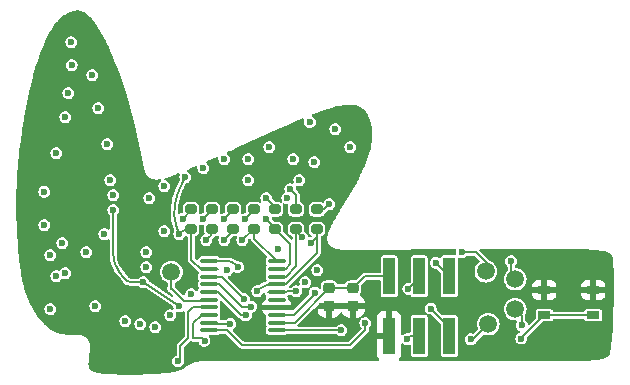
<source format=gbr>
%TF.GenerationSoftware,KiCad,Pcbnew,8.0.7*%
%TF.CreationDate,2025-01-17T18:48:29+01:00*%
%TF.ProjectId,SAO_Attraktor,53414f5f-4174-4747-9261-6b746f722e6b,rev?*%
%TF.SameCoordinates,Original*%
%TF.FileFunction,Copper,L4,Bot*%
%TF.FilePolarity,Positive*%
%FSLAX46Y46*%
G04 Gerber Fmt 4.6, Leading zero omitted, Abs format (unit mm)*
G04 Created by KiCad (PCBNEW 8.0.7) date 2025-01-17 18:48:29*
%MOMM*%
%LPD*%
G01*
G04 APERTURE LIST*
G04 Aperture macros list*
%AMRoundRect*
0 Rectangle with rounded corners*
0 $1 Rounding radius*
0 $2 $3 $4 $5 $6 $7 $8 $9 X,Y pos of 4 corners*
0 Add a 4 corners polygon primitive as box body*
4,1,4,$2,$3,$4,$5,$6,$7,$8,$9,$2,$3,0*
0 Add four circle primitives for the rounded corners*
1,1,$1+$1,$2,$3*
1,1,$1+$1,$4,$5*
1,1,$1+$1,$6,$7*
1,1,$1+$1,$8,$9*
0 Add four rect primitives between the rounded corners*
20,1,$1+$1,$2,$3,$4,$5,0*
20,1,$1+$1,$4,$5,$6,$7,0*
20,1,$1+$1,$6,$7,$8,$9,0*
20,1,$1+$1,$8,$9,$2,$3,0*%
G04 Aperture macros list end*
%TA.AperFunction,SMDPad,CuDef*%
%ADD10C,1.500000*%
%TD*%
%TA.AperFunction,SMDPad,CuDef*%
%ADD11RoundRect,0.200000X0.275000X-0.200000X0.275000X0.200000X-0.275000X0.200000X-0.275000X-0.200000X0*%
%TD*%
%TA.AperFunction,SMDPad,CuDef*%
%ADD12R,1.000000X3.150000*%
%TD*%
%TA.AperFunction,SMDPad,CuDef*%
%ADD13R,1.050000X0.650000*%
%TD*%
%TA.AperFunction,SMDPad,CuDef*%
%ADD14RoundRect,0.225000X-0.250000X0.225000X-0.250000X-0.225000X0.250000X-0.225000X0.250000X0.225000X0*%
%TD*%
%TA.AperFunction,SMDPad,CuDef*%
%ADD15RoundRect,0.100000X0.637500X0.100000X-0.637500X0.100000X-0.637500X-0.100000X0.637500X-0.100000X0*%
%TD*%
%TA.AperFunction,ViaPad*%
%ADD16C,0.600000*%
%TD*%
%TA.AperFunction,Conductor*%
%ADD17C,0.200000*%
%TD*%
G04 APERTURE END LIST*
D10*
%TO.P,PC7,1,1*%
%TO.N,Net-(U1-PC7)*%
X158038800Y-108559600D03*
%TD*%
%TO.P,PC6,1,1*%
%TO.N,Net-(U1-PC6)*%
X160528000Y-109220000D03*
%TD*%
%TO.P,PC4,1,1*%
%TO.N,Net-(U1-PC4)*%
X160528000Y-111760000D03*
%TD*%
%TO.P,PC3,1,1*%
%TO.N,Net-(U1-PC3)*%
X158242000Y-113030000D03*
%TD*%
D11*
%TO.P,R3,1*%
%TO.N,IO2*%
X138430000Y-104965000D03*
%TO.P,R3,2*%
%TO.N,Net-(D13-K)*%
X138430000Y-103315000D03*
%TD*%
D12*
%TO.P,J1,1,Pin_1*%
%TO.N,VCC*%
X149860000Y-108981000D03*
%TO.P,J1,2,Pin_2*%
%TO.N,GND*%
X149860000Y-114031000D03*
%TO.P,J1,3,Pin_3*%
%TO.N,/SDA*%
X152400000Y-108981000D03*
%TO.P,J1,4,Pin_4*%
%TO.N,/SCL*%
X152400000Y-114031000D03*
%TO.P,J1,5,Pin_5*%
%TO.N,/SWD*%
X154940000Y-108981000D03*
%TO.P,J1,6,Pin_6*%
%TO.N,/PD0*%
X154940000Y-114031000D03*
%TD*%
D11*
%TO.P,R1,1*%
%TO.N,IO0*%
X133096000Y-104965000D03*
%TO.P,R1,2*%
%TO.N,Net-(D1-K)*%
X133096000Y-103315000D03*
%TD*%
D13*
%TO.P,SW1,1,1*%
%TO.N,GND*%
X167132000Y-110118000D03*
X162982000Y-110118000D03*
%TO.P,SW1,2,2*%
%TO.N,Net-(U1-PC0)*%
X167132000Y-112268000D03*
X162982000Y-112268000D03*
%TD*%
D11*
%TO.P,R5,1*%
%TO.N,IO4*%
X141986000Y-104965000D03*
%TO.P,R5,2*%
%TO.N,Net-(D25-K)*%
X141986000Y-103315000D03*
%TD*%
D14*
%TO.P,C2,1*%
%TO.N,VCC*%
X146812000Y-109969000D03*
%TO.P,C2,2*%
%TO.N,GND*%
X146812000Y-111519000D03*
%TD*%
D15*
%TO.P,U1,1,PD4*%
%TO.N,IO2*%
X140345000Y-107696000D03*
%TO.P,U1,2,PD5*%
%TO.N,IO3*%
X140345000Y-108346000D03*
%TO.P,U1,3,PD6*%
%TO.N,IO4*%
X140345000Y-108996000D03*
%TO.P,U1,4,PD7*%
%TO.N,IO5*%
X140345000Y-109646000D03*
%TO.P,U1,5,PA1*%
%TO.N,IO6*%
X140345000Y-110296000D03*
%TO.P,U1,6,PA2*%
%TO.N,unconnected-(U1-PA2-Pad6)*%
X140345000Y-110946000D03*
%TO.P,U1,7,VSS*%
%TO.N,GND*%
X140345000Y-111596000D03*
%TO.P,U1,8,PD0*%
%TO.N,/PD0*%
X140345000Y-112246000D03*
%TO.P,U1,9,VDD*%
%TO.N,VCC*%
X140345000Y-112896000D03*
%TO.P,U1,10,PC0*%
%TO.N,Net-(U1-PC0)*%
X140345000Y-113546000D03*
%TO.P,U1,11,PC1*%
%TO.N,/SDA*%
X134620000Y-113546000D03*
%TO.P,U1,12,PC2*%
%TO.N,/SCL*%
X134620000Y-112896000D03*
%TO.P,U1,13,PC3*%
%TO.N,Net-(U1-PC3)*%
X134620000Y-112246000D03*
%TO.P,U1,14,PC4*%
%TO.N,Net-(U1-PC4)*%
X134620000Y-111596000D03*
%TO.P,U1,15,PC5*%
%TO.N,Net-(U1-PC5)*%
X134620000Y-110946000D03*
%TO.P,U1,16,PC6*%
%TO.N,Net-(U1-PC6)*%
X134620000Y-110296000D03*
%TO.P,U1,17,PC7*%
%TO.N,Net-(U1-PC7)*%
X134620000Y-109646000D03*
%TO.P,U1,18,PD1*%
%TO.N,/SWD*%
X134620000Y-108996000D03*
%TO.P,U1,19,PD2*%
%TO.N,IO0*%
X134620000Y-108346000D03*
%TO.P,U1,20,PD3*%
%TO.N,IO1*%
X134620000Y-107696000D03*
%TD*%
D11*
%TO.P,R4,1*%
%TO.N,IO3*%
X140208000Y-104965000D03*
%TO.P,R4,2*%
%TO.N,Net-(D19-K)*%
X140208000Y-103315000D03*
%TD*%
%TO.P,R2,1*%
%TO.N,IO1*%
X134874000Y-104965000D03*
%TO.P,R2,2*%
%TO.N,Net-(D10-K)*%
X134874000Y-103315000D03*
%TD*%
%TO.P,R7,1*%
%TO.N,IO6*%
X136652000Y-104965000D03*
%TO.P,R7,2*%
%TO.N,Net-(D37-K)*%
X136652000Y-103315000D03*
%TD*%
%TO.P,R6,1*%
%TO.N,IO5*%
X143764000Y-104965000D03*
%TO.P,R6,2*%
%TO.N,Net-(D31-K)*%
X143764000Y-103315000D03*
%TD*%
D14*
%TO.P,C1,1*%
%TO.N,VCC*%
X144780000Y-109969000D03*
%TO.P,C1,2*%
%TO.N,GND*%
X144780000Y-111519000D03*
%TD*%
D10*
%TO.P,PC5,1,1*%
%TO.N,Net-(U1-PC5)*%
X131419600Y-108610400D03*
%TD*%
D16*
%TO.N,/PD0*%
X153365200Y-111709200D03*
X143548618Y-110351853D03*
%TO.N,Net-(U1-PC7)*%
X138176000Y-111556800D03*
%TO.N,Net-(U1-PC6)*%
X137718800Y-112268000D03*
%TO.N,Net-(U1-PC3)*%
X134219115Y-114451742D03*
%TO.N,Net-(U1-PC4)*%
X131974048Y-116158798D03*
%TO.N,Net-(U1-PC6)*%
X160172400Y-107696000D03*
%TO.N,Net-(U1-PC4)*%
X161086800Y-113131600D03*
%TO.N,Net-(U1-PC3)*%
X156768800Y-114309600D03*
%TO.N,Net-(U1-PC7)*%
X156006892Y-106947170D03*
%TO.N,IO1*%
X126238000Y-100838000D03*
X145288000Y-96520000D03*
X134366000Y-105918000D03*
X137039422Y-108186922D03*
X124206000Y-106934000D03*
X134112000Y-99822000D03*
X128778000Y-113030000D03*
%TO.N,Net-(D1-K)*%
X126492000Y-102108000D03*
X132355596Y-104086999D03*
%TO.N,IO2*%
X125984000Y-97790000D03*
X137414000Y-105918000D03*
X146558000Y-98044000D03*
X136144000Y-108458000D03*
X135890000Y-99060000D03*
X127508000Y-112776000D03*
X122428000Y-95504000D03*
%TO.N,IO3*%
X133096000Y-110490000D03*
X124968000Y-111506000D03*
X143510000Y-99314000D03*
X125730000Y-105410000D03*
X121666000Y-98552000D03*
X125222000Y-94742000D03*
X139446000Y-104140000D03*
%TO.N,IO4*%
X137922000Y-99060000D03*
X142494000Y-105664000D03*
X132080000Y-111506000D03*
X126492000Y-103378000D03*
X124714000Y-91948000D03*
X129032000Y-109474000D03*
X120650000Y-101828500D03*
%TO.N,IO5*%
X142240000Y-100838000D03*
X120650000Y-104648000D03*
X143256000Y-106172000D03*
X138684000Y-110236000D03*
X129286000Y-106934000D03*
X122936000Y-89154000D03*
X139700000Y-98044000D03*
X129540000Y-102362000D03*
%TO.N,IO6*%
X130810000Y-101346000D03*
X131318000Y-112268000D03*
X121158000Y-107188000D03*
X141732000Y-99060000D03*
X135890000Y-105918000D03*
X122977001Y-91093735D03*
X141986000Y-110236000D03*
X121666000Y-108966000D03*
X121158000Y-111760000D03*
X141224000Y-102362000D03*
%TO.N,Net-(D10-K)*%
X134112000Y-104140000D03*
X122174000Y-106172000D03*
%TO.N,IO0*%
X143137461Y-95916384D03*
X122682000Y-93472000D03*
X142748000Y-109474000D03*
X122428000Y-108712000D03*
X132588000Y-100584000D03*
X140462000Y-106680000D03*
X132080000Y-105410000D03*
X130048000Y-113284000D03*
%TO.N,/SDA*%
X147828000Y-112938000D03*
X151485600Y-110032800D03*
%TO.N,/SWD*%
X137591800Y-110921800D03*
X153789500Y-107830500D03*
%TO.N,/SCL*%
X151384000Y-114300000D03*
X136412328Y-113001343D03*
%TO.N,Net-(U1-PC0)*%
X145796000Y-113538000D03*
X161036000Y-114249200D03*
%TO.N,Net-(D13-K)*%
X137668000Y-104140000D03*
X130810000Y-105156000D03*
%TO.N,Net-(D19-K)*%
X137922000Y-100838000D03*
X139446000Y-102362000D03*
%TO.N,Net-(D25-K)*%
X141478000Y-101600000D03*
%TO.N,Net-(D31-K)*%
X144780000Y-102870000D03*
X143764000Y-108458000D03*
%TO.N,Net-(D37-K)*%
X135890000Y-104140000D03*
X129286000Y-108204000D03*
%TD*%
D17*
%TO.N,/PD0*%
X154940000Y-113284000D02*
X154940000Y-114031000D01*
X153365200Y-111709200D02*
X154940000Y-113284000D01*
%TO.N,Net-(U1-PC3)*%
X156962400Y-114309600D02*
X158242000Y-113030000D01*
X156768800Y-114309600D02*
X156962400Y-114309600D01*
%TO.N,/PD0*%
X141754000Y-112246000D02*
X140345000Y-112246000D01*
X143548618Y-110351853D02*
X143548618Y-110451382D01*
X143548618Y-110451382D02*
X141754000Y-112246000D01*
%TO.N,Net-(U1-PC6)*%
X137333059Y-112268000D02*
X135361059Y-110296000D01*
X137718800Y-112268000D02*
X137333059Y-112268000D01*
X135361059Y-110296000D02*
X134620000Y-110296000D01*
%TO.N,Net-(U1-PC7)*%
X137378271Y-111556800D02*
X135467471Y-109646000D01*
X138176000Y-111556800D02*
X137378271Y-111556800D01*
X135467471Y-109646000D02*
X134620000Y-109646000D01*
%TO.N,/SWD*%
X135666000Y-108996000D02*
X134620000Y-108996000D01*
X137591800Y-110921800D02*
X135666000Y-108996000D01*
%TO.N,Net-(U1-PC6)*%
X160172400Y-108864400D02*
X160528000Y-109220000D01*
X160172400Y-107696000D02*
X160172400Y-108864400D01*
%TO.N,Net-(U1-PC4)*%
X161086800Y-113131600D02*
X161086800Y-112318800D01*
X161086800Y-112318800D02*
X160528000Y-111760000D01*
%TO.N,Net-(U1-PC0)*%
X161036000Y-114214000D02*
X162982000Y-112268000D01*
X161036000Y-114249200D02*
X161036000Y-114214000D01*
%TO.N,Net-(U1-PC7)*%
X157239170Y-106947170D02*
X156006892Y-106947170D01*
X158242000Y-107950000D02*
X157239170Y-106947170D01*
%TO.N,Net-(U1-PC3)*%
X133965773Y-114198400D02*
X134219115Y-114451742D01*
X133248400Y-114198400D02*
X133965773Y-114198400D01*
X133248400Y-112961644D02*
X133248400Y-114198400D01*
X133964044Y-112246000D02*
X133248400Y-112961644D01*
X134620000Y-112246000D02*
X133964044Y-112246000D01*
%TO.N,Net-(U1-PC4)*%
X132181600Y-115951246D02*
X131974048Y-116158798D01*
X132181600Y-114858800D02*
X132181600Y-115951246D01*
X132842000Y-114198400D02*
X132181600Y-114858800D01*
X133260000Y-111596000D02*
X132842000Y-112014000D01*
X132842000Y-112014000D02*
X132842000Y-114198400D01*
X134620000Y-111596000D02*
X133260000Y-111596000D01*
%TO.N,VCC*%
X147800000Y-108981000D02*
X146812000Y-109969000D01*
X146812000Y-109969000D02*
X144780000Y-109969000D01*
X141853000Y-112896000D02*
X140345000Y-112896000D01*
X144780000Y-109969000D02*
X141853000Y-112896000D01*
X149860000Y-108981000D02*
X147800000Y-108981000D01*
%TO.N,IO1*%
X134716668Y-105567331D02*
X134366000Y-105918000D01*
X134874000Y-105187500D02*
X134874000Y-104965000D01*
X136793961Y-107941461D02*
X137039422Y-108186922D01*
X136201365Y-107696000D02*
X134620000Y-107696000D01*
X134874000Y-105187500D02*
G75*
G02*
X134716676Y-105567339I-537200J0D01*
G01*
X136793961Y-107941461D02*
G75*
G03*
X136201365Y-107696037I-592561J-592639D01*
G01*
%TO.N,Net-(D1-K)*%
X133096000Y-103330797D02*
X133096000Y-103315000D01*
X132355596Y-104086999D02*
X133084829Y-103357765D01*
X133096000Y-103330797D02*
G75*
G02*
X133084823Y-103357759I-38100J-3D01*
G01*
%TO.N,IO2*%
X138430000Y-105781000D02*
X138430000Y-104965000D01*
X137414000Y-105918000D02*
X138430000Y-104965000D01*
X140345000Y-107696000D02*
X138430000Y-105781000D01*
%TO.N,IO3*%
X140185726Y-104879726D02*
X139446000Y-104140000D01*
X140208000Y-104933500D02*
X140208000Y-104965000D01*
X141478000Y-106235000D02*
X140208000Y-104965000D01*
X140345000Y-108346000D02*
X141082499Y-108346000D01*
X141082499Y-108346000D02*
X141478000Y-107950499D01*
X141478000Y-107950499D02*
X141478000Y-106235000D01*
X140185726Y-104879726D02*
G75*
G02*
X140208014Y-104933500I-53726J-53774D01*
G01*
%TO.N,IO4*%
X126492000Y-107136803D02*
X126492000Y-103378000D01*
X129032000Y-109474000D02*
X132080000Y-111506000D01*
X142494000Y-105664000D02*
X142053528Y-105223528D01*
X141986000Y-108092499D02*
X141986000Y-104965000D01*
X141082499Y-108996000D02*
X141986000Y-108092499D01*
X141986000Y-105060500D02*
X141986000Y-104965000D01*
X127941605Y-109474000D02*
X129032000Y-109474000D01*
X127395801Y-109079751D02*
X127000000Y-108585000D01*
X140345000Y-108996000D02*
X141082499Y-108996000D01*
X141986000Y-105060500D02*
G75*
G03*
X142053540Y-105223516I230500J0D01*
G01*
X126492000Y-107136803D02*
G75*
G03*
X127000009Y-108584992I2318200J3D01*
G01*
X127635000Y-109347000D02*
G75*
G03*
X127941605Y-109473998I306600J306600D01*
G01*
X127395801Y-109079751D02*
G75*
G03*
X127635001Y-109346999I2532299J2025851D01*
G01*
%TO.N,IO5*%
X140345000Y-109646000D02*
X141082499Y-109646000D01*
X141082499Y-109646000D02*
X143764000Y-106964499D01*
X143764000Y-105664000D02*
X143256000Y-106172000D01*
X138938000Y-109982000D02*
X138684000Y-110236000D01*
X143764000Y-106964499D02*
X143764000Y-104902000D01*
X139550305Y-109702517D02*
X140345000Y-109646000D01*
X143764000Y-104965000D02*
X143764000Y-104902000D01*
X143764000Y-104902000D02*
X143764000Y-105664000D01*
X139550305Y-109702517D02*
G75*
G03*
X138938003Y-109982003I68295J-960083D01*
G01*
%TO.N,IO6*%
X141986000Y-110236000D02*
X140345000Y-110296000D01*
X136652000Y-105060500D02*
X136652000Y-104965000D01*
X140345000Y-110296000D02*
X139607501Y-110296000D01*
X136584471Y-105223528D02*
X135890000Y-105918000D01*
X136652000Y-105060500D02*
G75*
G02*
X136584480Y-105223537I-230600J0D01*
G01*
%TO.N,Net-(D10-K)*%
X134112000Y-104140000D02*
X134851726Y-103400273D01*
X134874000Y-103346500D02*
X134874000Y-103315000D01*
X134874000Y-103346500D02*
G75*
G02*
X134851737Y-103400284I-76100J0D01*
G01*
%TO.N,IO0*%
X131685592Y-103090854D02*
X131705517Y-102951379D01*
X133096000Y-107559499D02*
X133096000Y-104965000D01*
X132080000Y-105410000D02*
X131826000Y-104648000D01*
X132323121Y-105166878D02*
X132080000Y-105410000D01*
X133882501Y-108346000D02*
X133096000Y-107559499D01*
X132588000Y-100584000D02*
X132207000Y-101346000D01*
X132810500Y-104965000D02*
X133096000Y-104965000D01*
X134620000Y-108346000D02*
X133882501Y-108346000D01*
X134620000Y-108346000D02*
X135357499Y-108346000D01*
X132810500Y-104965000D02*
G75*
G03*
X132323113Y-105166870I0J-689300D01*
G01*
X132207000Y-101346000D02*
G75*
G03*
X131705520Y-102951379I4695600J-2347800D01*
G01*
X131685592Y-103090854D02*
G75*
G03*
X131826016Y-104647995I3368308J-481146D01*
G01*
%TO.N,/SDA*%
X135890000Y-113538000D02*
X135882000Y-113546000D01*
X137414000Y-114808000D02*
X136144000Y-113538000D01*
X146558000Y-114808000D02*
X137414000Y-114808000D01*
X135882000Y-113546000D02*
X134620000Y-113546000D01*
X152400000Y-109118400D02*
X152400000Y-108981000D01*
X151485600Y-110032800D02*
X152400000Y-109118400D01*
X147828000Y-112938000D02*
X147828000Y-113538000D01*
X147828000Y-113538000D02*
X146558000Y-114808000D01*
X136144000Y-113538000D02*
X135890000Y-113538000D01*
%TO.N,/SWD*%
X153789500Y-107830500D02*
X154940000Y-108981000D01*
%TO.N,/SCL*%
X152400000Y-114031000D02*
X151653000Y-114031000D01*
X136412328Y-113001343D02*
X134725343Y-113001343D01*
X151653000Y-114031000D02*
X151384000Y-114300000D01*
X134725343Y-113001343D02*
X134620000Y-112896000D01*
%TO.N,Net-(U1-PC0)*%
X145796000Y-113538000D02*
X145288000Y-113538000D01*
X145288000Y-113538000D02*
X145280000Y-113546000D01*
X145280000Y-113546000D02*
X140345000Y-113546000D01*
X167132000Y-112268000D02*
X162982000Y-112268000D01*
%TO.N,Net-(D13-K)*%
X138430000Y-103315000D02*
X138430000Y-103378000D01*
X138430000Y-103378000D02*
X137668000Y-104140000D01*
%TO.N,Net-(D19-K)*%
X140208000Y-103124000D02*
X139446000Y-102362000D01*
X140208000Y-103315000D02*
X140208000Y-103124000D01*
%TO.N,Net-(D25-K)*%
X141986000Y-103315000D02*
X141986000Y-102108000D01*
X141986000Y-102108000D02*
X141478000Y-101600000D01*
%TO.N,Net-(D31-K)*%
X144335000Y-103315000D02*
X144780000Y-102870000D01*
X143764000Y-103315000D02*
X144335000Y-103315000D01*
%TO.N,Net-(D37-K)*%
X136629726Y-103400273D02*
X135890000Y-104140000D01*
X136652000Y-103346500D02*
X136652000Y-103315000D01*
X136652000Y-103346500D02*
G75*
G02*
X136629737Y-103400284I-76100J0D01*
G01*
%TO.N,Net-(U1-PC5)*%
X131419600Y-109880400D02*
X131419600Y-108610400D01*
X131368800Y-110032800D02*
X131368800Y-109931200D01*
X131368800Y-109931200D02*
X131419600Y-109880400D01*
X131455329Y-110032800D02*
X131368800Y-110032800D01*
X134476000Y-111090000D02*
X132512529Y-111090000D01*
X134620000Y-110946000D02*
X134476000Y-111090000D01*
X132512529Y-111090000D02*
X131455329Y-110032800D01*
%TD*%
%TA.AperFunction,Conductor*%
%TO.N,GND*%
G36*
X123464070Y-86462657D02*
G01*
X123547783Y-86466059D01*
X123555637Y-86466694D01*
X123644894Y-86477517D01*
X123650879Y-86478430D01*
X123686435Y-86484991D01*
X123690467Y-86485823D01*
X123732195Y-86495345D01*
X123736222Y-86496353D01*
X123778382Y-86507863D01*
X123782306Y-86509024D01*
X123824952Y-86522628D01*
X123828858Y-86523965D01*
X123872199Y-86539832D01*
X123876020Y-86541323D01*
X123885933Y-86545430D01*
X123920089Y-86559581D01*
X123923797Y-86561208D01*
X123968782Y-86582066D01*
X123972394Y-86583832D01*
X124018362Y-86607469D01*
X124021822Y-86609336D01*
X124068895Y-86635975D01*
X124072145Y-86637898D01*
X124120380Y-86667742D01*
X124123479Y-86669742D01*
X124172814Y-86702931D01*
X124175787Y-86705012D01*
X124176092Y-86705234D01*
X124226280Y-86741766D01*
X124229103Y-86743899D01*
X124261878Y-86769603D01*
X124280793Y-86784437D01*
X124283452Y-86786598D01*
X124303685Y-86803630D01*
X124324283Y-86820969D01*
X124330530Y-86826702D01*
X124358957Y-86855129D01*
X124358959Y-86855130D01*
X124358960Y-86855131D01*
X124364108Y-86859082D01*
X124364057Y-86859147D01*
X124375261Y-86867421D01*
X124450431Y-86937238D01*
X124454450Y-86941190D01*
X124554355Y-87045184D01*
X124570138Y-87061612D01*
X124573397Y-87065174D01*
X124693377Y-87202919D01*
X124696048Y-87206120D01*
X124819212Y-87360163D01*
X124821425Y-87363037D01*
X124946912Y-87532350D01*
X124948765Y-87534936D01*
X125075911Y-87718535D01*
X125077477Y-87720867D01*
X125205693Y-87917719D01*
X125207031Y-87919830D01*
X125335793Y-88128876D01*
X125336945Y-88130795D01*
X125465962Y-88351270D01*
X125466944Y-88352987D01*
X125594546Y-88581609D01*
X125595786Y-88583831D01*
X125596652Y-88585419D01*
X125696233Y-88771857D01*
X125724981Y-88825681D01*
X125725756Y-88827162D01*
X125853293Y-89075959D01*
X125853982Y-89077328D01*
X125891797Y-89153997D01*
X125962061Y-89296456D01*
X125980522Y-89333884D01*
X125981138Y-89335157D01*
X126105550Y-89596758D01*
X126106361Y-89598506D01*
X126333252Y-90100552D01*
X126335580Y-90105702D01*
X126340991Y-90120849D01*
X126345397Y-90137294D01*
X126345398Y-90137297D01*
X126359954Y-90162509D01*
X126365361Y-90173359D01*
X126591576Y-90706855D01*
X126592396Y-90708849D01*
X126821826Y-91284488D01*
X126822560Y-91286386D01*
X127043367Y-91875309D01*
X127044027Y-91877123D01*
X127255995Y-92477853D01*
X127256591Y-92479594D01*
X127459522Y-93090675D01*
X127460062Y-93092352D01*
X127653776Y-93712351D01*
X127654268Y-93713974D01*
X127838587Y-94341465D01*
X127839036Y-94343041D01*
X128013821Y-94976691D01*
X128014222Y-94978192D01*
X128179360Y-95615745D01*
X128179687Y-95617042D01*
X128334448Y-96249615D01*
X128334813Y-96251163D01*
X128612591Y-97471143D01*
X128612931Y-97472693D01*
X128842557Y-98561497D01*
X128842756Y-98562462D01*
X129006344Y-99378272D01*
X129006350Y-99378307D01*
X129008561Y-99389330D01*
X129010494Y-99408796D01*
X129010494Y-99415170D01*
X129022590Y-99460316D01*
X129024031Y-99466474D01*
X129034511Y-99518741D01*
X129034515Y-99518754D01*
X129042319Y-99557667D01*
X129043881Y-99568573D01*
X129044331Y-99573758D01*
X129057286Y-99632400D01*
X129057684Y-99634290D01*
X129069485Y-99693138D01*
X129071165Y-99698062D01*
X129074137Y-99708670D01*
X129080515Y-99737537D01*
X129082846Y-99758697D01*
X129082848Y-99759731D01*
X129096407Y-99809960D01*
X129097496Y-99814402D01*
X129108721Y-99865206D01*
X129108724Y-99865214D01*
X129109197Y-99866124D01*
X129116930Y-99885976D01*
X129122907Y-99908120D01*
X129126153Y-99928053D01*
X129126412Y-99932418D01*
X129126412Y-99932419D01*
X129141786Y-99978671D01*
X129143418Y-99984095D01*
X129151525Y-100014124D01*
X129152079Y-100017035D01*
X129152146Y-100017019D01*
X129154184Y-100025253D01*
X129156089Y-100031026D01*
X129156116Y-100031128D01*
X129157993Y-100035634D01*
X129160877Y-100041613D01*
X129171990Y-100069966D01*
X129173762Y-100074862D01*
X129182936Y-100102458D01*
X129185927Y-100114213D01*
X129186270Y-100115290D01*
X129186997Y-100116837D01*
X129187661Y-100118495D01*
X129190677Y-100124693D01*
X129191261Y-100125913D01*
X129205912Y-100157096D01*
X129208481Y-100163067D01*
X129223347Y-100200994D01*
X129224977Y-100205983D01*
X129226018Y-100208526D01*
X129226019Y-100208528D01*
X129246792Y-100244853D01*
X129250444Y-100251880D01*
X129264427Y-100281641D01*
X129270673Y-100294936D01*
X129271652Y-100296903D01*
X129272080Y-100296679D01*
X129275097Y-100302416D01*
X129275099Y-100302419D01*
X129275100Y-100302421D01*
X129280897Y-100310627D01*
X129296577Y-100332824D01*
X129301657Y-100340798D01*
X129320137Y-100373113D01*
X129324066Y-100378277D01*
X129323486Y-100378718D01*
X129331669Y-100390122D01*
X129331935Y-100389943D01*
X129335566Y-100395314D01*
X129335567Y-100395315D01*
X129335568Y-100395317D01*
X129357320Y-100419852D01*
X129364099Y-100428406D01*
X129380714Y-100451926D01*
X129383024Y-100455195D01*
X129383025Y-100455197D01*
X129386109Y-100457763D01*
X129405262Y-100479103D01*
X129408725Y-100484319D01*
X129408726Y-100484320D01*
X129408727Y-100484321D01*
X129430574Y-100503597D01*
X129439144Y-100512147D01*
X129440922Y-100514152D01*
X129458470Y-100533946D01*
X129458472Y-100533948D01*
X129466759Y-100539420D01*
X129486903Y-100557061D01*
X129494364Y-100565639D01*
X129516684Y-100580684D01*
X129526833Y-100588528D01*
X129547026Y-100606345D01*
X129558879Y-100612235D01*
X129580402Y-100626726D01*
X129590480Y-100635637D01*
X129614282Y-100647495D01*
X129625470Y-100654014D01*
X129647529Y-100668883D01*
X129647532Y-100668884D01*
X129660122Y-100673215D01*
X129683703Y-100685043D01*
X129693782Y-100691917D01*
X129720425Y-100701244D01*
X129731862Y-100706072D01*
X129757137Y-100718664D01*
X129757139Y-100718664D01*
X129757142Y-100718666D01*
X129767298Y-100720728D01*
X129793613Y-100730095D01*
X129800910Y-100733928D01*
X129817243Y-100737610D01*
X129831533Y-100740833D01*
X129842467Y-100743968D01*
X129872092Y-100754339D01*
X129872095Y-100754340D01*
X129877467Y-100754743D01*
X129906944Y-100761594D01*
X129909499Y-100762620D01*
X129944620Y-100766855D01*
X129954506Y-100768561D01*
X129989028Y-100776345D01*
X129989031Y-100776344D01*
X129989036Y-100776346D01*
X129995494Y-100776935D01*
X129995467Y-100777220D01*
X130011909Y-100779320D01*
X130012032Y-100778579D01*
X130018427Y-100779632D01*
X130018431Y-100779632D01*
X130018434Y-100779633D01*
X130058009Y-100780910D01*
X130066621Y-100781567D01*
X130105937Y-100786309D01*
X130105944Y-100786307D01*
X130112422Y-100786238D01*
X130112426Y-100786668D01*
X130124135Y-100786357D01*
X130127716Y-100786674D01*
X130127722Y-100786676D01*
X130171269Y-100784840D01*
X130178632Y-100784805D01*
X130222190Y-100786212D01*
X130222192Y-100786211D01*
X130222199Y-100786212D01*
X130222205Y-100786210D01*
X130227713Y-100785665D01*
X130236298Y-100785355D01*
X130238100Y-100785165D01*
X130238102Y-100785166D01*
X130285044Y-100780239D01*
X130291155Y-100779790D01*
X130338294Y-100777805D01*
X130338297Y-100777803D01*
X130340209Y-100777470D01*
X130345368Y-100776955D01*
X130350595Y-100776128D01*
X130350596Y-100776129D01*
X130400241Y-100768283D01*
X130405301Y-100767618D01*
X130443873Y-100763570D01*
X130503717Y-100776303D01*
X130544650Y-100821780D01*
X130551034Y-100882632D01*
X130520431Y-100935614D01*
X130507725Y-100945313D01*
X130478874Y-100963854D01*
X130384622Y-101072628D01*
X130324834Y-101203543D01*
X130304353Y-101345997D01*
X130304353Y-101346002D01*
X130324834Y-101488456D01*
X130376686Y-101601994D01*
X130384623Y-101619373D01*
X130476891Y-101725857D01*
X130478873Y-101728144D01*
X130588026Y-101798292D01*
X130599947Y-101805953D01*
X130676726Y-101828497D01*
X130738035Y-101846499D01*
X130738036Y-101846499D01*
X130738039Y-101846500D01*
X130738041Y-101846500D01*
X130881959Y-101846500D01*
X130881961Y-101846500D01*
X131020053Y-101805953D01*
X131141128Y-101728143D01*
X131235377Y-101619373D01*
X131295165Y-101488457D01*
X131311994Y-101371406D01*
X131315647Y-101346002D01*
X131315647Y-101345997D01*
X131295165Y-101203543D01*
X131279411Y-101169047D01*
X131235377Y-101072627D01*
X131141128Y-100963857D01*
X131141127Y-100963856D01*
X131141126Y-100963855D01*
X131020057Y-100886049D01*
X131020054Y-100886048D01*
X131020053Y-100886047D01*
X130922397Y-100857373D01*
X130895656Y-100849521D01*
X130845150Y-100814985D01*
X130824588Y-100757358D01*
X130841826Y-100698651D01*
X130890279Y-100661288D01*
X130894999Y-100659737D01*
X130899907Y-100658263D01*
X130902082Y-100657639D01*
X130958449Y-100642246D01*
X130958458Y-100642240D01*
X130961664Y-100640895D01*
X130982099Y-100634802D01*
X130982997Y-100634636D01*
X130983004Y-100634636D01*
X131039713Y-100616285D01*
X131041583Y-100615702D01*
X131098720Y-100598538D01*
X131098727Y-100598533D01*
X131104388Y-100595986D01*
X131114637Y-100592042D01*
X131115421Y-100591788D01*
X131126133Y-100588988D01*
X131130046Y-100588194D01*
X131130059Y-100588194D01*
X131187502Y-100568479D01*
X131188928Y-100568004D01*
X131246693Y-100549314D01*
X131246701Y-100549308D01*
X131250291Y-100547602D01*
X131260665Y-100543371D01*
X131272361Y-100539356D01*
X131282808Y-100536401D01*
X131288937Y-100535024D01*
X131288943Y-100535024D01*
X131344866Y-100514496D01*
X131346753Y-100513826D01*
X131403130Y-100494480D01*
X131403144Y-100494470D01*
X131408745Y-100491685D01*
X131418718Y-100487389D01*
X131611726Y-100416547D01*
X131622140Y-100413363D01*
X131627969Y-100411926D01*
X131627979Y-100411925D01*
X131683549Y-100390207D01*
X131685373Y-100389516D01*
X131741485Y-100368921D01*
X131741491Y-100368916D01*
X131746806Y-100366131D01*
X131756729Y-100361608D01*
X131994859Y-100268545D01*
X132055940Y-100264975D01*
X132107454Y-100297989D01*
X132129725Y-100354977D01*
X132120948Y-100401881D01*
X132102833Y-100441545D01*
X132082353Y-100583997D01*
X132082353Y-100584002D01*
X132102833Y-100726452D01*
X132102835Y-100726457D01*
X132120388Y-100764894D01*
X132127362Y-100825681D01*
X132118882Y-100850293D01*
X131959510Y-101169040D01*
X131959505Y-101169046D01*
X131959506Y-101169047D01*
X131954746Y-101178566D01*
X131954734Y-101178577D01*
X131926872Y-101234315D01*
X131926836Y-101234389D01*
X131920532Y-101246998D01*
X131920530Y-101247004D01*
X131920529Y-101247007D01*
X131858349Y-101371405D01*
X131719448Y-101700579D01*
X131719434Y-101700616D01*
X131601999Y-102038016D01*
X131506487Y-102382331D01*
X131433324Y-102732031D01*
X131433320Y-102732053D01*
X131414479Y-102863826D01*
X131414459Y-102863923D01*
X131394841Y-103001249D01*
X131394841Y-103001250D01*
X131393605Y-103009901D01*
X131393574Y-103009963D01*
X131388096Y-103048358D01*
X131370146Y-103174175D01*
X131363828Y-103218456D01*
X131363827Y-103218459D01*
X131346944Y-103561635D01*
X131346944Y-103561662D01*
X131361912Y-103904947D01*
X131408603Y-104245379D01*
X131486616Y-104580024D01*
X131526460Y-104699623D01*
X131526492Y-104699743D01*
X131652412Y-105077502D01*
X131652876Y-105138685D01*
X131648545Y-105149935D01*
X131594834Y-105267543D01*
X131574353Y-105409997D01*
X131574353Y-105410002D01*
X131594834Y-105552456D01*
X131646386Y-105665337D01*
X131654623Y-105683373D01*
X131746891Y-105789857D01*
X131748873Y-105792144D01*
X131869942Y-105869950D01*
X131869947Y-105869953D01*
X131960424Y-105896519D01*
X132008035Y-105910499D01*
X132008036Y-105910499D01*
X132008039Y-105910500D01*
X132008041Y-105910500D01*
X132151959Y-105910500D01*
X132151961Y-105910500D01*
X132290053Y-105869953D01*
X132411128Y-105792143D01*
X132505377Y-105683373D01*
X132547550Y-105591027D01*
X132588920Y-105545952D01*
X132648887Y-105533801D01*
X132682547Y-105543947D01*
X132688538Y-105546999D01*
X132695696Y-105550646D01*
X132711986Y-105553226D01*
X132766503Y-105581003D01*
X132794281Y-105635519D01*
X132795500Y-105651007D01*
X132795500Y-107599063D01*
X132815824Y-107674911D01*
X132815979Y-107675488D01*
X132827820Y-107695997D01*
X132850003Y-107734420D01*
X132853512Y-107740498D01*
X132855540Y-107744010D01*
X133642041Y-108530511D01*
X133642040Y-108530511D01*
X133671125Y-108559595D01*
X133697990Y-108586460D01*
X133697996Y-108586463D01*
X133703139Y-108590410D01*
X133702352Y-108591434D01*
X133727643Y-108614895D01*
X133727866Y-108615222D01*
X133745031Y-108673950D01*
X133731989Y-108713955D01*
X133734000Y-108714843D01*
X133730294Y-108723234D01*
X133730294Y-108723235D01*
X133693118Y-108807430D01*
X133684914Y-108826011D01*
X133682000Y-108851130D01*
X133682000Y-109140859D01*
X133682001Y-109140864D01*
X133684914Y-109165990D01*
X133705450Y-109212499D01*
X133729724Y-109267475D01*
X133734000Y-109277157D01*
X133731626Y-109278205D01*
X133745037Y-109323757D01*
X133731977Y-109363949D01*
X133734000Y-109364843D01*
X133730294Y-109373234D01*
X133730294Y-109373235D01*
X133699934Y-109441994D01*
X133684914Y-109476011D01*
X133682000Y-109501130D01*
X133682000Y-109790859D01*
X133682001Y-109790864D01*
X133684914Y-109815990D01*
X133706113Y-109864000D01*
X133719958Y-109895357D01*
X133734000Y-109927157D01*
X133731626Y-109928205D01*
X133745037Y-109973757D01*
X133731977Y-110013949D01*
X133734000Y-110014843D01*
X133730294Y-110023234D01*
X133730294Y-110023235D01*
X133705901Y-110078480D01*
X133684914Y-110126011D01*
X133682244Y-110149023D01*
X133656754Y-110204646D01*
X133603438Y-110234664D01*
X133542661Y-110227610D01*
X133509086Y-110202442D01*
X133427128Y-110107857D01*
X133427127Y-110107856D01*
X133427126Y-110107855D01*
X133306057Y-110030049D01*
X133306054Y-110030047D01*
X133306053Y-110030047D01*
X133306050Y-110030046D01*
X133167964Y-109989500D01*
X133167961Y-109989500D01*
X133024039Y-109989500D01*
X133024035Y-109989500D01*
X132885949Y-110030046D01*
X132885942Y-110030049D01*
X132764873Y-110107855D01*
X132670622Y-110216628D01*
X132610834Y-110347543D01*
X132590353Y-110489997D01*
X132590353Y-110490001D01*
X132590482Y-110490899D01*
X132590353Y-110491644D01*
X132590353Y-110497081D01*
X132589412Y-110497081D01*
X132580043Y-110551188D01*
X132536161Y-110593826D01*
X132475598Y-110602529D01*
X132422484Y-110574984D01*
X131749096Y-109901596D01*
X131721319Y-109847079D01*
X131720100Y-109831592D01*
X131720100Y-109585870D01*
X131739007Y-109527679D01*
X131781215Y-109494406D01*
X131785101Y-109492796D01*
X131834298Y-109466500D01*
X131950225Y-109404536D01*
X132094957Y-109285757D01*
X132213736Y-109141025D01*
X132301996Y-108975901D01*
X132356347Y-108796731D01*
X132358712Y-108772724D01*
X132374699Y-108610404D01*
X132374699Y-108610395D01*
X132356348Y-108424074D01*
X132356347Y-108424071D01*
X132356347Y-108424069D01*
X132301996Y-108244899D01*
X132287104Y-108217037D01*
X132213740Y-108079782D01*
X132213738Y-108079780D01*
X132213736Y-108079775D01*
X132145394Y-107996500D01*
X132094961Y-107935047D01*
X132094952Y-107935038D01*
X132009036Y-107864529D01*
X131950225Y-107816264D01*
X131950222Y-107816262D01*
X131950217Y-107816259D01*
X131785106Y-107728006D01*
X131785104Y-107728005D01*
X131781695Y-107726971D01*
X131654875Y-107688500D01*
X131605928Y-107673652D01*
X131605925Y-107673651D01*
X131419604Y-107655301D01*
X131419596Y-107655301D01*
X131233274Y-107673651D01*
X131233271Y-107673652D01*
X131054095Y-107728005D01*
X131054093Y-107728006D01*
X130888982Y-107816259D01*
X130888976Y-107816263D01*
X130744247Y-107935038D01*
X130744238Y-107935047D01*
X130625463Y-108079776D01*
X130625459Y-108079782D01*
X130537206Y-108244893D01*
X130537205Y-108244895D01*
X130482852Y-108424071D01*
X130482851Y-108424074D01*
X130464501Y-108610395D01*
X130464501Y-108610404D01*
X130482851Y-108796725D01*
X130482852Y-108796728D01*
X130482853Y-108796731D01*
X130531925Y-108958500D01*
X130537205Y-108975904D01*
X130537206Y-108975906D01*
X130625459Y-109141017D01*
X130625462Y-109141022D01*
X130625464Y-109141025D01*
X130650844Y-109171950D01*
X130744238Y-109285752D01*
X130744247Y-109285761D01*
X130800033Y-109331543D01*
X130888975Y-109404536D01*
X130888980Y-109404538D01*
X130888982Y-109404540D01*
X131054098Y-109492796D01*
X131057985Y-109494406D01*
X131104511Y-109534142D01*
X131119100Y-109585870D01*
X131119100Y-109736165D01*
X131105838Y-109785663D01*
X131088778Y-109815212D01*
X131088777Y-109815214D01*
X131068300Y-109891635D01*
X131068300Y-110072364D01*
X131088778Y-110148788D01*
X131088780Y-110148792D01*
X131128338Y-110217308D01*
X131128340Y-110217311D01*
X131184289Y-110273260D01*
X131207129Y-110286447D01*
X131252807Y-110312819D01*
X131252808Y-110312819D01*
X131252811Y-110312821D01*
X131305828Y-110327027D01*
X131350207Y-110352649D01*
X131560236Y-110562678D01*
X131588013Y-110617195D01*
X131578442Y-110677627D01*
X131535177Y-110720892D01*
X131474745Y-110730463D01*
X131435317Y-110715055D01*
X129570606Y-109471914D01*
X129532676Y-109423904D01*
X129527530Y-109403639D01*
X129517165Y-109331543D01*
X129513609Y-109323757D01*
X129475071Y-109239371D01*
X129457377Y-109200627D01*
X129363128Y-109091857D01*
X129363127Y-109091856D01*
X129363126Y-109091855D01*
X129242057Y-109014049D01*
X129242054Y-109014047D01*
X129242053Y-109014047D01*
X129242050Y-109014046D01*
X129103964Y-108973500D01*
X129103961Y-108973500D01*
X128960039Y-108973500D01*
X128960035Y-108973500D01*
X128821949Y-109014046D01*
X128821942Y-109014049D01*
X128700876Y-109091854D01*
X128700875Y-109091855D01*
X128700872Y-109091857D01*
X128659992Y-109139036D01*
X128659736Y-109139331D01*
X128607340Y-109170927D01*
X128584917Y-109173500D01*
X127997181Y-109173500D01*
X127997169Y-109173499D01*
X127948087Y-109173499D01*
X127935171Y-109172653D01*
X127927605Y-109171657D01*
X127920074Y-109170666D01*
X127895100Y-109163973D01*
X127890508Y-109162070D01*
X127887079Y-109160650D01*
X127864711Y-109147734D01*
X127853375Y-109139036D01*
X127842363Y-109129198D01*
X127773417Y-109057663D01*
X127770962Y-109055019D01*
X127701021Y-108976875D01*
X127698637Y-108974111D01*
X127631077Y-108892784D01*
X127629923Y-108891367D01*
X127599009Y-108852724D01*
X127599009Y-108852725D01*
X127599005Y-108852720D01*
X127359735Y-108553634D01*
X127236383Y-108399444D01*
X127233037Y-108395012D01*
X127106371Y-108217031D01*
X127100443Y-108207622D01*
X127098434Y-108203997D01*
X128780353Y-108203997D01*
X128780353Y-108204002D01*
X128800834Y-108346456D01*
X128851776Y-108458002D01*
X128860623Y-108477373D01*
X128952891Y-108583857D01*
X128954873Y-108586144D01*
X129075942Y-108663950D01*
X129075947Y-108663953D01*
X129173603Y-108692627D01*
X129214035Y-108704499D01*
X129214036Y-108704499D01*
X129214039Y-108704500D01*
X129214041Y-108704500D01*
X129357959Y-108704500D01*
X129357961Y-108704500D01*
X129496053Y-108663953D01*
X129617128Y-108586143D01*
X129711377Y-108477373D01*
X129771165Y-108346457D01*
X129790404Y-108212644D01*
X129791647Y-108204002D01*
X129791647Y-108203997D01*
X129771165Y-108061543D01*
X129756292Y-108028976D01*
X129711377Y-107930627D01*
X129617128Y-107821857D01*
X129617127Y-107821856D01*
X129617126Y-107821855D01*
X129496057Y-107744049D01*
X129496054Y-107744047D01*
X129496053Y-107744047D01*
X129495927Y-107744010D01*
X129357964Y-107703500D01*
X129357961Y-107703500D01*
X129214039Y-107703500D01*
X129214035Y-107703500D01*
X129075949Y-107744046D01*
X129075942Y-107744049D01*
X128954873Y-107821855D01*
X128860622Y-107930628D01*
X128800834Y-108061543D01*
X128780353Y-108203997D01*
X127098434Y-108203997D01*
X126995918Y-108019017D01*
X126991079Y-108008997D01*
X126908370Y-107809832D01*
X126904687Y-107799332D01*
X126844851Y-107592143D01*
X126842377Y-107581328D01*
X126806167Y-107368714D01*
X126804921Y-107357688D01*
X126792656Y-107139787D01*
X126792500Y-107134223D01*
X126792500Y-106933997D01*
X128780353Y-106933997D01*
X128780353Y-106934002D01*
X128800834Y-107076456D01*
X128859768Y-107205500D01*
X128860623Y-107207373D01*
X128952891Y-107313857D01*
X128954873Y-107316144D01*
X129075707Y-107393799D01*
X129075947Y-107393953D01*
X129175677Y-107423236D01*
X129214035Y-107434499D01*
X129214036Y-107434499D01*
X129214039Y-107434500D01*
X129214041Y-107434500D01*
X129357959Y-107434500D01*
X129357961Y-107434500D01*
X129496053Y-107393953D01*
X129617128Y-107316143D01*
X129711377Y-107207373D01*
X129771165Y-107076457D01*
X129788569Y-106955409D01*
X129791647Y-106934002D01*
X129791647Y-106933997D01*
X129771165Y-106791543D01*
X129755279Y-106756758D01*
X129711377Y-106660627D01*
X129617128Y-106551857D01*
X129617127Y-106551856D01*
X129617126Y-106551855D01*
X129496057Y-106474049D01*
X129496054Y-106474047D01*
X129496053Y-106474047D01*
X129496050Y-106474046D01*
X129357964Y-106433500D01*
X129357961Y-106433500D01*
X129214039Y-106433500D01*
X129214035Y-106433500D01*
X129075949Y-106474046D01*
X129075942Y-106474049D01*
X128954873Y-106551855D01*
X128860622Y-106660628D01*
X128800834Y-106791543D01*
X128780353Y-106933997D01*
X126792500Y-106933997D01*
X126792500Y-105155997D01*
X130304353Y-105155997D01*
X130304353Y-105156002D01*
X130324834Y-105298456D01*
X130384622Y-105429371D01*
X130384623Y-105429373D01*
X130476891Y-105535857D01*
X130478873Y-105538144D01*
X130590768Y-105610054D01*
X130599947Y-105615953D01*
X130667156Y-105635687D01*
X130738035Y-105656499D01*
X130738036Y-105656499D01*
X130738039Y-105656500D01*
X130738041Y-105656500D01*
X130881959Y-105656500D01*
X130881961Y-105656500D01*
X131020053Y-105615953D01*
X131141128Y-105538143D01*
X131235377Y-105429373D01*
X131295165Y-105298457D01*
X131309821Y-105196519D01*
X131315647Y-105156002D01*
X131315647Y-105155997D01*
X131295165Y-105013543D01*
X131266167Y-104950047D01*
X131235377Y-104882627D01*
X131141128Y-104773857D01*
X131141127Y-104773856D01*
X131141126Y-104773855D01*
X131020057Y-104696049D01*
X131020054Y-104696047D01*
X131020053Y-104696047D01*
X131020050Y-104696046D01*
X130881964Y-104655500D01*
X130881961Y-104655500D01*
X130738039Y-104655500D01*
X130738035Y-104655500D01*
X130599949Y-104696046D01*
X130599942Y-104696049D01*
X130478873Y-104773855D01*
X130384622Y-104882628D01*
X130324834Y-105013543D01*
X130304353Y-105155997D01*
X126792500Y-105155997D01*
X126792500Y-103831893D01*
X126811407Y-103773702D01*
X126818741Y-103765711D01*
X126818491Y-103765494D01*
X126823128Y-103760143D01*
X126917377Y-103651373D01*
X126977165Y-103520457D01*
X126994556Y-103399497D01*
X126997647Y-103378002D01*
X126997647Y-103377997D01*
X126977165Y-103235543D01*
X126969363Y-103218459D01*
X126917377Y-103104627D01*
X126823128Y-102995857D01*
X126823127Y-102995856D01*
X126823126Y-102995855D01*
X126702057Y-102918049D01*
X126702054Y-102918047D01*
X126702053Y-102918047D01*
X126702050Y-102918046D01*
X126563964Y-102877500D01*
X126563961Y-102877500D01*
X126420039Y-102877500D01*
X126420035Y-102877500D01*
X126281949Y-102918046D01*
X126281942Y-102918049D01*
X126160873Y-102995855D01*
X126066622Y-103104628D01*
X126006834Y-103235543D01*
X125986353Y-103377997D01*
X125986353Y-103378002D01*
X126006834Y-103520456D01*
X126042821Y-103599255D01*
X126066623Y-103651373D01*
X126158891Y-103757857D01*
X126165509Y-103765494D01*
X126163471Y-103767259D01*
X126188925Y-103809458D01*
X126191500Y-103831893D01*
X126191500Y-104930337D01*
X126172593Y-104988528D01*
X126123093Y-105024492D01*
X126061907Y-105024492D01*
X126038977Y-105013621D01*
X125940057Y-104950049D01*
X125940054Y-104950047D01*
X125940053Y-104950047D01*
X125937812Y-104949389D01*
X125801964Y-104909500D01*
X125801961Y-104909500D01*
X125658039Y-104909500D01*
X125658035Y-104909500D01*
X125519949Y-104950046D01*
X125519942Y-104950049D01*
X125398873Y-105027855D01*
X125304622Y-105136628D01*
X125244834Y-105267543D01*
X125224353Y-105409997D01*
X125224353Y-105410002D01*
X125244834Y-105552456D01*
X125296386Y-105665337D01*
X125304623Y-105683373D01*
X125396891Y-105789857D01*
X125398873Y-105792144D01*
X125519942Y-105869950D01*
X125519947Y-105869953D01*
X125610424Y-105896519D01*
X125658035Y-105910499D01*
X125658036Y-105910499D01*
X125658039Y-105910500D01*
X125658041Y-105910500D01*
X125801959Y-105910500D01*
X125801961Y-105910500D01*
X125940053Y-105869953D01*
X126038979Y-105806377D01*
X126098151Y-105790823D01*
X126155168Y-105813022D01*
X126188247Y-105864494D01*
X126191500Y-105889662D01*
X126191500Y-107095787D01*
X126191483Y-107095839D01*
X126191506Y-107284201D01*
X126214939Y-107491677D01*
X126224592Y-107577150D01*
X126232346Y-107611043D01*
X126290340Y-107864529D01*
X126328376Y-107972957D01*
X126387926Y-108142717D01*
X126387927Y-108142721D01*
X126387929Y-108142724D01*
X126516108Y-108408187D01*
X126516116Y-108408200D01*
X126673274Y-108657598D01*
X126673283Y-108657611D01*
X126718347Y-108713955D01*
X126726469Y-108724109D01*
X126726479Y-108724137D01*
X126777912Y-108788426D01*
X126777914Y-108788427D01*
X127131417Y-109230306D01*
X127131418Y-109230308D01*
X127138670Y-109239373D01*
X127161150Y-109267473D01*
X127161151Y-109267475D01*
X127180373Y-109291504D01*
X127201976Y-109318509D01*
X127232358Y-109353740D01*
X127287336Y-109417494D01*
X127315259Y-109447556D01*
X127367039Y-109503304D01*
X127376301Y-109513275D01*
X127393515Y-109530488D01*
X127393516Y-109530490D01*
X127393517Y-109530490D01*
X127422513Y-109559486D01*
X127422513Y-109559487D01*
X127473639Y-109610613D01*
X127473642Y-109610615D01*
X127593871Y-109690949D01*
X127593873Y-109690950D01*
X127593876Y-109690952D01*
X127727476Y-109746290D01*
X127869305Y-109774501D01*
X127941608Y-109774500D01*
X127989203Y-109774500D01*
X128584917Y-109774500D01*
X128643108Y-109793407D01*
X128659733Y-109808667D01*
X128700872Y-109856143D01*
X128821947Y-109933953D01*
X128915186Y-109961330D01*
X128960035Y-109974499D01*
X128960036Y-109974499D01*
X128960039Y-109974500D01*
X128960041Y-109974500D01*
X129103960Y-109974500D01*
X129103961Y-109974500D01*
X129103962Y-109974499D01*
X129103966Y-109974499D01*
X129144393Y-109962628D01*
X129154760Y-109959584D01*
X129215919Y-109961330D01*
X129237562Y-109972197D01*
X131509208Y-111486628D01*
X131541392Y-111508084D01*
X131579322Y-111556094D01*
X131584469Y-111576367D01*
X131594834Y-111648456D01*
X131599292Y-111658218D01*
X131606266Y-111719005D01*
X131576178Y-111772281D01*
X131520522Y-111797698D01*
X131481347Y-111794333D01*
X131389964Y-111767500D01*
X131389961Y-111767500D01*
X131246039Y-111767500D01*
X131246035Y-111767500D01*
X131107949Y-111808046D01*
X131107942Y-111808049D01*
X130986873Y-111885855D01*
X130892622Y-111994628D01*
X130832834Y-112125543D01*
X130812353Y-112267997D01*
X130812353Y-112268002D01*
X130832834Y-112410456D01*
X130882298Y-112518765D01*
X130892623Y-112541373D01*
X130984891Y-112647857D01*
X130986873Y-112650144D01*
X131097389Y-112721168D01*
X131107947Y-112727953D01*
X131181184Y-112749457D01*
X131246035Y-112768499D01*
X131246036Y-112768499D01*
X131246039Y-112768500D01*
X131246041Y-112768500D01*
X131389959Y-112768500D01*
X131389961Y-112768500D01*
X131528053Y-112727953D01*
X131649128Y-112650143D01*
X131743377Y-112541373D01*
X131803165Y-112410457D01*
X131818257Y-112305491D01*
X131823647Y-112268002D01*
X131823647Y-112267997D01*
X131805024Y-112138471D01*
X131803165Y-112125543D01*
X131798708Y-112115783D01*
X131791733Y-112054997D01*
X131821819Y-112001719D01*
X131877475Y-111976301D01*
X131916648Y-111979665D01*
X132008039Y-112006500D01*
X132008041Y-112006500D01*
X132151959Y-112006500D01*
X132151961Y-112006500D01*
X132290053Y-111965953D01*
X132388979Y-111902377D01*
X132448151Y-111886823D01*
X132505168Y-111909022D01*
X132538247Y-111960494D01*
X132541500Y-111985662D01*
X132541500Y-114032921D01*
X132522593Y-114091112D01*
X132512504Y-114102925D01*
X131997089Y-114618340D01*
X131997088Y-114618339D01*
X131941139Y-114674289D01*
X131901580Y-114742807D01*
X131901578Y-114742811D01*
X131881100Y-114819235D01*
X131881100Y-115590349D01*
X131862193Y-115648540D01*
X131812693Y-115684504D01*
X131809992Y-115685339D01*
X131763995Y-115698845D01*
X131763993Y-115698845D01*
X131763990Y-115698847D01*
X131642921Y-115776653D01*
X131548670Y-115885426D01*
X131488882Y-116016341D01*
X131468401Y-116158795D01*
X131468401Y-116158800D01*
X131488882Y-116301254D01*
X131536141Y-116404735D01*
X131548671Y-116432171D01*
X131621834Y-116516606D01*
X131642921Y-116540942D01*
X131732835Y-116598726D01*
X131763995Y-116618751D01*
X131870451Y-116650009D01*
X131902083Y-116659297D01*
X131902084Y-116659297D01*
X131902087Y-116659298D01*
X131902089Y-116659298D01*
X132046007Y-116659298D01*
X132046009Y-116659298D01*
X132184101Y-116618751D01*
X132305176Y-116540941D01*
X132399425Y-116432171D01*
X132459213Y-116301255D01*
X132470843Y-116220364D01*
X132479695Y-116158800D01*
X132479695Y-116158797D01*
X132477363Y-116142577D01*
X132467705Y-116075406D01*
X132470070Y-116035700D01*
X132482100Y-115990808D01*
X132482100Y-115024279D01*
X132501007Y-114966088D01*
X132511096Y-114954276D01*
X132986476Y-114478895D01*
X133040993Y-114451117D01*
X133101425Y-114460688D01*
X133105976Y-114463158D01*
X133132411Y-114478421D01*
X133208835Y-114498899D01*
X133208837Y-114498900D01*
X133208838Y-114498900D01*
X133287962Y-114498900D01*
X133634464Y-114498900D01*
X133692655Y-114517807D01*
X133728619Y-114567307D01*
X133732456Y-114583809D01*
X133733004Y-114587617D01*
X133733950Y-114594200D01*
X133780750Y-114696676D01*
X133793738Y-114725115D01*
X133876474Y-114820598D01*
X133887988Y-114833886D01*
X133997569Y-114904309D01*
X134009062Y-114911695D01*
X134108683Y-114940946D01*
X134147150Y-114952241D01*
X134147151Y-114952241D01*
X134147154Y-114952242D01*
X134147156Y-114952242D01*
X134291074Y-114952242D01*
X134291076Y-114952242D01*
X134429168Y-114911695D01*
X134550243Y-114833885D01*
X134644492Y-114725115D01*
X134704280Y-114594199D01*
X134713529Y-114529868D01*
X134724762Y-114451744D01*
X134724762Y-114451739D01*
X134704280Y-114309285D01*
X134690938Y-114280071D01*
X134644492Y-114178369D01*
X134585535Y-114110329D01*
X134561719Y-114053970D01*
X134575578Y-113994375D01*
X134621819Y-113954308D01*
X134660356Y-113946499D01*
X135302361Y-113946499D01*
X135302364Y-113946499D01*
X135327491Y-113943585D01*
X135430265Y-113898206D01*
X135443860Y-113884611D01*
X135452977Y-113875495D01*
X135507494Y-113847719D01*
X135522979Y-113846500D01*
X135921562Y-113846500D01*
X135938831Y-113841873D01*
X135964453Y-113838500D01*
X135978521Y-113838500D01*
X136036712Y-113857407D01*
X136048525Y-113867496D01*
X137173540Y-114992511D01*
X137173539Y-114992511D01*
X137229489Y-115048460D01*
X137298007Y-115088019D01*
X137298011Y-115088021D01*
X137374435Y-115108499D01*
X137374437Y-115108500D01*
X137374438Y-115108500D01*
X146597563Y-115108500D01*
X146597563Y-115108499D01*
X146673989Y-115088021D01*
X146742511Y-115048460D01*
X146798460Y-114992511D01*
X148068460Y-113722511D01*
X148082241Y-113698642D01*
X148084977Y-113693904D01*
X148108020Y-113653990D01*
X148108021Y-113653989D01*
X148128500Y-113577562D01*
X148128500Y-113391893D01*
X148147407Y-113333702D01*
X148154741Y-113325711D01*
X148154491Y-113325494D01*
X148173659Y-113303373D01*
X148253377Y-113211373D01*
X148313165Y-113080457D01*
X148323515Y-113008471D01*
X148333647Y-112938002D01*
X148333647Y-112937997D01*
X148313165Y-112795543D01*
X148304240Y-112776000D01*
X148253377Y-112664627D01*
X148159128Y-112555857D01*
X148159127Y-112555856D01*
X148159126Y-112555855D01*
X148038057Y-112478049D01*
X148038054Y-112478047D01*
X148038053Y-112478047D01*
X148038050Y-112478046D01*
X147899964Y-112437500D01*
X147899961Y-112437500D01*
X147756039Y-112437500D01*
X147756035Y-112437500D01*
X147631414Y-112474092D01*
X147570253Y-112472344D01*
X147521801Y-112434981D01*
X147513706Y-112407412D01*
X148852000Y-112407412D01*
X148852000Y-113776999D01*
X148852001Y-113777000D01*
X149605999Y-113777000D01*
X149606000Y-113776999D01*
X149606000Y-111948001D01*
X149605999Y-111948000D01*
X149311413Y-111948000D01*
X149250911Y-111954504D01*
X149250901Y-111954506D01*
X149114039Y-112005552D01*
X148997100Y-112093092D01*
X148997092Y-112093100D01*
X148909552Y-112210039D01*
X148858506Y-112346901D01*
X148858504Y-112346911D01*
X148852000Y-112407412D01*
X147513706Y-112407412D01*
X147504563Y-112376274D01*
X147525125Y-112318647D01*
X147533520Y-112309098D01*
X147640890Y-112201728D01*
X147730845Y-112055888D01*
X147730846Y-112055886D01*
X147784744Y-111893232D01*
X147795000Y-111792851D01*
X147795000Y-111773001D01*
X147794999Y-111773000D01*
X147066001Y-111773000D01*
X147066000Y-111773001D01*
X147066000Y-112476999D01*
X147066001Y-112477000D01*
X147110852Y-112477000D01*
X147211232Y-112466744D01*
X147378570Y-112411294D01*
X147439754Y-112410938D01*
X147489462Y-112446613D01*
X147508708Y-112504693D01*
X147490140Y-112562992D01*
X147484530Y-112570099D01*
X147402623Y-112664626D01*
X147342834Y-112795543D01*
X147322353Y-112937997D01*
X147322353Y-112938002D01*
X147342834Y-113080456D01*
X147395831Y-113196500D01*
X147402623Y-113211373D01*
X147482341Y-113303373D01*
X147494084Y-113316925D01*
X147517901Y-113373285D01*
X147504042Y-113432880D01*
X147489268Y-113451760D01*
X146462525Y-114478504D01*
X146408008Y-114506281D01*
X146392521Y-114507500D01*
X137579479Y-114507500D01*
X137521288Y-114488593D01*
X137509475Y-114478504D01*
X136630040Y-113599069D01*
X136602263Y-113544552D01*
X136611834Y-113484120D01*
X136646518Y-113445783D01*
X136743456Y-113383486D01*
X136837705Y-113274716D01*
X136897493Y-113143800D01*
X136905787Y-113086115D01*
X136917975Y-113001345D01*
X136917975Y-113001340D01*
X136897493Y-112858886D01*
X136890544Y-112843671D01*
X136837705Y-112727970D01*
X136743456Y-112619200D01*
X136743455Y-112619199D01*
X136743454Y-112619198D01*
X136622385Y-112541392D01*
X136622382Y-112541390D01*
X136622381Y-112541390D01*
X136622378Y-112541389D01*
X136484292Y-112500843D01*
X136484289Y-112500843D01*
X136340367Y-112500843D01*
X136340363Y-112500843D01*
X136202277Y-112541389D01*
X136202270Y-112541392D01*
X136081204Y-112619197D01*
X136081203Y-112619198D01*
X136081200Y-112619200D01*
X136041837Y-112664628D01*
X136040064Y-112666674D01*
X135987668Y-112698270D01*
X135965245Y-112700843D01*
X135608481Y-112700843D01*
X135550290Y-112681936D01*
X135517916Y-112641830D01*
X135515742Y-112636907D01*
X135509706Y-112623235D01*
X135509705Y-112623234D01*
X135506000Y-112614842D01*
X135508375Y-112613793D01*
X135494962Y-112568261D01*
X135508026Y-112528051D01*
X135506000Y-112527157D01*
X135509704Y-112518766D01*
X135509706Y-112518765D01*
X135555085Y-112415991D01*
X135558000Y-112390865D01*
X135557999Y-112101136D01*
X135555085Y-112076009D01*
X135509706Y-111973235D01*
X135509705Y-111973234D01*
X135506000Y-111964843D01*
X135508375Y-111963794D01*
X135494962Y-111918261D01*
X135508026Y-111878051D01*
X135506000Y-111877157D01*
X135509704Y-111868766D01*
X135509706Y-111868765D01*
X135555085Y-111765991D01*
X135558000Y-111740865D01*
X135557999Y-111451136D01*
X135555085Y-111426009D01*
X135509706Y-111323235D01*
X135509705Y-111323234D01*
X135506000Y-111314843D01*
X135508375Y-111313794D01*
X135494962Y-111268261D01*
X135508026Y-111228051D01*
X135506000Y-111227157D01*
X135509704Y-111218766D01*
X135509706Y-111218765D01*
X135555085Y-111115991D01*
X135555085Y-111115988D01*
X135558092Y-111109179D01*
X135561222Y-111110561D01*
X135586739Y-111071557D01*
X135643934Y-111049822D01*
X135702981Y-111065856D01*
X135718787Y-111078699D01*
X137092599Y-112452511D01*
X137092598Y-112452511D01*
X137148548Y-112508460D01*
X137217066Y-112548019D01*
X137217067Y-112548019D01*
X137217070Y-112548021D01*
X137293497Y-112568500D01*
X137293500Y-112568500D01*
X137294694Y-112568820D01*
X137343888Y-112599614D01*
X137387672Y-112650143D01*
X137508747Y-112727953D01*
X137581984Y-112749457D01*
X137646835Y-112768499D01*
X137646836Y-112768499D01*
X137646839Y-112768500D01*
X137646841Y-112768500D01*
X137790759Y-112768500D01*
X137790761Y-112768500D01*
X137928853Y-112727953D01*
X138049928Y-112650143D01*
X138144177Y-112541373D01*
X138203965Y-112410457D01*
X138219057Y-112305491D01*
X138224447Y-112268002D01*
X138224447Y-112267997D01*
X138208541Y-112157370D01*
X138218974Y-112097081D01*
X138262852Y-112054439D01*
X138278638Y-112048292D01*
X138386053Y-112016753D01*
X138507128Y-111938943D01*
X138601377Y-111830173D01*
X138616983Y-111796000D01*
X139107420Y-111796000D01*
X139115150Y-111854719D01*
X139176411Y-112002619D01*
X139176413Y-112002623D01*
X139273868Y-112129627D01*
X139273871Y-112129630D01*
X139368268Y-112202064D01*
X139402923Y-112252489D01*
X139407000Y-112280605D01*
X139407000Y-112390861D01*
X139407001Y-112390864D01*
X139409914Y-112415990D01*
X139432325Y-112466744D01*
X139450629Y-112508200D01*
X139459000Y-112527157D01*
X139456626Y-112528205D01*
X139470037Y-112573757D01*
X139456977Y-112613949D01*
X139459000Y-112614843D01*
X139455294Y-112623234D01*
X139455294Y-112623235D01*
X139436114Y-112666674D01*
X139409914Y-112726011D01*
X139407000Y-112751130D01*
X139407000Y-113040859D01*
X139407001Y-113040864D01*
X139409914Y-113065990D01*
X139431955Y-113115907D01*
X139450604Y-113158144D01*
X139459000Y-113177157D01*
X139456626Y-113178205D01*
X139470037Y-113223757D01*
X139456977Y-113263949D01*
X139459000Y-113264843D01*
X139455294Y-113273234D01*
X139455294Y-113273235D01*
X139432124Y-113325711D01*
X139409914Y-113376011D01*
X139407000Y-113401130D01*
X139407000Y-113690859D01*
X139407001Y-113690864D01*
X139409914Y-113715990D01*
X139435256Y-113773385D01*
X139455294Y-113818765D01*
X139534735Y-113898206D01*
X139637509Y-113943585D01*
X139662635Y-113946500D01*
X141027364Y-113946499D01*
X141052491Y-113943585D01*
X141155265Y-113898206D01*
X141168860Y-113884611D01*
X141177977Y-113875495D01*
X141232494Y-113847719D01*
X141247979Y-113846500D01*
X145319560Y-113846500D01*
X145319562Y-113846500D01*
X145325842Y-113844817D01*
X145386942Y-113848017D01*
X145426285Y-113875611D01*
X145464872Y-113920143D01*
X145542629Y-113970114D01*
X145583379Y-113996303D01*
X145585947Y-113997953D01*
X145681995Y-114026155D01*
X145724035Y-114038499D01*
X145724036Y-114038499D01*
X145724039Y-114038500D01*
X145724041Y-114038500D01*
X145867959Y-114038500D01*
X145867961Y-114038500D01*
X146006053Y-113997953D01*
X146127128Y-113920143D01*
X146221377Y-113811373D01*
X146281165Y-113680457D01*
X146298394Y-113560625D01*
X146301647Y-113538002D01*
X146301647Y-113537997D01*
X146281165Y-113395543D01*
X146256347Y-113341200D01*
X146221377Y-113264627D01*
X146127128Y-113155857D01*
X146127127Y-113155856D01*
X146127126Y-113155855D01*
X146006057Y-113078049D01*
X146006054Y-113078047D01*
X146006053Y-113078047D01*
X146000771Y-113076496D01*
X145867964Y-113037500D01*
X145867961Y-113037500D01*
X145724039Y-113037500D01*
X145724035Y-113037500D01*
X145585949Y-113078046D01*
X145585942Y-113078049D01*
X145464876Y-113155854D01*
X145464875Y-113155855D01*
X145464872Y-113155857D01*
X145446416Y-113177157D01*
X145423736Y-113203331D01*
X145371340Y-113234927D01*
X145348917Y-113237500D01*
X145248435Y-113237500D01*
X145231168Y-113242127D01*
X145205547Y-113245500D01*
X142167479Y-113245500D01*
X142109288Y-113226593D01*
X142073324Y-113177093D01*
X142073324Y-113115907D01*
X142097475Y-113076496D01*
X143400970Y-111773001D01*
X143797000Y-111773001D01*
X143797000Y-111792851D01*
X143807255Y-111893232D01*
X143861153Y-112055886D01*
X143861154Y-112055888D01*
X143951108Y-112201726D01*
X144072273Y-112322891D01*
X144218111Y-112412845D01*
X144218113Y-112412846D01*
X144380767Y-112466744D01*
X144481148Y-112477000D01*
X144525999Y-112477000D01*
X144526000Y-112476999D01*
X144526000Y-111773001D01*
X145034000Y-111773001D01*
X145034000Y-112476999D01*
X145034001Y-112477000D01*
X145078852Y-112477000D01*
X145179232Y-112466744D01*
X145341886Y-112412846D01*
X145341888Y-112412845D01*
X145487726Y-112322891D01*
X145608891Y-112201726D01*
X145698845Y-112055888D01*
X145698846Y-112055886D01*
X145702025Y-112046294D01*
X145738276Y-111997004D01*
X145796576Y-111978436D01*
X145854656Y-111997681D01*
X145889975Y-112046294D01*
X145893153Y-112055886D01*
X145893154Y-112055888D01*
X145983108Y-112201726D01*
X146104273Y-112322891D01*
X146250111Y-112412845D01*
X146250113Y-112412846D01*
X146412767Y-112466744D01*
X146513148Y-112477000D01*
X146557999Y-112477000D01*
X146558000Y-112476999D01*
X146558000Y-111773001D01*
X146557999Y-111773000D01*
X145034001Y-111773000D01*
X145034000Y-111773001D01*
X144526000Y-111773001D01*
X144525999Y-111773000D01*
X143797001Y-111773000D01*
X143797000Y-111773001D01*
X143400970Y-111773001D01*
X143464774Y-111709197D01*
X152859553Y-111709197D01*
X152859553Y-111709202D01*
X152880034Y-111851656D01*
X152927004Y-111954504D01*
X152939823Y-111982573D01*
X153027012Y-112083195D01*
X153038709Y-112096694D01*
X153036957Y-112098211D01*
X153063035Y-112141457D01*
X153057799Y-112202418D01*
X153056598Y-112203803D01*
X153106297Y-112170596D01*
X153161059Y-112170888D01*
X153293239Y-112209700D01*
X153293241Y-112209700D01*
X153399721Y-112209700D01*
X153457912Y-112228607D01*
X153469725Y-112238696D01*
X154210504Y-112979475D01*
X154238281Y-113033992D01*
X154239500Y-113049479D01*
X154239500Y-115625746D01*
X154239501Y-115625758D01*
X154251132Y-115684227D01*
X154251134Y-115684233D01*
X154295445Y-115750548D01*
X154295448Y-115750552D01*
X154361769Y-115794867D01*
X154406231Y-115803711D01*
X154420241Y-115806498D01*
X154420246Y-115806498D01*
X154420252Y-115806500D01*
X154420253Y-115806500D01*
X155459747Y-115806500D01*
X155459748Y-115806500D01*
X155518231Y-115794867D01*
X155584552Y-115750552D01*
X155628867Y-115684231D01*
X155640500Y-115625748D01*
X155640500Y-114309597D01*
X156263153Y-114309597D01*
X156263153Y-114309602D01*
X156283634Y-114452056D01*
X156325425Y-114543564D01*
X156343423Y-114582973D01*
X156437672Y-114691743D01*
X156437673Y-114691744D01*
X156546734Y-114761833D01*
X156558747Y-114769553D01*
X156664141Y-114800499D01*
X156696835Y-114810099D01*
X156696836Y-114810099D01*
X156696839Y-114810100D01*
X156696841Y-114810100D01*
X156840759Y-114810100D01*
X156840761Y-114810100D01*
X156978853Y-114769553D01*
X157099928Y-114691743D01*
X157194177Y-114582973D01*
X157229181Y-114506325D01*
X157254154Y-114451644D01*
X157274200Y-114422769D01*
X157764725Y-113932244D01*
X157819240Y-113904469D01*
X157872612Y-113910786D01*
X157876494Y-113912394D01*
X157876496Y-113912394D01*
X157876499Y-113912396D01*
X158055669Y-113966747D01*
X158055671Y-113966747D01*
X158055674Y-113966748D01*
X158241996Y-113985099D01*
X158242000Y-113985099D01*
X158242004Y-113985099D01*
X158428325Y-113966748D01*
X158428326Y-113966747D01*
X158428331Y-113966747D01*
X158607501Y-113912396D01*
X158772625Y-113824136D01*
X158917357Y-113705357D01*
X159036136Y-113560625D01*
X159124396Y-113395501D01*
X159178747Y-113216331D01*
X159179236Y-113211373D01*
X159197099Y-113030004D01*
X159197099Y-113029995D01*
X159178748Y-112843674D01*
X159178747Y-112843671D01*
X159178747Y-112843669D01*
X159124396Y-112664499D01*
X159115500Y-112647855D01*
X159036140Y-112499382D01*
X159036138Y-112499380D01*
X159036136Y-112499375D01*
X158965122Y-112412845D01*
X158917361Y-112354647D01*
X158917352Y-112354638D01*
X158827142Y-112280605D01*
X158772625Y-112235864D01*
X158772622Y-112235862D01*
X158772617Y-112235859D01*
X158607506Y-112147606D01*
X158607504Y-112147605D01*
X158589498Y-112142143D01*
X158502602Y-112115783D01*
X158428328Y-112093252D01*
X158428325Y-112093251D01*
X158242004Y-112074901D01*
X158241996Y-112074901D01*
X158055674Y-112093251D01*
X158055671Y-112093252D01*
X157876495Y-112147605D01*
X157876493Y-112147606D01*
X157711382Y-112235859D01*
X157711376Y-112235863D01*
X157566647Y-112354638D01*
X157566638Y-112354647D01*
X157447863Y-112499376D01*
X157447859Y-112499382D01*
X157359606Y-112664493D01*
X157359605Y-112664495D01*
X157305252Y-112843671D01*
X157305251Y-112843674D01*
X157286901Y-113029995D01*
X157286901Y-113030004D01*
X157305251Y-113216325D01*
X157305252Y-113216328D01*
X157305253Y-113216331D01*
X157359593Y-113395466D01*
X157359606Y-113395507D01*
X157361217Y-113399397D01*
X157366010Y-113460395D01*
X157339752Y-113507275D01*
X157034710Y-113812317D01*
X156980193Y-113840094D01*
X156936815Y-113837303D01*
X156840764Y-113809100D01*
X156840761Y-113809100D01*
X156696839Y-113809100D01*
X156696835Y-113809100D01*
X156558749Y-113849646D01*
X156558742Y-113849649D01*
X156437673Y-113927455D01*
X156343422Y-114036228D01*
X156283634Y-114167143D01*
X156263153Y-114309597D01*
X155640500Y-114309597D01*
X155640500Y-112436252D01*
X155628867Y-112377769D01*
X155584552Y-112311448D01*
X155584548Y-112311445D01*
X155518233Y-112267134D01*
X155518231Y-112267133D01*
X155518228Y-112267132D01*
X155518227Y-112267132D01*
X155459758Y-112255501D01*
X155459748Y-112255500D01*
X154420252Y-112255500D01*
X154420244Y-112255500D01*
X154402269Y-112259076D01*
X154341508Y-112251883D01*
X154312953Y-112231982D01*
X153895746Y-111814775D01*
X153867969Y-111760258D01*
X153867967Y-111759995D01*
X159572901Y-111759995D01*
X159572901Y-111760004D01*
X159591251Y-111946325D01*
X159591252Y-111946328D01*
X159645605Y-112125504D01*
X159645606Y-112125506D01*
X159733859Y-112290617D01*
X159733862Y-112290622D01*
X159733864Y-112290625D01*
X159758695Y-112320881D01*
X159852638Y-112435352D01*
X159852647Y-112435361D01*
X159913892Y-112485623D01*
X159997375Y-112554136D01*
X159997380Y-112554138D01*
X159997382Y-112554140D01*
X160161440Y-112641830D01*
X160162499Y-112642396D01*
X160341669Y-112696747D01*
X160341671Y-112696747D01*
X160341674Y-112696748D01*
X160527996Y-112715099D01*
X160528000Y-112715099D01*
X160528002Y-112715099D01*
X160546892Y-112713238D01*
X160565047Y-112711450D01*
X160624811Y-112724562D01*
X160665454Y-112770298D01*
X160671452Y-112831189D01*
X160663137Y-112851226D01*
X160664364Y-112851787D01*
X160601634Y-112989143D01*
X160581153Y-113131597D01*
X160581153Y-113131602D01*
X160601634Y-113274056D01*
X160657100Y-113395507D01*
X160661423Y-113404973D01*
X160755672Y-113513743D01*
X160755673Y-113513744D01*
X160870316Y-113587420D01*
X160876747Y-113591553D01*
X160876755Y-113591555D01*
X160878902Y-113592536D01*
X160880364Y-113593878D01*
X160882703Y-113595381D01*
X160882442Y-113595785D01*
X160923982Y-113633906D01*
X160936135Y-113693873D01*
X160910721Y-113749530D01*
X160865674Y-113777581D01*
X160825951Y-113789245D01*
X160825942Y-113789249D01*
X160704873Y-113867055D01*
X160610622Y-113975828D01*
X160550834Y-114106743D01*
X160530353Y-114249197D01*
X160530353Y-114249202D01*
X160550834Y-114391656D01*
X160603203Y-114506325D01*
X160610623Y-114522573D01*
X160686530Y-114610175D01*
X160704873Y-114631344D01*
X160824173Y-114708013D01*
X160825947Y-114709153D01*
X160920238Y-114736839D01*
X160964035Y-114749699D01*
X160964036Y-114749699D01*
X160964039Y-114749700D01*
X160964041Y-114749700D01*
X161107959Y-114749700D01*
X161107961Y-114749700D01*
X161246053Y-114709153D01*
X161367128Y-114631343D01*
X161461377Y-114522573D01*
X161521165Y-114391657D01*
X161530677Y-114325501D01*
X161541647Y-114249202D01*
X161541647Y-114249198D01*
X161534133Y-114196942D01*
X161544566Y-114136653D01*
X161562118Y-114112851D01*
X162852475Y-112822496D01*
X162906992Y-112794719D01*
X162922479Y-112793500D01*
X163526747Y-112793500D01*
X163526748Y-112793500D01*
X163585231Y-112781867D01*
X163651552Y-112737552D01*
X163695867Y-112671231D01*
X163698585Y-112657566D01*
X163700452Y-112648184D01*
X163730350Y-112594800D01*
X163785915Y-112569186D01*
X163797549Y-112568500D01*
X166316451Y-112568500D01*
X166374642Y-112587407D01*
X166410606Y-112636907D01*
X166413548Y-112648184D01*
X166418132Y-112671227D01*
X166418134Y-112671233D01*
X166456032Y-112727950D01*
X166462448Y-112737552D01*
X166528769Y-112781867D01*
X166573231Y-112790711D01*
X166587241Y-112793498D01*
X166587246Y-112793498D01*
X166587252Y-112793500D01*
X166587253Y-112793500D01*
X167676747Y-112793500D01*
X167676748Y-112793500D01*
X167735231Y-112781867D01*
X167801552Y-112737552D01*
X167845867Y-112671231D01*
X167857500Y-112612748D01*
X167857500Y-111923252D01*
X167845867Y-111864769D01*
X167801552Y-111798448D01*
X167800430Y-111797698D01*
X167735233Y-111754134D01*
X167735231Y-111754133D01*
X167735228Y-111754132D01*
X167735227Y-111754132D01*
X167676758Y-111742501D01*
X167676748Y-111742500D01*
X166587252Y-111742500D01*
X166587251Y-111742500D01*
X166587241Y-111742501D01*
X166528772Y-111754132D01*
X166528766Y-111754134D01*
X166462451Y-111798445D01*
X166462445Y-111798451D01*
X166418134Y-111864766D01*
X166418132Y-111864772D01*
X166413548Y-111887816D01*
X166383650Y-111941200D01*
X166328085Y-111966814D01*
X166316451Y-111967500D01*
X163797549Y-111967500D01*
X163739358Y-111948593D01*
X163703394Y-111899093D01*
X163700452Y-111887816D01*
X163698038Y-111875683D01*
X163695867Y-111864769D01*
X163651552Y-111798448D01*
X163650430Y-111797698D01*
X163585233Y-111754134D01*
X163585231Y-111754133D01*
X163585228Y-111754132D01*
X163585227Y-111754132D01*
X163526758Y-111742501D01*
X163526748Y-111742500D01*
X162437252Y-111742500D01*
X162437251Y-111742500D01*
X162437241Y-111742501D01*
X162378772Y-111754132D01*
X162378766Y-111754134D01*
X162312451Y-111798445D01*
X162312445Y-111798451D01*
X162268134Y-111864766D01*
X162268132Y-111864772D01*
X162256501Y-111923241D01*
X162256500Y-111923253D01*
X162256500Y-112527520D01*
X162237593Y-112585711D01*
X162227503Y-112597524D01*
X161744989Y-113080037D01*
X161690473Y-113107814D01*
X161630041Y-113098243D01*
X161586776Y-113054978D01*
X161576994Y-113024125D01*
X161571965Y-112989143D01*
X161512177Y-112858227D01*
X161417928Y-112749457D01*
X161417927Y-112749456D01*
X161413291Y-112744106D01*
X161415324Y-112742343D01*
X161389867Y-112700105D01*
X161387300Y-112677705D01*
X161387300Y-112279240D01*
X161387300Y-112279238D01*
X161384289Y-112268000D01*
X161382820Y-112262518D01*
X161377699Y-112243405D01*
X161380900Y-112182303D01*
X161386012Y-112171118D01*
X161410396Y-112125501D01*
X161464747Y-111946331D01*
X161465253Y-111941200D01*
X161483099Y-111760004D01*
X161483099Y-111759995D01*
X161464748Y-111573674D01*
X161464747Y-111573671D01*
X161464747Y-111573669D01*
X161410396Y-111394499D01*
X161393850Y-111363543D01*
X161322140Y-111229382D01*
X161322138Y-111229380D01*
X161322136Y-111229375D01*
X161252700Y-111144767D01*
X161203361Y-111084647D01*
X161203352Y-111084638D01*
X161096509Y-110996955D01*
X161058625Y-110965864D01*
X161058622Y-110965862D01*
X161058617Y-110965859D01*
X160893506Y-110877606D01*
X160893504Y-110877605D01*
X160869739Y-110870396D01*
X160714331Y-110823253D01*
X160714328Y-110823252D01*
X160714325Y-110823251D01*
X160528004Y-110804901D01*
X160527996Y-110804901D01*
X160341674Y-110823251D01*
X160341671Y-110823252D01*
X160162495Y-110877605D01*
X160162493Y-110877606D01*
X159997382Y-110965859D01*
X159997376Y-110965863D01*
X159852647Y-111084638D01*
X159852638Y-111084647D01*
X159733863Y-111229376D01*
X159733859Y-111229382D01*
X159645606Y-111394493D01*
X159645605Y-111394495D01*
X159591252Y-111573671D01*
X159591251Y-111573674D01*
X159572901Y-111759995D01*
X153867967Y-111759995D01*
X153867758Y-111730682D01*
X153870847Y-111709200D01*
X153870484Y-111706678D01*
X153850365Y-111566743D01*
X153813777Y-111486627D01*
X153790577Y-111435827D01*
X153696328Y-111327057D01*
X153696327Y-111327056D01*
X153696326Y-111327055D01*
X153575257Y-111249249D01*
X153575254Y-111249247D01*
X153575253Y-111249247D01*
X153575250Y-111249246D01*
X153437164Y-111208700D01*
X153437161Y-111208700D01*
X153293239Y-111208700D01*
X153293235Y-111208700D01*
X153155149Y-111249246D01*
X153155142Y-111249249D01*
X153034073Y-111327055D01*
X152939822Y-111435828D01*
X152880034Y-111566743D01*
X152859553Y-111709197D01*
X143464774Y-111709197D01*
X143879975Y-111293996D01*
X143934492Y-111266219D01*
X143949979Y-111265000D01*
X147794999Y-111265000D01*
X147795000Y-111264999D01*
X147795000Y-111245148D01*
X147784744Y-111144767D01*
X147730846Y-110982113D01*
X147730845Y-110982111D01*
X147640891Y-110836273D01*
X147519723Y-110715105D01*
X147393062Y-110636979D01*
X147353461Y-110590338D01*
X147348838Y-110529328D01*
X147375030Y-110482717D01*
X147410528Y-110447220D01*
X147471719Y-110327126D01*
X147486152Y-110235997D01*
X147487500Y-110227489D01*
X147487500Y-109759479D01*
X147506407Y-109701288D01*
X147516496Y-109689475D01*
X147895475Y-109310496D01*
X147949992Y-109282719D01*
X147965479Y-109281500D01*
X149060500Y-109281500D01*
X149118691Y-109300407D01*
X149154655Y-109349907D01*
X149159500Y-109380500D01*
X149159500Y-110575746D01*
X149159501Y-110575758D01*
X149171132Y-110634227D01*
X149171134Y-110634233D01*
X149202455Y-110681107D01*
X149215448Y-110700552D01*
X149281769Y-110744867D01*
X149326231Y-110753711D01*
X149340241Y-110756498D01*
X149340246Y-110756498D01*
X149340252Y-110756500D01*
X149340253Y-110756500D01*
X150379747Y-110756500D01*
X150379748Y-110756500D01*
X150438231Y-110744867D01*
X150504552Y-110700552D01*
X150548867Y-110634231D01*
X150560500Y-110575748D01*
X150560500Y-107386252D01*
X150548867Y-107327769D01*
X150504552Y-107261448D01*
X150504006Y-107261083D01*
X150438233Y-107217134D01*
X150438231Y-107217133D01*
X150438228Y-107217132D01*
X150438227Y-107217132D01*
X150379758Y-107205501D01*
X150379748Y-107205500D01*
X149340252Y-107205500D01*
X149340251Y-107205500D01*
X149340241Y-107205501D01*
X149281772Y-107217132D01*
X149281766Y-107217134D01*
X149215451Y-107261445D01*
X149215445Y-107261451D01*
X149171134Y-107327766D01*
X149171132Y-107327772D01*
X149159501Y-107386241D01*
X149159500Y-107386253D01*
X149159500Y-108581500D01*
X149140593Y-108639691D01*
X149091093Y-108675655D01*
X149060500Y-108680500D01*
X147760435Y-108680500D01*
X147684012Y-108700978D01*
X147631367Y-108731373D01*
X147631366Y-108731372D01*
X147615491Y-108740538D01*
X147066525Y-109289504D01*
X147012008Y-109317281D01*
X146996521Y-109318500D01*
X146528510Y-109318500D01*
X146428874Y-109334281D01*
X146428867Y-109334283D01*
X146308782Y-109395470D01*
X146308780Y-109395472D01*
X146213472Y-109490780D01*
X146152281Y-109610874D01*
X146152280Y-109610875D01*
X146150462Y-109614445D01*
X146107197Y-109657710D01*
X146062252Y-109668500D01*
X145529748Y-109668500D01*
X145471557Y-109649593D01*
X145441538Y-109614445D01*
X145439719Y-109610875D01*
X145439719Y-109610874D01*
X145378528Y-109490780D01*
X145283220Y-109395472D01*
X145283217Y-109395470D01*
X145163132Y-109334283D01*
X145163127Y-109334281D01*
X145163126Y-109334281D01*
X145129913Y-109329020D01*
X145063490Y-109318500D01*
X145063488Y-109318500D01*
X144496512Y-109318500D01*
X144496510Y-109318500D01*
X144396874Y-109334281D01*
X144396867Y-109334283D01*
X144276782Y-109395470D01*
X144181470Y-109490782D01*
X144120283Y-109610867D01*
X144120281Y-109610874D01*
X144104500Y-109710510D01*
X144104500Y-109963661D01*
X144085593Y-110021852D01*
X144036093Y-110057816D01*
X143974907Y-110057816D01*
X143930680Y-110028492D01*
X143924926Y-110021852D01*
X143879746Y-109969710D01*
X143879745Y-109969709D01*
X143879744Y-109969708D01*
X143758675Y-109891902D01*
X143758672Y-109891900D01*
X143758671Y-109891900D01*
X143757779Y-109891638D01*
X143620582Y-109851353D01*
X143620579Y-109851353D01*
X143476657Y-109851353D01*
X143476653Y-109851353D01*
X143338567Y-109891899D01*
X143338565Y-109891900D01*
X143262434Y-109940826D01*
X143203258Y-109956379D01*
X143183144Y-109948547D01*
X143179961Y-110004229D01*
X143162526Y-110033141D01*
X143123241Y-110078479D01*
X143063452Y-110209396D01*
X143042971Y-110351850D01*
X143042971Y-110351855D01*
X143058570Y-110460352D01*
X143048137Y-110520641D01*
X143030582Y-110544445D01*
X141749108Y-111825920D01*
X141694591Y-111853697D01*
X141634159Y-111844126D01*
X141604671Y-111821191D01*
X141582579Y-111796000D01*
X139107420Y-111796000D01*
X138616983Y-111796000D01*
X138661165Y-111699257D01*
X138678604Y-111577963D01*
X138681647Y-111556802D01*
X138681647Y-111556797D01*
X138661165Y-111414343D01*
X138630181Y-111346499D01*
X138601377Y-111283427D01*
X138507128Y-111174657D01*
X138507127Y-111174656D01*
X138507126Y-111174655D01*
X138386057Y-111096849D01*
X138386054Y-111096847D01*
X138386053Y-111096847D01*
X138386050Y-111096846D01*
X138247964Y-111056300D01*
X138247961Y-111056300D01*
X138192361Y-111056300D01*
X138134170Y-111037393D01*
X138098206Y-110987893D01*
X138094369Y-110943211D01*
X138097447Y-110921802D01*
X138097447Y-110921797D01*
X138076965Y-110779343D01*
X138057399Y-110736500D01*
X138017177Y-110648427D01*
X137922928Y-110539657D01*
X137922927Y-110539656D01*
X137922926Y-110539655D01*
X137801857Y-110461849D01*
X137801854Y-110461847D01*
X137801853Y-110461847D01*
X137801850Y-110461846D01*
X137663764Y-110421300D01*
X137663761Y-110421300D01*
X137557279Y-110421300D01*
X137499088Y-110402393D01*
X137487275Y-110392304D01*
X136208337Y-109113366D01*
X136180560Y-109058849D01*
X136190131Y-108998417D01*
X136233396Y-108955152D01*
X136250441Y-108948375D01*
X136354053Y-108917953D01*
X136475128Y-108840143D01*
X136569377Y-108731373D01*
X136610741Y-108640798D01*
X136652113Y-108595722D01*
X136712079Y-108583571D01*
X136754315Y-108598641D01*
X136829369Y-108646875D01*
X136920922Y-108673757D01*
X136967457Y-108687421D01*
X136967458Y-108687421D01*
X136967461Y-108687422D01*
X136967463Y-108687422D01*
X137111381Y-108687422D01*
X137111383Y-108687422D01*
X137249475Y-108646875D01*
X137370550Y-108569065D01*
X137464799Y-108460295D01*
X137524587Y-108329379D01*
X137535903Y-108250677D01*
X137545069Y-108186924D01*
X137545069Y-108186919D01*
X137524587Y-108044465D01*
X137491930Y-107972957D01*
X137464799Y-107913549D01*
X137370550Y-107804779D01*
X137370549Y-107804778D01*
X137370548Y-107804777D01*
X137249479Y-107726971D01*
X137249476Y-107726969D01*
X137249475Y-107726969D01*
X137249472Y-107726968D01*
X137111386Y-107686422D01*
X137111383Y-107686422D01*
X137003951Y-107686422D01*
X136945765Y-107667518D01*
X136798100Y-107560247D01*
X136638416Y-107478895D01*
X136638415Y-107478894D01*
X136638414Y-107478894D01*
X136536946Y-107445931D01*
X136467966Y-107423522D01*
X136290959Y-107395496D01*
X136201352Y-107395500D01*
X135522979Y-107395500D01*
X135464788Y-107376593D01*
X135452977Y-107366505D01*
X135430266Y-107343795D01*
X135430265Y-107343794D01*
X135327491Y-107298415D01*
X135327490Y-107298414D01*
X135327488Y-107298414D01*
X135302368Y-107295500D01*
X133937639Y-107295500D01*
X133937636Y-107295501D01*
X133912509Y-107298414D01*
X133809735Y-107343794D01*
X133730293Y-107423236D01*
X133682816Y-107530761D01*
X133642015Y-107576356D01*
X133582207Y-107589261D01*
X133526235Y-107564547D01*
X133522248Y-107560776D01*
X133425496Y-107464024D01*
X133397719Y-107409507D01*
X133396500Y-107394020D01*
X133396500Y-105651007D01*
X133415407Y-105592816D01*
X133464907Y-105556852D01*
X133480012Y-105553226D01*
X133496304Y-105550646D01*
X133609342Y-105493050D01*
X133699050Y-105403342D01*
X133756646Y-105290304D01*
X133771500Y-105196519D01*
X133771499Y-104733482D01*
X133771498Y-104733478D01*
X133768800Y-104716441D01*
X133767380Y-104707474D01*
X133776951Y-104647044D01*
X133820215Y-104603779D01*
X133880647Y-104594207D01*
X133894985Y-104598529D01*
X133895153Y-104597958D01*
X133901946Y-104599952D01*
X133901947Y-104599953D01*
X133955542Y-104615689D01*
X134040035Y-104640499D01*
X134040036Y-104640499D01*
X134040039Y-104640500D01*
X134040041Y-104640500D01*
X134099500Y-104640500D01*
X134157691Y-104659407D01*
X134193655Y-104708907D01*
X134198500Y-104739500D01*
X134198500Y-105196520D01*
X134198501Y-105196523D01*
X134213352Y-105290299D01*
X134213353Y-105290304D01*
X134226057Y-105315235D01*
X134235629Y-105375667D01*
X134207852Y-105430184D01*
X134165744Y-105455169D01*
X134155954Y-105458043D01*
X134155942Y-105458049D01*
X134034873Y-105535855D01*
X133940622Y-105644628D01*
X133880834Y-105775543D01*
X133860353Y-105917997D01*
X133860353Y-105918002D01*
X133880834Y-106060456D01*
X133931776Y-106172002D01*
X133940623Y-106191373D01*
X134032891Y-106297857D01*
X134034873Y-106300144D01*
X134152581Y-106375790D01*
X134155947Y-106377953D01*
X134253603Y-106406627D01*
X134294035Y-106418499D01*
X134294036Y-106418499D01*
X134294039Y-106418500D01*
X134294041Y-106418500D01*
X134437959Y-106418500D01*
X134437961Y-106418500D01*
X134576053Y-106377953D01*
X134697128Y-106300143D01*
X134791377Y-106191373D01*
X134851165Y-106060457D01*
X134864816Y-105965511D01*
X134871647Y-105918002D01*
X134871647Y-105918000D01*
X134870629Y-105910918D01*
X134868558Y-105896517D01*
X134878990Y-105836230D01*
X134896537Y-105812435D01*
X134898954Y-105810018D01*
X134898989Y-105810000D01*
X134929171Y-105779814D01*
X134929172Y-105779815D01*
X134975785Y-105733197D01*
X135053280Y-105626526D01*
X135056829Y-105619559D01*
X135100091Y-105576292D01*
X135145042Y-105565499D01*
X135180521Y-105565499D01*
X135180522Y-105565498D01*
X135227411Y-105558072D01*
X135274299Y-105550647D01*
X135274301Y-105550647D01*
X135274302Y-105550646D01*
X135274304Y-105550646D01*
X135325360Y-105524631D01*
X135385788Y-105515060D01*
X135440305Y-105542836D01*
X135468084Y-105597352D01*
X135460357Y-105653967D01*
X135404833Y-105775545D01*
X135384353Y-105917997D01*
X135384353Y-105918002D01*
X135404834Y-106060456D01*
X135455776Y-106172002D01*
X135464623Y-106191373D01*
X135556891Y-106297857D01*
X135558873Y-106300144D01*
X135676581Y-106375790D01*
X135679947Y-106377953D01*
X135777603Y-106406627D01*
X135818035Y-106418499D01*
X135818036Y-106418499D01*
X135818039Y-106418500D01*
X135818041Y-106418500D01*
X135961959Y-106418500D01*
X135961961Y-106418500D01*
X136100053Y-106377953D01*
X136221128Y-106300143D01*
X136315377Y-106191373D01*
X136375165Y-106060457D01*
X136388816Y-105965511D01*
X136395647Y-105918002D01*
X136395647Y-105917998D01*
X136392558Y-105896516D01*
X136402991Y-105836227D01*
X136420547Y-105812422D01*
X136638475Y-105594495D01*
X136692991Y-105566718D01*
X136708478Y-105565499D01*
X136870712Y-105565499D01*
X136928903Y-105584406D01*
X136964867Y-105633906D01*
X136964867Y-105695092D01*
X136960765Y-105705626D01*
X136928834Y-105775543D01*
X136908353Y-105917997D01*
X136908353Y-105918002D01*
X136928834Y-106060456D01*
X136979776Y-106172002D01*
X136988623Y-106191373D01*
X137080891Y-106297857D01*
X137082873Y-106300144D01*
X137200581Y-106375790D01*
X137203947Y-106377953D01*
X137301603Y-106406627D01*
X137342035Y-106418499D01*
X137342036Y-106418499D01*
X137342039Y-106418500D01*
X137342041Y-106418500D01*
X137485959Y-106418500D01*
X137485961Y-106418500D01*
X137624053Y-106377953D01*
X137745128Y-106300143D01*
X137839377Y-106191373D01*
X137899165Y-106060457D01*
X137912816Y-105965511D01*
X137919647Y-105918002D01*
X137919647Y-105917998D01*
X137919093Y-105914147D01*
X137919647Y-105910944D01*
X137919647Y-105910918D01*
X137919652Y-105910918D01*
X137929522Y-105853858D01*
X137949349Y-105827851D01*
X137974309Y-105804439D01*
X138029680Y-105778421D01*
X138089776Y-105789919D01*
X138131636Y-105834544D01*
X138137661Y-105851022D01*
X138149978Y-105896986D01*
X138149979Y-105896990D01*
X138174391Y-105939273D01*
X138188993Y-105964564D01*
X138189540Y-105965511D01*
X138837963Y-106613934D01*
X139481275Y-107257246D01*
X139509052Y-107311763D01*
X139499481Y-107372195D01*
X139481276Y-107397252D01*
X139455295Y-107423233D01*
X139455294Y-107423234D01*
X139455294Y-107423235D01*
X139437284Y-107464024D01*
X139409914Y-107526011D01*
X139407000Y-107551130D01*
X139407000Y-107840859D01*
X139407001Y-107840864D01*
X139409914Y-107865990D01*
X139421281Y-107891733D01*
X139442352Y-107939455D01*
X139459000Y-107977157D01*
X139456626Y-107978205D01*
X139470037Y-108023757D01*
X139456977Y-108063949D01*
X139459000Y-108064843D01*
X139455294Y-108073234D01*
X139455294Y-108073235D01*
X139424615Y-108142717D01*
X139409914Y-108176011D01*
X139407000Y-108201130D01*
X139407000Y-108490859D01*
X139407001Y-108490864D01*
X139409914Y-108515990D01*
X139426536Y-108553634D01*
X139453585Y-108614895D01*
X139459000Y-108627157D01*
X139456626Y-108628205D01*
X139470037Y-108673757D01*
X139456977Y-108713949D01*
X139459000Y-108714843D01*
X139455294Y-108723234D01*
X139455294Y-108723235D01*
X139418118Y-108807430D01*
X139409914Y-108826011D01*
X139407000Y-108851130D01*
X139407000Y-109140859D01*
X139407001Y-109140864D01*
X139409914Y-109165990D01*
X139430450Y-109212499D01*
X139454724Y-109267475D01*
X139459000Y-109277157D01*
X139456624Y-109278205D01*
X139470037Y-109323744D01*
X139452758Y-109376935D01*
X139451474Y-109378810D01*
X139402995Y-109416140D01*
X139390805Y-109419618D01*
X139262183Y-109447556D01*
X139092806Y-109510687D01*
X139092801Y-109510690D01*
X138934144Y-109597292D01*
X138934142Y-109597293D01*
X138789427Y-109705607D01*
X138788521Y-109706514D01*
X138788181Y-109706686D01*
X138786756Y-109707922D01*
X138786450Y-109707568D01*
X138734001Y-109734283D01*
X138718528Y-109735500D01*
X138612035Y-109735500D01*
X138473949Y-109776046D01*
X138473942Y-109776049D01*
X138352873Y-109853855D01*
X138258622Y-109962628D01*
X138198834Y-110093543D01*
X138178353Y-110235997D01*
X138178353Y-110236002D01*
X138198834Y-110378456D01*
X138258600Y-110509323D01*
X138258623Y-110509373D01*
X138340374Y-110603719D01*
X138352873Y-110618144D01*
X138473942Y-110695950D01*
X138473947Y-110695953D01*
X138562418Y-110721930D01*
X138612035Y-110736499D01*
X138612036Y-110736499D01*
X138612039Y-110736500D01*
X138612041Y-110736500D01*
X138755959Y-110736500D01*
X138755961Y-110736500D01*
X138894053Y-110695953D01*
X139015128Y-110618143D01*
X139109377Y-110509373D01*
X139150762Y-110418752D01*
X139192132Y-110373677D01*
X139252099Y-110361526D01*
X139307755Y-110386943D01*
X139326550Y-110410380D01*
X139358658Y-110465991D01*
X139367041Y-110480511D01*
X139422990Y-110536460D01*
X139422995Y-110536463D01*
X139428139Y-110540410D01*
X139427352Y-110541434D01*
X139452643Y-110564895D01*
X139452866Y-110565222D01*
X139470031Y-110623950D01*
X139456989Y-110663955D01*
X139459000Y-110664843D01*
X139455294Y-110673234D01*
X139455294Y-110673235D01*
X139422866Y-110746677D01*
X139409914Y-110776011D01*
X139407000Y-110801130D01*
X139407000Y-110911393D01*
X139388093Y-110969584D01*
X139368268Y-110989934D01*
X139273876Y-111062364D01*
X139273868Y-111062372D01*
X139176413Y-111189376D01*
X139176411Y-111189380D01*
X139115150Y-111337279D01*
X139107419Y-111396000D01*
X141582580Y-111396000D01*
X141582580Y-111395999D01*
X141574849Y-111337280D01*
X141513588Y-111189380D01*
X141513586Y-111189376D01*
X141416131Y-111062372D01*
X141416123Y-111062364D01*
X141321731Y-110989933D01*
X141287076Y-110939509D01*
X141282999Y-110911392D01*
X141282999Y-110801139D01*
X141282999Y-110801136D01*
X141280085Y-110776009D01*
X141246297Y-110699488D01*
X141240089Y-110638620D01*
X141270844Y-110585727D01*
X141326816Y-110561012D01*
X141333230Y-110560567D01*
X141549254Y-110552669D01*
X141608095Y-110569438D01*
X141627690Y-110586773D01*
X141654871Y-110618142D01*
X141654872Y-110618143D01*
X141765065Y-110688960D01*
X141775947Y-110695953D01*
X141864418Y-110721930D01*
X141914035Y-110736499D01*
X141914036Y-110736499D01*
X141914039Y-110736500D01*
X141914041Y-110736500D01*
X142057959Y-110736500D01*
X142057961Y-110736500D01*
X142196053Y-110695953D01*
X142317128Y-110618143D01*
X142411377Y-110509373D01*
X142471165Y-110378457D01*
X142486290Y-110273260D01*
X142491647Y-110236002D01*
X142491647Y-110235997D01*
X142472438Y-110102396D01*
X142471165Y-110093543D01*
X142466708Y-110083783D01*
X142459733Y-110022997D01*
X142489819Y-109969719D01*
X142545475Y-109944301D01*
X142584648Y-109947665D01*
X142676039Y-109974500D01*
X142676041Y-109974500D01*
X142819959Y-109974500D01*
X142819961Y-109974500D01*
X142958053Y-109933953D01*
X143034184Y-109885026D01*
X143093357Y-109869472D01*
X143113472Y-109877303D01*
X143116657Y-109821622D01*
X143134088Y-109792714D01*
X143173377Y-109747373D01*
X143233165Y-109616457D01*
X143241356Y-109559486D01*
X143253647Y-109474002D01*
X143253647Y-109473997D01*
X143233165Y-109331543D01*
X143228350Y-109321000D01*
X143173377Y-109200627D01*
X143079128Y-109091857D01*
X143079127Y-109091856D01*
X143079126Y-109091855D01*
X142958057Y-109014049D01*
X142958054Y-109014047D01*
X142958053Y-109014047D01*
X142958050Y-109014046D01*
X142819964Y-108973500D01*
X142819961Y-108973500D01*
X142676039Y-108973500D01*
X142676035Y-108973500D01*
X142537949Y-109014046D01*
X142537942Y-109014049D01*
X142416873Y-109091855D01*
X142322622Y-109200628D01*
X142262834Y-109331543D01*
X142242353Y-109473997D01*
X142242353Y-109474002D01*
X142262834Y-109616456D01*
X142267292Y-109626218D01*
X142274266Y-109687005D01*
X142244178Y-109740281D01*
X142188522Y-109765698D01*
X142149347Y-109762333D01*
X142057964Y-109735500D01*
X142057961Y-109735500D01*
X141914039Y-109735500D01*
X141914035Y-109735500D01*
X141775949Y-109776046D01*
X141775942Y-109776049D01*
X141654871Y-109853856D01*
X141654870Y-109853858D01*
X141599345Y-109917936D01*
X141546949Y-109949531D01*
X141528145Y-109952038D01*
X141440797Y-109955232D01*
X141381954Y-109938464D01*
X141344205Y-109890311D01*
X141341969Y-109829166D01*
X141367173Y-109786296D01*
X142695473Y-108457997D01*
X143258353Y-108457997D01*
X143258353Y-108458002D01*
X143278834Y-108600456D01*
X143335318Y-108724137D01*
X143338623Y-108731373D01*
X143418488Y-108823543D01*
X143432873Y-108840144D01*
X143512578Y-108891367D01*
X143553947Y-108917953D01*
X143657546Y-108948372D01*
X143692035Y-108958499D01*
X143692036Y-108958499D01*
X143692039Y-108958500D01*
X143692041Y-108958500D01*
X143835959Y-108958500D01*
X143835961Y-108958500D01*
X143974053Y-108917953D01*
X144095128Y-108840143D01*
X144189377Y-108731373D01*
X144249165Y-108600457D01*
X144261309Y-108515991D01*
X144269647Y-108458002D01*
X144269647Y-108457997D01*
X144249165Y-108315543D01*
X144234418Y-108283252D01*
X144189377Y-108184627D01*
X144095128Y-108075857D01*
X144095127Y-108075856D01*
X144095126Y-108075855D01*
X143974057Y-107998049D01*
X143974054Y-107998047D01*
X143974053Y-107998047D01*
X143974050Y-107998046D01*
X143835964Y-107957500D01*
X143835961Y-107957500D01*
X143692039Y-107957500D01*
X143692035Y-107957500D01*
X143553949Y-107998046D01*
X143553942Y-107998049D01*
X143432873Y-108075855D01*
X143338622Y-108184628D01*
X143278834Y-108315543D01*
X143258353Y-108457997D01*
X142695473Y-108457997D01*
X144004460Y-107149010D01*
X144011508Y-107136803D01*
X144014520Y-107131587D01*
X144037137Y-107092411D01*
X144044021Y-107080488D01*
X144064500Y-107004061D01*
X144064500Y-105651007D01*
X144083407Y-105592816D01*
X144132907Y-105556852D01*
X144148012Y-105553226D01*
X144164304Y-105550646D01*
X144277342Y-105493050D01*
X144367050Y-105403342D01*
X144424646Y-105290304D01*
X144439500Y-105196519D01*
X144439499Y-104733482D01*
X144439498Y-104733478D01*
X144439498Y-104733476D01*
X144424647Y-104639700D01*
X144424646Y-104639698D01*
X144424646Y-104639696D01*
X144367050Y-104526658D01*
X144277342Y-104436950D01*
X144164304Y-104379354D01*
X144164305Y-104379354D01*
X144070522Y-104364500D01*
X143457479Y-104364500D01*
X143457476Y-104364501D01*
X143363700Y-104379352D01*
X143363695Y-104379354D01*
X143250659Y-104436949D01*
X143160949Y-104526659D01*
X143103354Y-104639695D01*
X143088500Y-104733477D01*
X143088500Y-105196520D01*
X143088501Y-105196523D01*
X143103352Y-105290299D01*
X143103354Y-105290304D01*
X143160950Y-105403342D01*
X143250658Y-105493050D01*
X143250660Y-105493051D01*
X143256168Y-105498559D01*
X143255052Y-105499674D01*
X143285737Y-105541906D01*
X143285738Y-105603091D01*
X143249775Y-105652592D01*
X143191585Y-105671500D01*
X143184039Y-105671500D01*
X143184037Y-105671500D01*
X143184033Y-105671501D01*
X143117773Y-105690956D01*
X143056613Y-105689208D01*
X143008161Y-105651845D01*
X142991891Y-105610054D01*
X142979165Y-105521544D01*
X142974455Y-105511229D01*
X142919377Y-105390627D01*
X142825128Y-105281857D01*
X142825127Y-105281856D01*
X142825126Y-105281855D01*
X142706976Y-105205925D01*
X142668244Y-105158559D01*
X142661499Y-105122641D01*
X142661499Y-104733478D01*
X142661498Y-104733476D01*
X142646647Y-104639700D01*
X142646646Y-104639698D01*
X142646646Y-104639696D01*
X142589050Y-104526658D01*
X142499342Y-104436950D01*
X142386304Y-104379354D01*
X142386305Y-104379354D01*
X142292522Y-104364500D01*
X141679479Y-104364500D01*
X141679476Y-104364501D01*
X141585700Y-104379352D01*
X141585695Y-104379354D01*
X141472659Y-104436949D01*
X141382949Y-104526659D01*
X141325354Y-104639695D01*
X141310500Y-104733477D01*
X141310500Y-105196520D01*
X141310501Y-105196523D01*
X141325352Y-105290299D01*
X141325354Y-105290304D01*
X141382950Y-105403342D01*
X141472658Y-105493050D01*
X141585696Y-105550646D01*
X141601986Y-105553226D01*
X141656503Y-105581003D01*
X141684281Y-105635519D01*
X141685500Y-105651007D01*
X141685500Y-105778521D01*
X141666593Y-105836712D01*
X141617093Y-105872676D01*
X141555907Y-105872676D01*
X141516496Y-105848525D01*
X140912495Y-105244524D01*
X140884718Y-105190007D01*
X140883499Y-105174532D01*
X140883499Y-104733482D01*
X140883498Y-104733478D01*
X140883498Y-104733476D01*
X140868647Y-104639700D01*
X140868646Y-104639698D01*
X140868646Y-104639696D01*
X140811050Y-104526658D01*
X140721342Y-104436950D01*
X140608304Y-104379354D01*
X140608305Y-104379354D01*
X140514522Y-104364500D01*
X140514519Y-104364500D01*
X140136479Y-104364500D01*
X140078288Y-104345593D01*
X140066475Y-104335504D01*
X139976546Y-104245575D01*
X139948769Y-104191058D01*
X139948558Y-104161482D01*
X139951647Y-104140000D01*
X139951647Y-104139998D01*
X139935629Y-104028588D01*
X139946062Y-103968299D01*
X139989940Y-103925656D01*
X140033617Y-103915499D01*
X140514518Y-103915499D01*
X140514521Y-103915499D01*
X140514522Y-103915498D01*
X140561411Y-103908072D01*
X140608299Y-103900647D01*
X140608299Y-103900646D01*
X140608304Y-103900646D01*
X140721342Y-103843050D01*
X140811050Y-103753342D01*
X140868646Y-103640304D01*
X140883500Y-103546519D01*
X140883499Y-103083482D01*
X140869622Y-102995857D01*
X140868647Y-102989700D01*
X140868646Y-102989697D01*
X140868646Y-102989696D01*
X140836971Y-102927532D01*
X140827401Y-102867101D01*
X140855178Y-102812585D01*
X140909695Y-102784807D01*
X140970127Y-102794378D01*
X140978705Y-102799304D01*
X141013947Y-102821953D01*
X141120403Y-102853211D01*
X141152035Y-102862499D01*
X141152036Y-102862499D01*
X141152039Y-102862500D01*
X141152041Y-102862500D01*
X141230421Y-102862500D01*
X141288612Y-102881407D01*
X141324576Y-102930907D01*
X141324576Y-102981683D01*
X141326573Y-102982000D01*
X141310500Y-103083477D01*
X141310500Y-103546520D01*
X141310501Y-103546523D01*
X141325352Y-103640299D01*
X141325354Y-103640304D01*
X141382950Y-103753342D01*
X141472658Y-103843050D01*
X141585696Y-103900646D01*
X141679481Y-103915500D01*
X142292518Y-103915499D01*
X142292520Y-103915499D01*
X142292521Y-103915498D01*
X142339411Y-103908072D01*
X142386299Y-103900647D01*
X142386299Y-103900646D01*
X142386304Y-103900646D01*
X142499342Y-103843050D01*
X142589050Y-103753342D01*
X142646646Y-103640304D01*
X142661500Y-103546519D01*
X142661499Y-103083482D01*
X142661498Y-103083477D01*
X143088500Y-103083477D01*
X143088500Y-103546520D01*
X143088501Y-103546523D01*
X143103352Y-103640299D01*
X143103354Y-103640304D01*
X143160950Y-103753342D01*
X143250658Y-103843050D01*
X143363696Y-103900646D01*
X143457481Y-103915500D01*
X144070518Y-103915499D01*
X144070520Y-103915499D01*
X144070521Y-103915498D01*
X144117411Y-103908072D01*
X144164299Y-103900647D01*
X144164299Y-103900646D01*
X144164304Y-103900646D01*
X144277342Y-103843050D01*
X144367050Y-103753342D01*
X144424646Y-103640304D01*
X144424647Y-103640295D01*
X144424928Y-103639434D01*
X144425469Y-103638688D01*
X144428184Y-103633361D01*
X144429027Y-103633790D01*
X144460889Y-103589931D01*
X144469571Y-103584292D01*
X144519511Y-103555460D01*
X144575460Y-103499511D01*
X144675473Y-103399496D01*
X144729989Y-103371719D01*
X144745477Y-103370500D01*
X144851959Y-103370500D01*
X144851961Y-103370500D01*
X144990053Y-103329953D01*
X145111128Y-103252143D01*
X145205377Y-103143373D01*
X145265165Y-103012457D01*
X145285647Y-102870000D01*
X145285606Y-102869718D01*
X145265165Y-102727543D01*
X145259208Y-102714500D01*
X145205377Y-102596627D01*
X145111128Y-102487857D01*
X145111127Y-102487856D01*
X145111126Y-102487855D01*
X144990057Y-102410049D01*
X144990054Y-102410047D01*
X144990053Y-102410047D01*
X144990050Y-102410046D01*
X144851964Y-102369500D01*
X144851961Y-102369500D01*
X144708039Y-102369500D01*
X144708035Y-102369500D01*
X144569949Y-102410046D01*
X144569942Y-102410049D01*
X144448873Y-102487855D01*
X144354622Y-102596628D01*
X144312450Y-102688970D01*
X144271078Y-102734047D01*
X144211111Y-102746198D01*
X144177453Y-102736053D01*
X144164305Y-102729354D01*
X144070522Y-102714500D01*
X143457479Y-102714500D01*
X143457476Y-102714501D01*
X143363700Y-102729352D01*
X143363695Y-102729354D01*
X143250659Y-102786949D01*
X143160949Y-102876659D01*
X143103354Y-102989695D01*
X143088500Y-103083477D01*
X142661498Y-103083477D01*
X142647622Y-102995857D01*
X142646647Y-102989700D01*
X142646646Y-102989697D01*
X142646646Y-102989696D01*
X142589050Y-102876658D01*
X142499342Y-102786950D01*
X142386304Y-102729354D01*
X142386306Y-102729354D01*
X142370010Y-102726773D01*
X142315494Y-102698993D01*
X142287718Y-102644476D01*
X142286500Y-102628992D01*
X142286500Y-102068437D01*
X142286499Y-102068435D01*
X142282896Y-102054990D01*
X142266021Y-101992011D01*
X142226460Y-101923489D01*
X142205017Y-101902046D01*
X142170511Y-101867539D01*
X142170511Y-101867540D01*
X142008546Y-101705575D01*
X141980769Y-101651058D01*
X141980558Y-101621482D01*
X141983647Y-101600000D01*
X141977195Y-101555128D01*
X141963165Y-101457544D01*
X141958708Y-101447783D01*
X141951733Y-101386997D01*
X141981819Y-101333719D01*
X142037475Y-101308301D01*
X142076648Y-101311665D01*
X142168039Y-101338500D01*
X142168041Y-101338500D01*
X142311959Y-101338500D01*
X142311961Y-101338500D01*
X142450053Y-101297953D01*
X142571128Y-101220143D01*
X142665377Y-101111373D01*
X142725165Y-100980457D01*
X142745647Y-100838000D01*
X142738122Y-100785665D01*
X142725165Y-100695543D01*
X142706199Y-100654014D01*
X142665377Y-100564627D01*
X142571128Y-100455857D01*
X142571127Y-100455856D01*
X142571126Y-100455855D01*
X142450057Y-100378049D01*
X142450054Y-100378047D01*
X142450053Y-100378047D01*
X142433580Y-100373210D01*
X142311964Y-100337500D01*
X142311961Y-100337500D01*
X142168039Y-100337500D01*
X142168035Y-100337500D01*
X142029949Y-100378046D01*
X142029942Y-100378049D01*
X141908873Y-100455855D01*
X141814622Y-100564628D01*
X141754834Y-100695543D01*
X141734353Y-100837997D01*
X141734353Y-100838002D01*
X141754834Y-100980456D01*
X141759292Y-100990218D01*
X141766266Y-101051005D01*
X141736178Y-101104281D01*
X141680522Y-101129698D01*
X141641347Y-101126333D01*
X141549964Y-101099500D01*
X141549961Y-101099500D01*
X141406039Y-101099500D01*
X141406035Y-101099500D01*
X141267949Y-101140046D01*
X141267942Y-101140049D01*
X141146873Y-101217855D01*
X141052622Y-101326628D01*
X140992834Y-101457543D01*
X140972353Y-101599997D01*
X140972353Y-101600002D01*
X140992834Y-101742456D01*
X141018334Y-101798292D01*
X141025309Y-101859079D01*
X140995223Y-101912356D01*
X140981805Y-101922703D01*
X140892872Y-101979857D01*
X140798622Y-102088628D01*
X140738834Y-102219543D01*
X140718353Y-102361997D01*
X140718353Y-102362002D01*
X140738834Y-102504456D01*
X140738834Y-102504458D01*
X140794356Y-102626032D01*
X140801331Y-102686818D01*
X140771245Y-102740095D01*
X140715588Y-102765513D01*
X140659357Y-102755367D01*
X140608304Y-102729354D01*
X140608305Y-102729354D01*
X140514522Y-102714500D01*
X140514519Y-102714500D01*
X140264479Y-102714500D01*
X140206288Y-102695593D01*
X140194475Y-102685504D01*
X139976546Y-102467575D01*
X139948769Y-102413058D01*
X139948558Y-102383482D01*
X139951647Y-102362000D01*
X139946902Y-102329000D01*
X139931165Y-102219543D01*
X139927100Y-102210643D01*
X139871377Y-102088627D01*
X139777128Y-101979857D01*
X139777127Y-101979856D01*
X139777126Y-101979855D01*
X139656057Y-101902049D01*
X139656054Y-101902047D01*
X139656053Y-101902047D01*
X139656050Y-101902046D01*
X139517964Y-101861500D01*
X139517961Y-101861500D01*
X139374039Y-101861500D01*
X139374035Y-101861500D01*
X139235949Y-101902046D01*
X139235942Y-101902049D01*
X139114873Y-101979855D01*
X139020622Y-102088628D01*
X138960834Y-102219543D01*
X138940353Y-102361997D01*
X138940353Y-102362002D01*
X138960834Y-102504456D01*
X138960834Y-102504458D01*
X139016356Y-102626032D01*
X139023331Y-102686818D01*
X138993245Y-102740095D01*
X138937588Y-102765513D01*
X138881357Y-102755367D01*
X138830304Y-102729354D01*
X138830305Y-102729354D01*
X138736522Y-102714500D01*
X138123479Y-102714500D01*
X138123476Y-102714501D01*
X138029700Y-102729352D01*
X138029695Y-102729354D01*
X137916659Y-102786949D01*
X137826949Y-102876659D01*
X137769354Y-102989695D01*
X137754500Y-103083477D01*
X137754501Y-103540500D01*
X137735594Y-103598691D01*
X137686094Y-103634655D01*
X137655501Y-103639500D01*
X137596035Y-103639500D01*
X137451153Y-103682042D01*
X137450387Y-103679436D01*
X137401462Y-103685030D01*
X137348197Y-103654921D01*
X137322803Y-103599255D01*
X137323380Y-103572526D01*
X137327500Y-103546519D01*
X137327499Y-103083482D01*
X137313622Y-102995857D01*
X137312647Y-102989700D01*
X137312646Y-102989697D01*
X137312646Y-102989696D01*
X137255050Y-102876658D01*
X137165342Y-102786950D01*
X137052304Y-102729354D01*
X137052305Y-102729354D01*
X136958522Y-102714500D01*
X136345479Y-102714500D01*
X136345476Y-102714501D01*
X136251700Y-102729352D01*
X136251695Y-102729354D01*
X136138659Y-102786949D01*
X136048949Y-102876659D01*
X135991354Y-102989695D01*
X135976500Y-103083477D01*
X135976501Y-103540500D01*
X135957594Y-103598691D01*
X135908094Y-103634655D01*
X135877501Y-103639500D01*
X135818035Y-103639500D01*
X135673153Y-103682042D01*
X135672387Y-103679436D01*
X135623462Y-103685030D01*
X135570197Y-103654921D01*
X135544803Y-103599255D01*
X135545380Y-103572526D01*
X135549500Y-103546519D01*
X135549499Y-103083482D01*
X135535622Y-102995857D01*
X135534647Y-102989700D01*
X135534646Y-102989697D01*
X135534646Y-102989696D01*
X135477050Y-102876658D01*
X135387342Y-102786950D01*
X135274304Y-102729354D01*
X135274305Y-102729354D01*
X135180522Y-102714500D01*
X134567479Y-102714500D01*
X134567476Y-102714501D01*
X134473700Y-102729352D01*
X134473695Y-102729354D01*
X134360659Y-102786949D01*
X134270949Y-102876659D01*
X134213354Y-102989695D01*
X134198500Y-103083477D01*
X134198501Y-103540500D01*
X134179594Y-103598691D01*
X134130094Y-103634655D01*
X134099501Y-103639500D01*
X134040035Y-103639500D01*
X133895153Y-103682042D01*
X133894387Y-103679436D01*
X133845462Y-103685030D01*
X133792197Y-103654921D01*
X133766803Y-103599255D01*
X133767380Y-103572526D01*
X133771500Y-103546519D01*
X133771499Y-103083482D01*
X133757622Y-102995857D01*
X133756647Y-102989700D01*
X133756646Y-102989697D01*
X133756646Y-102989696D01*
X133699050Y-102876658D01*
X133609342Y-102786950D01*
X133496304Y-102729354D01*
X133496305Y-102729354D01*
X133402522Y-102714500D01*
X132789479Y-102714500D01*
X132789476Y-102714501D01*
X132695700Y-102729352D01*
X132695695Y-102729354D01*
X132582659Y-102786949D01*
X132492949Y-102876659D01*
X132435354Y-102989695D01*
X132420500Y-103083477D01*
X132420501Y-103487499D01*
X132401594Y-103545690D01*
X132352094Y-103581654D01*
X132321501Y-103586499D01*
X132283631Y-103586499D01*
X132145545Y-103627045D01*
X132145543Y-103627046D01*
X132107741Y-103651340D01*
X132048565Y-103666893D01*
X131991549Y-103644694D01*
X131958470Y-103593222D01*
X131955218Y-103567779D01*
X131955235Y-103561635D01*
X131955619Y-103424166D01*
X131956070Y-103415004D01*
X131959615Y-103378002D01*
X131982807Y-103135936D01*
X131983346Y-103131425D01*
X132002776Y-102995417D01*
X132003256Y-102992403D01*
X132057600Y-102683364D01*
X132058892Y-102677187D01*
X132132608Y-102373881D01*
X132134300Y-102367787D01*
X132227354Y-102069890D01*
X132229445Y-102063885D01*
X132232866Y-102054990D01*
X132341459Y-101772604D01*
X132343920Y-101766769D01*
X132475104Y-101481837D01*
X132476411Y-101479115D01*
X132497061Y-101437818D01*
X132497061Y-101437816D01*
X132656803Y-101118330D01*
X132699737Y-101074740D01*
X132717453Y-101067618D01*
X132798053Y-101043953D01*
X132919128Y-100966143D01*
X133013377Y-100857373D01*
X133022226Y-100837997D01*
X137416353Y-100837997D01*
X137416353Y-100838002D01*
X137436834Y-100980456D01*
X137479893Y-101074740D01*
X137496623Y-101111373D01*
X137588891Y-101217857D01*
X137590873Y-101220144D01*
X137632673Y-101247007D01*
X137711947Y-101297953D01*
X137805533Y-101325432D01*
X137850035Y-101338499D01*
X137850036Y-101338499D01*
X137850039Y-101338500D01*
X137850041Y-101338500D01*
X137993959Y-101338500D01*
X137993961Y-101338500D01*
X138132053Y-101297953D01*
X138253128Y-101220143D01*
X138347377Y-101111373D01*
X138407165Y-100980457D01*
X138427647Y-100838000D01*
X138420122Y-100785665D01*
X138407165Y-100695543D01*
X138388199Y-100654014D01*
X138347377Y-100564627D01*
X138253128Y-100455857D01*
X138253127Y-100455856D01*
X138253126Y-100455855D01*
X138132057Y-100378049D01*
X138132054Y-100378047D01*
X138132053Y-100378047D01*
X138115580Y-100373210D01*
X137993964Y-100337500D01*
X137993961Y-100337500D01*
X137850039Y-100337500D01*
X137850035Y-100337500D01*
X137711949Y-100378046D01*
X137711942Y-100378049D01*
X137590873Y-100455855D01*
X137496622Y-100564628D01*
X137436834Y-100695543D01*
X137416353Y-100837997D01*
X133022226Y-100837997D01*
X133073165Y-100726457D01*
X133083016Y-100657942D01*
X133093647Y-100584002D01*
X133093647Y-100583997D01*
X133073165Y-100441543D01*
X133049735Y-100390239D01*
X133013377Y-100310627D01*
X132919128Y-100201857D01*
X132919127Y-100201856D01*
X132919126Y-100201855D01*
X132798057Y-100124049D01*
X132791612Y-100121106D01*
X132792971Y-100118128D01*
X132753803Y-100091308D01*
X132733280Y-100033667D01*
X132750558Y-99974971D01*
X132794390Y-99939428D01*
X132892122Y-99898993D01*
X132902914Y-99895243D01*
X132905345Y-99894552D01*
X132905354Y-99894551D01*
X132961742Y-99870199D01*
X132962865Y-99869724D01*
X133019653Y-99846230D01*
X133019663Y-99846221D01*
X133021842Y-99844966D01*
X133032062Y-99839832D01*
X133479218Y-99646731D01*
X133540135Y-99641020D01*
X133592776Y-99672205D01*
X133617034Y-99728377D01*
X133616459Y-99751707D01*
X133611150Y-99788637D01*
X133606354Y-99821997D01*
X133606353Y-99822002D01*
X133626834Y-99964456D01*
X133686622Y-100095371D01*
X133686623Y-100095373D01*
X133778891Y-100201857D01*
X133780873Y-100204144D01*
X133881085Y-100268546D01*
X133901947Y-100281953D01*
X133999603Y-100310627D01*
X134040035Y-100322499D01*
X134040036Y-100322499D01*
X134040039Y-100322500D01*
X134040041Y-100322500D01*
X134183959Y-100322500D01*
X134183961Y-100322500D01*
X134322053Y-100281953D01*
X134443128Y-100204143D01*
X134537377Y-100095373D01*
X134597165Y-99964457D01*
X134607216Y-99894549D01*
X134617647Y-99822002D01*
X134617647Y-99821997D01*
X134597165Y-99679543D01*
X134593411Y-99671322D01*
X134537377Y-99548627D01*
X134443128Y-99439857D01*
X134399385Y-99411745D01*
X134360654Y-99364378D01*
X134357162Y-99303293D01*
X134390241Y-99251821D01*
X134412601Y-99238038D01*
X135259718Y-98860490D01*
X135320564Y-98854073D01*
X135373564Y-98884645D01*
X135398472Y-98940531D01*
X135398010Y-98965006D01*
X135384353Y-99059996D01*
X135384353Y-99060002D01*
X135404834Y-99202456D01*
X135464622Y-99333371D01*
X135464623Y-99333373D01*
X135529977Y-99408796D01*
X135558873Y-99442144D01*
X135678061Y-99518741D01*
X135679947Y-99519953D01*
X135777603Y-99548627D01*
X135818035Y-99560499D01*
X135818036Y-99560499D01*
X135818039Y-99560500D01*
X135818041Y-99560500D01*
X135961959Y-99560500D01*
X135961961Y-99560500D01*
X136100053Y-99519953D01*
X136221128Y-99442143D01*
X136315377Y-99333373D01*
X136375165Y-99202457D01*
X136387425Y-99117186D01*
X136395647Y-99060002D01*
X136395647Y-99059997D01*
X137416353Y-99059997D01*
X137416353Y-99060002D01*
X137436834Y-99202456D01*
X137496622Y-99333371D01*
X137496623Y-99333373D01*
X137561977Y-99408796D01*
X137590873Y-99442144D01*
X137710061Y-99518741D01*
X137711947Y-99519953D01*
X137809603Y-99548627D01*
X137850035Y-99560499D01*
X137850036Y-99560499D01*
X137850039Y-99560500D01*
X137850041Y-99560500D01*
X137993959Y-99560500D01*
X137993961Y-99560500D01*
X138132053Y-99519953D01*
X138253128Y-99442143D01*
X138347377Y-99333373D01*
X138407165Y-99202457D01*
X138419425Y-99117186D01*
X138427647Y-99060002D01*
X138427647Y-99059997D01*
X141226353Y-99059997D01*
X141226353Y-99060002D01*
X141246834Y-99202456D01*
X141306622Y-99333371D01*
X141306623Y-99333373D01*
X141371977Y-99408796D01*
X141400873Y-99442144D01*
X141520061Y-99518741D01*
X141521947Y-99519953D01*
X141619603Y-99548627D01*
X141660035Y-99560499D01*
X141660036Y-99560499D01*
X141660039Y-99560500D01*
X141660041Y-99560500D01*
X141803959Y-99560500D01*
X141803961Y-99560500D01*
X141942053Y-99519953D01*
X142063128Y-99442143D01*
X142157377Y-99333373D01*
X142166226Y-99313997D01*
X143004353Y-99313997D01*
X143004353Y-99314002D01*
X143024834Y-99456456D01*
X143084622Y-99587371D01*
X143084623Y-99587373D01*
X143157365Y-99671322D01*
X143178873Y-99696144D01*
X143284435Y-99763984D01*
X143299947Y-99773953D01*
X143406403Y-99805211D01*
X143438035Y-99814499D01*
X143438036Y-99814499D01*
X143438039Y-99814500D01*
X143438041Y-99814500D01*
X143581959Y-99814500D01*
X143581961Y-99814500D01*
X143720053Y-99773953D01*
X143841128Y-99696143D01*
X143935377Y-99587373D01*
X143995165Y-99456457D01*
X144015647Y-99314000D01*
X144014949Y-99309148D01*
X143995165Y-99171543D01*
X143944223Y-99059997D01*
X143935377Y-99040627D01*
X143841128Y-98931857D01*
X143841127Y-98931856D01*
X143841126Y-98931855D01*
X143720057Y-98854049D01*
X143720054Y-98854047D01*
X143720053Y-98854047D01*
X143720050Y-98854046D01*
X143581964Y-98813500D01*
X143581961Y-98813500D01*
X143438039Y-98813500D01*
X143438035Y-98813500D01*
X143299949Y-98854046D01*
X143299942Y-98854049D01*
X143178873Y-98931855D01*
X143084622Y-99040628D01*
X143024834Y-99171543D01*
X143004353Y-99313997D01*
X142166226Y-99313997D01*
X142217165Y-99202457D01*
X142229425Y-99117186D01*
X142237647Y-99060002D01*
X142237647Y-99059997D01*
X142217165Y-98917543D01*
X142202141Y-98884645D01*
X142157377Y-98786627D01*
X142063128Y-98677857D01*
X142063127Y-98677856D01*
X142063126Y-98677855D01*
X141942057Y-98600049D01*
X141942054Y-98600047D01*
X141942053Y-98600047D01*
X141942050Y-98600046D01*
X141803964Y-98559500D01*
X141803961Y-98559500D01*
X141660039Y-98559500D01*
X141660035Y-98559500D01*
X141521949Y-98600046D01*
X141521942Y-98600049D01*
X141400873Y-98677855D01*
X141306622Y-98786628D01*
X141246834Y-98917543D01*
X141226353Y-99059997D01*
X138427647Y-99059997D01*
X138407165Y-98917543D01*
X138392141Y-98884645D01*
X138347377Y-98786627D01*
X138253128Y-98677857D01*
X138253127Y-98677856D01*
X138253126Y-98677855D01*
X138132057Y-98600049D01*
X138132054Y-98600047D01*
X138132053Y-98600047D01*
X138132050Y-98600046D01*
X137993964Y-98559500D01*
X137993961Y-98559500D01*
X137850039Y-98559500D01*
X137850035Y-98559500D01*
X137711949Y-98600046D01*
X137711942Y-98600049D01*
X137590873Y-98677855D01*
X137496622Y-98786628D01*
X137436834Y-98917543D01*
X137416353Y-99059997D01*
X136395647Y-99059997D01*
X136375165Y-98917543D01*
X136360141Y-98884645D01*
X136315377Y-98786627D01*
X136221128Y-98677857D01*
X136149426Y-98631777D01*
X136110695Y-98584411D01*
X136107203Y-98523325D01*
X136140282Y-98471853D01*
X136162639Y-98458072D01*
X136307238Y-98393626D01*
X136311494Y-98392045D01*
X136315018Y-98390456D01*
X136315022Y-98390456D01*
X136374269Y-98363752D01*
X136433365Y-98337414D01*
X136433370Y-98337409D01*
X136436941Y-98335818D01*
X136440932Y-98333704D01*
X137083698Y-98043997D01*
X139194353Y-98043997D01*
X139194353Y-98044002D01*
X139214834Y-98186456D01*
X139262350Y-98290499D01*
X139274623Y-98317373D01*
X139351422Y-98406004D01*
X139368873Y-98426144D01*
X139489942Y-98503950D01*
X139489947Y-98503953D01*
X139555923Y-98523325D01*
X139628035Y-98544499D01*
X139628036Y-98544499D01*
X139628039Y-98544500D01*
X139628041Y-98544500D01*
X139771959Y-98544500D01*
X139771961Y-98544500D01*
X139910053Y-98503953D01*
X140031128Y-98426143D01*
X140125377Y-98317373D01*
X140185165Y-98186457D01*
X140205647Y-98044000D01*
X140205647Y-98043997D01*
X146052353Y-98043997D01*
X146052353Y-98044002D01*
X146072834Y-98186456D01*
X146120350Y-98290499D01*
X146132623Y-98317373D01*
X146209422Y-98406004D01*
X146226873Y-98426144D01*
X146347942Y-98503950D01*
X146347947Y-98503953D01*
X146413923Y-98523325D01*
X146486035Y-98544499D01*
X146486036Y-98544499D01*
X146486039Y-98544500D01*
X146486041Y-98544500D01*
X146629959Y-98544500D01*
X146629961Y-98544500D01*
X146768053Y-98503953D01*
X146889128Y-98426143D01*
X146983377Y-98317373D01*
X147043165Y-98186457D01*
X147063647Y-98044000D01*
X147047951Y-97934834D01*
X147043165Y-97901543D01*
X147028772Y-97870027D01*
X146983377Y-97770627D01*
X146889128Y-97661857D01*
X146889127Y-97661856D01*
X146889126Y-97661855D01*
X146768057Y-97584049D01*
X146768054Y-97584047D01*
X146768053Y-97584047D01*
X146768050Y-97584046D01*
X146629964Y-97543500D01*
X146629961Y-97543500D01*
X146486039Y-97543500D01*
X146486035Y-97543500D01*
X146347949Y-97584046D01*
X146347942Y-97584049D01*
X146226873Y-97661855D01*
X146132622Y-97770628D01*
X146072834Y-97901543D01*
X146052353Y-98043997D01*
X140205647Y-98043997D01*
X140189951Y-97934834D01*
X140185165Y-97901543D01*
X140170772Y-97870027D01*
X140125377Y-97770627D01*
X140031128Y-97661857D01*
X140031127Y-97661856D01*
X140031126Y-97661855D01*
X139910057Y-97584049D01*
X139910054Y-97584047D01*
X139910053Y-97584047D01*
X139910050Y-97584046D01*
X139771964Y-97543500D01*
X139771961Y-97543500D01*
X139628039Y-97543500D01*
X139628035Y-97543500D01*
X139489949Y-97584046D01*
X139489942Y-97584049D01*
X139368873Y-97661855D01*
X139274622Y-97770628D01*
X139214834Y-97901543D01*
X139194353Y-98043997D01*
X137083698Y-98043997D01*
X140464963Y-96519997D01*
X144782353Y-96519997D01*
X144782353Y-96520002D01*
X144802834Y-96662456D01*
X144822305Y-96705090D01*
X144862623Y-96793373D01*
X144894948Y-96830678D01*
X144956873Y-96902144D01*
X145077942Y-96979950D01*
X145077947Y-96979953D01*
X145184403Y-97011211D01*
X145216035Y-97020499D01*
X145216036Y-97020499D01*
X145216039Y-97020500D01*
X145216041Y-97020500D01*
X145359959Y-97020500D01*
X145359961Y-97020500D01*
X145498053Y-96979953D01*
X145619128Y-96902143D01*
X145713377Y-96793373D01*
X145773165Y-96662457D01*
X145793321Y-96522267D01*
X145793647Y-96520002D01*
X145793647Y-96519997D01*
X145773165Y-96377543D01*
X145756332Y-96340685D01*
X145713377Y-96246627D01*
X145619128Y-96137857D01*
X145619127Y-96137856D01*
X145619126Y-96137855D01*
X145498057Y-96060049D01*
X145498054Y-96060047D01*
X145498053Y-96060047D01*
X145493946Y-96058841D01*
X145359964Y-96019500D01*
X145359961Y-96019500D01*
X145216039Y-96019500D01*
X145216035Y-96019500D01*
X145077949Y-96060046D01*
X145077942Y-96060049D01*
X144956873Y-96137855D01*
X144862622Y-96246628D01*
X144802834Y-96377543D01*
X144782353Y-96519997D01*
X140464963Y-96519997D01*
X141025228Y-96267475D01*
X141040276Y-96262107D01*
X141057028Y-96257619D01*
X141057030Y-96257617D01*
X141057032Y-96257617D01*
X141085166Y-96241373D01*
X141094993Y-96236406D01*
X141991312Y-95844417D01*
X141992109Y-95844073D01*
X142536607Y-95613157D01*
X142597559Y-95607846D01*
X142649994Y-95639375D01*
X142673883Y-95695705D01*
X142665311Y-95745426D01*
X142652295Y-95773927D01*
X142631814Y-95916381D01*
X142631814Y-95916386D01*
X142652295Y-96058840D01*
X142687464Y-96135847D01*
X142712084Y-96189757D01*
X142806333Y-96298527D01*
X142806334Y-96298528D01*
X142905496Y-96362255D01*
X142927408Y-96376337D01*
X142993013Y-96395600D01*
X143065496Y-96416883D01*
X143065497Y-96416883D01*
X143065500Y-96416884D01*
X143065502Y-96416884D01*
X143209420Y-96416884D01*
X143209422Y-96416884D01*
X143347514Y-96376337D01*
X143468589Y-96298527D01*
X143562838Y-96189757D01*
X143622626Y-96058841D01*
X143643108Y-95916384D01*
X143638760Y-95886144D01*
X143622626Y-95773927D01*
X143609610Y-95745426D01*
X143562838Y-95643011D01*
X143468589Y-95534241D01*
X143468588Y-95534240D01*
X143468587Y-95534239D01*
X143341558Y-95452603D01*
X143342925Y-95450475D01*
X143306220Y-95416792D01*
X143294064Y-95356826D01*
X143319478Y-95301168D01*
X143355189Y-95276371D01*
X143469010Y-95230180D01*
X143470877Y-95229446D01*
X144052056Y-95007918D01*
X144054607Y-95006987D01*
X144551760Y-94833534D01*
X144555070Y-94832447D01*
X144983961Y-94700184D01*
X144988102Y-94699006D01*
X145365497Y-94600662D01*
X145370192Y-94599561D01*
X145668094Y-94537339D01*
X145688335Y-94535248D01*
X145692283Y-94535248D01*
X145692284Y-94535248D01*
X145728857Y-94525447D01*
X145737877Y-94523477D01*
X145881476Y-94499073D01*
X145884105Y-94498663D01*
X146042181Y-94476241D01*
X146045181Y-94475863D01*
X146197040Y-94459085D01*
X146200393Y-94458773D01*
X146345808Y-94447786D01*
X146349602Y-94447573D01*
X146488241Y-94442474D01*
X146492472Y-94442410D01*
X146624172Y-94443230D01*
X146628859Y-94443370D01*
X146753494Y-94450084D01*
X146758662Y-94450499D01*
X146876082Y-94463016D01*
X146881671Y-94463774D01*
X146992008Y-94481979D01*
X146997999Y-94483160D01*
X147101419Y-94506911D01*
X147107797Y-94508602D01*
X147157156Y-94523476D01*
X147204647Y-94537787D01*
X147211321Y-94540061D01*
X147265239Y-94560597D01*
X147302183Y-94574669D01*
X147309001Y-94577563D01*
X147394656Y-94617764D01*
X147401478Y-94621295D01*
X147482749Y-94667443D01*
X147489415Y-94671586D01*
X147567224Y-94724331D01*
X147573575Y-94729016D01*
X147641458Y-94783403D01*
X147649559Y-94790659D01*
X147672834Y-94813933D01*
X147677982Y-94817883D01*
X147677765Y-94818165D01*
X147687820Y-94825644D01*
X147727613Y-94863121D01*
X147732937Y-94868535D01*
X147764956Y-94903701D01*
X147805341Y-94948054D01*
X147809914Y-94953452D01*
X147858668Y-95015371D01*
X147881224Y-95044018D01*
X147885148Y-95049360D01*
X147954519Y-95150754D01*
X147957862Y-95155987D01*
X148024489Y-95267862D01*
X148027337Y-95272984D01*
X148073198Y-95361543D01*
X148090447Y-95394850D01*
X148092869Y-95399867D01*
X148151824Y-95531332D01*
X148153865Y-95536232D01*
X148208000Y-95676666D01*
X148209709Y-95681464D01*
X148258483Y-95830396D01*
X148259895Y-95835098D01*
X148302768Y-95991910D01*
X148303913Y-95996531D01*
X148340413Y-96160683D01*
X148341314Y-96165235D01*
X148370998Y-96336191D01*
X148371672Y-96340685D01*
X148394112Y-96517821D01*
X148394574Y-96522267D01*
X148409388Y-96705090D01*
X148409646Y-96709500D01*
X148416457Y-96897417D01*
X148416519Y-96901796D01*
X148415448Y-97035430D01*
X148414855Y-97043966D01*
X148414855Y-97096152D01*
X148414725Y-97101230D01*
X148404682Y-97296750D01*
X148404388Y-97300829D01*
X148385473Y-97504445D01*
X148385035Y-97508327D01*
X148357220Y-97717672D01*
X148356660Y-97721354D01*
X148319794Y-97936494D01*
X148319134Y-97939971D01*
X148273070Y-98161001D01*
X148272328Y-98164279D01*
X148216959Y-98391114D01*
X148216155Y-98394194D01*
X148151322Y-98627036D01*
X148150469Y-98629927D01*
X148076120Y-98868576D01*
X148075234Y-98871283D01*
X147991230Y-99115903D01*
X147990321Y-99118438D01*
X147896596Y-99368962D01*
X147895674Y-99371333D01*
X147792154Y-99627766D01*
X147791228Y-99629981D01*
X147677850Y-99892316D01*
X147676927Y-99894387D01*
X147553644Y-100162600D01*
X147552728Y-100164536D01*
X147419502Y-100438602D01*
X147418600Y-100440411D01*
X147275323Y-100720461D01*
X147274437Y-100722153D01*
X147123028Y-101004529D01*
X147121518Y-101007242D01*
X147091993Y-101058384D01*
X147088966Y-101064570D01*
X146783794Y-101601051D01*
X146782673Y-101602970D01*
X146421253Y-102206393D01*
X146420665Y-102207363D01*
X145728411Y-103333666D01*
X145722011Y-103342800D01*
X145689543Y-103396896D01*
X145689002Y-103397785D01*
X145655993Y-103451492D01*
X145650831Y-103461396D01*
X145393826Y-103889610D01*
X145386618Y-103898936D01*
X145387020Y-103899239D01*
X145383121Y-103904419D01*
X145354596Y-103954907D01*
X145353288Y-103957152D01*
X145323426Y-104006909D01*
X145320842Y-104012860D01*
X145320381Y-104012659D01*
X145315827Y-104023528D01*
X145100324Y-104404973D01*
X145092425Y-104415858D01*
X145092568Y-104415958D01*
X145088850Y-104421269D01*
X145063214Y-104470540D01*
X145061588Y-104473537D01*
X145034261Y-104521909D01*
X145031834Y-104527927D01*
X145031672Y-104527861D01*
X145026856Y-104540420D01*
X144970832Y-104648099D01*
X144963298Y-104659273D01*
X144963440Y-104659365D01*
X144959905Y-104664808D01*
X144936004Y-104714910D01*
X144934475Y-104717977D01*
X144908864Y-104767202D01*
X144906645Y-104773304D01*
X144906485Y-104773246D01*
X144902095Y-104785997D01*
X144858111Y-104878202D01*
X144847074Y-104896138D01*
X144846011Y-104897511D01*
X144826177Y-104944876D01*
X144824216Y-104949257D01*
X144802118Y-104995583D01*
X144801802Y-104997289D01*
X144795780Y-105017471D01*
X144762060Y-105098002D01*
X144753097Y-105114707D01*
X144748539Y-105121538D01*
X144748537Y-105121543D01*
X144734129Y-105164080D01*
X144731680Y-105170554D01*
X144714335Y-105211978D01*
X144714332Y-105211987D01*
X144713230Y-105220121D01*
X144708895Y-105238578D01*
X144688057Y-105300099D01*
X144680030Y-105317833D01*
X144676619Y-105323741D01*
X144675941Y-105325425D01*
X144675584Y-105326298D01*
X144674886Y-105327982D01*
X144663985Y-105370313D01*
X144661881Y-105377379D01*
X144647913Y-105418619D01*
X144646654Y-105424973D01*
X144643677Y-105436377D01*
X144643056Y-105438282D01*
X144634720Y-105483043D01*
X144633267Y-105489601D01*
X144621914Y-105533693D01*
X144621816Y-105534502D01*
X144618786Y-105546905D01*
X144619190Y-105546999D01*
X144617725Y-105553324D01*
X144613899Y-105592792D01*
X144612689Y-105601359D01*
X144605430Y-105640343D01*
X144605086Y-105646818D01*
X144604553Y-105646789D01*
X144604208Y-105656681D01*
X144603645Y-105660483D01*
X144603040Y-105697925D01*
X144600749Y-105717557D01*
X144599522Y-105723141D01*
X144599521Y-105723157D01*
X144599758Y-105728349D01*
X144599400Y-105742399D01*
X144598493Y-105751752D01*
X144599123Y-105755528D01*
X144599388Y-105786386D01*
X144599148Y-105787992D01*
X144599148Y-105787996D01*
X144600554Y-105800304D01*
X144601180Y-105813128D01*
X144601005Y-105823978D01*
X144601748Y-105830419D01*
X144601317Y-105830468D01*
X144602865Y-105848403D01*
X144602878Y-105848403D01*
X144602903Y-105848840D01*
X144603330Y-105853786D01*
X144603250Y-105854873D01*
X144603250Y-105854885D01*
X144604920Y-105863644D01*
X144606568Y-105877672D01*
X144606914Y-105885270D01*
X144606916Y-105885282D01*
X144607880Y-105888319D01*
X144612515Y-105917560D01*
X144612556Y-105923349D01*
X144612557Y-105923358D01*
X144614031Y-105928711D01*
X144616942Y-105943742D01*
X144617450Y-105948185D01*
X144617451Y-105948189D01*
X144620293Y-105955400D01*
X144626766Y-105982566D01*
X144627697Y-105992622D01*
X144627699Y-105992628D01*
X144628565Y-105994971D01*
X144632952Y-106010743D01*
X144633267Y-106012396D01*
X144638224Y-106022656D01*
X144644527Y-106039432D01*
X144644830Y-106040532D01*
X144646762Y-106048971D01*
X144649084Y-106061642D01*
X144649094Y-106061661D01*
X144654535Y-106076297D01*
X144654958Y-106077298D01*
X144660904Y-106087434D01*
X144664955Y-106095086D01*
X144665895Y-106097067D01*
X144669305Y-106105164D01*
X144671130Y-106110098D01*
X144673637Y-106117838D01*
X144676798Y-106129171D01*
X144678218Y-106132501D01*
X144680943Y-106138228D01*
X144682910Y-106141961D01*
X144682912Y-106141965D01*
X144689366Y-106151084D01*
X144693776Y-106157892D01*
X144696477Y-106162462D01*
X144700687Y-106170385D01*
X144703521Y-106176356D01*
X144706640Y-106183670D01*
X144710533Y-106193926D01*
X144713071Y-106198644D01*
X144714357Y-106200819D01*
X144717259Y-106205306D01*
X144717261Y-106205310D01*
X144724380Y-106213679D01*
X144729274Y-106219924D01*
X144733154Y-106225307D01*
X144738065Y-106232816D01*
X144741071Y-106237901D01*
X144744929Y-106245088D01*
X144749628Y-106254781D01*
X144752073Y-106258493D01*
X144755400Y-106263118D01*
X144757747Y-106266112D01*
X144765917Y-106274116D01*
X144771492Y-106280048D01*
X144775343Y-106284498D01*
X144780771Y-106291364D01*
X144782803Y-106294183D01*
X144787576Y-106301460D01*
X144793224Y-106310955D01*
X144794179Y-106312167D01*
X144803465Y-106322939D01*
X144803752Y-106323244D01*
X144813196Y-106330950D01*
X144819703Y-106336756D01*
X144822144Y-106339135D01*
X144827552Y-106344841D01*
X144827580Y-106344873D01*
X144833833Y-106352802D01*
X144840355Y-106362000D01*
X144841291Y-106362776D01*
X144852960Y-106374203D01*
X144854326Y-106375782D01*
X144854328Y-106375783D01*
X144854331Y-106375787D01*
X144857522Y-106377950D01*
X144863768Y-106382184D01*
X144884506Y-106401032D01*
X144890137Y-106407840D01*
X144890138Y-106407840D01*
X144890140Y-106407843D01*
X144893217Y-106410030D01*
X144904938Y-106419807D01*
X144908452Y-106423231D01*
X144908458Y-106423235D01*
X144915102Y-106426957D01*
X144938532Y-106445183D01*
X144938713Y-106445373D01*
X144941843Y-106448672D01*
X144947462Y-106452115D01*
X144958919Y-106460312D01*
X144965067Y-106465410D01*
X144965069Y-106465411D01*
X144965068Y-106465411D01*
X144968307Y-106466898D01*
X144989635Y-106481181D01*
X144989680Y-106481119D01*
X144991853Y-106482667D01*
X144994456Y-106484410D01*
X144994961Y-106484881D01*
X144994963Y-106484882D01*
X145003334Y-106489325D01*
X145014272Y-106496076D01*
X145023294Y-106502489D01*
X145023296Y-106502489D01*
X145029026Y-106505524D01*
X145028874Y-106505809D01*
X145043250Y-106514138D01*
X145043677Y-106513463D01*
X145049159Y-106516924D01*
X145049160Y-106516924D01*
X145049162Y-106516926D01*
X145060256Y-106522044D01*
X145070508Y-106527527D01*
X145077518Y-106531823D01*
X145082469Y-106534857D01*
X145082474Y-106534858D01*
X145088397Y-106537496D01*
X145088264Y-106537793D01*
X145099173Y-106542412D01*
X145104288Y-106545295D01*
X145104291Y-106545297D01*
X145117960Y-106550793D01*
X145127430Y-106555196D01*
X145142206Y-106563039D01*
X145148290Y-106565309D01*
X145148076Y-106565880D01*
X145159311Y-106569946D01*
X145160329Y-106570461D01*
X145176279Y-106576060D01*
X145184954Y-106579574D01*
X145202300Y-106587577D01*
X145202304Y-106587577D01*
X145208409Y-106589475D01*
X145219577Y-106594483D01*
X145219790Y-106593995D01*
X145225742Y-106596585D01*
X145242202Y-106601310D01*
X145251818Y-106604614D01*
X145262716Y-106608996D01*
X145262719Y-106608997D01*
X145263254Y-106609061D01*
X145284148Y-106613931D01*
X145323563Y-106627770D01*
X145323567Y-106627770D01*
X145324344Y-106627933D01*
X145337729Y-106631738D01*
X145341606Y-106633141D01*
X145341609Y-106633143D01*
X145341612Y-106633143D01*
X145341613Y-106633144D01*
X145342237Y-106633281D01*
X145387442Y-106643213D01*
X145393482Y-106644742D01*
X145438603Y-106657697D01*
X145438608Y-106657697D01*
X145445016Y-106658657D01*
X145444909Y-106659370D01*
X145461072Y-106661931D01*
X145463401Y-106662643D01*
X145463414Y-106662649D01*
X145513557Y-106671053D01*
X145518414Y-106671993D01*
X145568079Y-106682907D01*
X145568081Y-106682906D01*
X145568082Y-106682907D01*
X145574545Y-106683461D01*
X145574454Y-106684517D01*
X145586109Y-106685745D01*
X145586110Y-106685741D01*
X145586309Y-106685766D01*
X145591697Y-106686334D01*
X145592541Y-106686555D01*
X145592548Y-106686558D01*
X145646087Y-106693346D01*
X145649922Y-106693910D01*
X145703121Y-106702828D01*
X145703121Y-106702827D01*
X145703122Y-106702828D01*
X145709606Y-106703056D01*
X145709563Y-106704261D01*
X145728492Y-106705470D01*
X145730291Y-106705881D01*
X145730298Y-106705884D01*
X145786413Y-106711189D01*
X145789491Y-106711529D01*
X145845416Y-106718621D01*
X145845423Y-106718619D01*
X145851905Y-106718590D01*
X145851910Y-106719733D01*
X145873123Y-106720404D01*
X145877807Y-106721352D01*
X145877810Y-106721353D01*
X145935946Y-106725357D01*
X145938448Y-106725562D01*
X145996440Y-106731046D01*
X145996448Y-106731044D01*
X146002931Y-106730808D01*
X146002950Y-106731348D01*
X146014535Y-106730773D01*
X146019568Y-106731119D01*
X146030424Y-106732473D01*
X146036079Y-106733497D01*
X146036091Y-106733501D01*
X146095818Y-106736393D01*
X146097793Y-106736508D01*
X146157453Y-106740620D01*
X146157460Y-106740618D01*
X146163190Y-106740262D01*
X146174121Y-106740186D01*
X146191660Y-106741035D01*
X146202934Y-106742233D01*
X146206013Y-106742739D01*
X146206015Y-106742740D01*
X146266989Y-106744697D01*
X146268561Y-106744761D01*
X146329538Y-106747715D01*
X146329544Y-106747713D01*
X146332655Y-106747457D01*
X146343993Y-106747170D01*
X146375692Y-106748188D01*
X146387306Y-106749249D01*
X146388369Y-106749408D01*
X146388380Y-106749412D01*
X146450494Y-106750597D01*
X146451565Y-106750625D01*
X146513610Y-106752618D01*
X146513621Y-106752615D01*
X146514675Y-106752511D01*
X146526334Y-106752045D01*
X146572547Y-106752928D01*
X146583417Y-106753793D01*
X146583882Y-106753797D01*
X146583886Y-106753798D01*
X146646697Y-106754348D01*
X146647605Y-106754361D01*
X146710497Y-106755563D01*
X146710500Y-106755562D01*
X146710966Y-106755571D01*
X146721862Y-106755009D01*
X146782940Y-106755546D01*
X146794726Y-106756355D01*
X146794813Y-106756366D01*
X146794817Y-106756365D01*
X146794821Y-106756367D01*
X146857445Y-106756205D01*
X146858451Y-106756208D01*
X146920917Y-106756758D01*
X146920927Y-106756755D01*
X146920976Y-106756750D01*
X146932783Y-106756011D01*
X147245468Y-106755206D01*
X147255644Y-106755799D01*
X147256488Y-106755788D01*
X147256490Y-106755789D01*
X147319638Y-106755018D01*
X147320272Y-106755014D01*
X147383458Y-106754852D01*
X147383461Y-106754851D01*
X147384309Y-106754849D01*
X147394465Y-106754106D01*
X147771621Y-106749509D01*
X147776975Y-106749782D01*
X147787240Y-106749605D01*
X147845008Y-106748615D01*
X147909697Y-106747827D01*
X147909700Y-106747825D01*
X147913142Y-106747784D01*
X147918474Y-106747355D01*
X148363321Y-106739729D01*
X148364729Y-106739797D01*
X148370387Y-106739692D01*
X148370389Y-106739693D01*
X148436051Y-106738483D01*
X148436051Y-106738512D01*
X148436176Y-106738480D01*
X148483944Y-106737662D01*
X148507193Y-106737264D01*
X148508604Y-106737146D01*
X149826469Y-106712864D01*
X149828293Y-106712848D01*
X149888682Y-106712848D01*
X149888686Y-106712848D01*
X149888689Y-106712846D01*
X149889782Y-106712703D01*
X149901420Y-106711862D01*
X153437203Y-106665670D01*
X153437212Y-106665669D01*
X155436885Y-106651656D01*
X155495207Y-106670156D01*
X155531517Y-106719402D01*
X155531946Y-106780586D01*
X155527633Y-106791779D01*
X155521726Y-106804713D01*
X155501245Y-106947167D01*
X155501245Y-106947172D01*
X155522127Y-107092411D01*
X155511694Y-107152700D01*
X155467816Y-107195342D01*
X155424135Y-107205500D01*
X154420252Y-107205500D01*
X154420251Y-107205500D01*
X154420241Y-107205501D01*
X154361772Y-107217132D01*
X154361766Y-107217134D01*
X154295451Y-107261445D01*
X154295445Y-107261451D01*
X154251134Y-107327766D01*
X154251132Y-107327771D01*
X154243426Y-107366510D01*
X154213528Y-107419893D01*
X154157963Y-107445507D01*
X154097953Y-107433569D01*
X154092822Y-107430487D01*
X153999553Y-107370547D01*
X153999550Y-107370546D01*
X153861464Y-107330000D01*
X153861461Y-107330000D01*
X153717539Y-107330000D01*
X153717535Y-107330000D01*
X153579449Y-107370546D01*
X153579442Y-107370549D01*
X153458373Y-107448355D01*
X153364122Y-107557128D01*
X153304334Y-107688043D01*
X153297492Y-107735633D01*
X153270496Y-107790541D01*
X153216382Y-107819094D01*
X153155819Y-107810387D01*
X153111941Y-107767744D01*
X153100500Y-107721544D01*
X153100500Y-107386253D01*
X153100498Y-107386241D01*
X153094815Y-107357672D01*
X153088867Y-107327769D01*
X153044552Y-107261448D01*
X153044006Y-107261083D01*
X152978233Y-107217134D01*
X152978231Y-107217133D01*
X152978228Y-107217132D01*
X152978227Y-107217132D01*
X152919758Y-107205501D01*
X152919748Y-107205500D01*
X151880252Y-107205500D01*
X151880251Y-107205500D01*
X151880241Y-107205501D01*
X151821772Y-107217132D01*
X151821766Y-107217134D01*
X151755451Y-107261445D01*
X151755445Y-107261451D01*
X151711134Y-107327766D01*
X151711132Y-107327772D01*
X151699501Y-107386241D01*
X151699500Y-107386253D01*
X151699500Y-109352921D01*
X151680593Y-109411112D01*
X151670505Y-109422923D01*
X151590123Y-109503304D01*
X151535608Y-109531081D01*
X151520121Y-109532300D01*
X151413635Y-109532300D01*
X151275549Y-109572846D01*
X151275542Y-109572849D01*
X151154473Y-109650655D01*
X151060222Y-109759428D01*
X151000434Y-109890343D01*
X150979953Y-110032797D01*
X150979953Y-110032802D01*
X151000434Y-110175256D01*
X151048402Y-110280290D01*
X151060223Y-110306173D01*
X151154472Y-110414943D01*
X151154473Y-110414944D01*
X151273821Y-110491644D01*
X151275547Y-110492753D01*
X151370526Y-110520641D01*
X151413635Y-110533299D01*
X151413636Y-110533299D01*
X151413639Y-110533300D01*
X151413641Y-110533300D01*
X151557559Y-110533300D01*
X151557561Y-110533300D01*
X151579820Y-110526764D01*
X151640979Y-110528511D01*
X151689432Y-110565873D01*
X151704808Y-110602437D01*
X151711132Y-110634228D01*
X151711134Y-110634233D01*
X151742455Y-110681107D01*
X151755448Y-110700552D01*
X151821769Y-110744867D01*
X151866231Y-110753711D01*
X151880241Y-110756498D01*
X151880246Y-110756498D01*
X151880252Y-110756500D01*
X151880253Y-110756500D01*
X152919747Y-110756500D01*
X152919748Y-110756500D01*
X152978231Y-110744867D01*
X153044552Y-110700552D01*
X153088867Y-110634231D01*
X153100500Y-110575748D01*
X153100500Y-107939455D01*
X153119407Y-107881264D01*
X153168907Y-107845300D01*
X153230093Y-107845300D01*
X153279593Y-107881264D01*
X153297492Y-107925366D01*
X153304334Y-107972956D01*
X153364122Y-108103871D01*
X153364123Y-108103873D01*
X153450880Y-108203997D01*
X153458373Y-108212644D01*
X153579442Y-108290450D01*
X153579447Y-108290453D01*
X153664897Y-108315543D01*
X153717535Y-108330999D01*
X153717536Y-108330999D01*
X153717539Y-108331000D01*
X153717541Y-108331000D01*
X153824021Y-108331000D01*
X153882212Y-108349907D01*
X153894025Y-108359996D01*
X154210504Y-108676475D01*
X154238281Y-108730992D01*
X154239500Y-108746479D01*
X154239500Y-110575746D01*
X154239501Y-110575758D01*
X154251132Y-110634227D01*
X154251134Y-110634233D01*
X154282455Y-110681107D01*
X154295448Y-110700552D01*
X154361769Y-110744867D01*
X154406231Y-110753711D01*
X154420241Y-110756498D01*
X154420246Y-110756498D01*
X154420252Y-110756500D01*
X154420253Y-110756500D01*
X155459747Y-110756500D01*
X155459748Y-110756500D01*
X155518231Y-110744867D01*
X155584552Y-110700552D01*
X155628867Y-110634231D01*
X155640500Y-110575748D01*
X155640500Y-110372001D01*
X161949000Y-110372001D01*
X161949000Y-110491587D01*
X161955504Y-110552088D01*
X161955506Y-110552098D01*
X162006552Y-110688960D01*
X162094092Y-110805899D01*
X162094100Y-110805907D01*
X162211039Y-110893447D01*
X162347901Y-110944493D01*
X162347911Y-110944495D01*
X162408413Y-110951000D01*
X162727999Y-110951000D01*
X162728000Y-110950999D01*
X162728000Y-110372001D01*
X163236000Y-110372001D01*
X163236000Y-110950999D01*
X163236001Y-110951000D01*
X163555587Y-110951000D01*
X163616088Y-110944495D01*
X163616098Y-110944493D01*
X163752960Y-110893447D01*
X163869899Y-110805907D01*
X163869907Y-110805899D01*
X163957447Y-110688960D01*
X164008493Y-110552098D01*
X164008495Y-110552088D01*
X164015000Y-110491587D01*
X164015000Y-110372001D01*
X166099000Y-110372001D01*
X166099000Y-110491587D01*
X166105504Y-110552088D01*
X166105506Y-110552098D01*
X166156552Y-110688960D01*
X166244092Y-110805899D01*
X166244100Y-110805907D01*
X166361039Y-110893447D01*
X166497901Y-110944493D01*
X166497911Y-110944495D01*
X166558413Y-110951000D01*
X166877999Y-110951000D01*
X166878000Y-110950999D01*
X166878000Y-110372001D01*
X167386000Y-110372001D01*
X167386000Y-110950999D01*
X167386001Y-110951000D01*
X167705587Y-110951000D01*
X167766088Y-110944495D01*
X167766098Y-110944493D01*
X167902960Y-110893447D01*
X168019899Y-110805907D01*
X168019907Y-110805899D01*
X168107447Y-110688960D01*
X168158493Y-110552098D01*
X168158495Y-110552088D01*
X168165000Y-110491587D01*
X168165000Y-110372001D01*
X168164999Y-110372000D01*
X167386001Y-110372000D01*
X167386000Y-110372001D01*
X166878000Y-110372001D01*
X166877999Y-110372000D01*
X166099001Y-110372000D01*
X166099000Y-110372001D01*
X164015000Y-110372001D01*
X164014999Y-110372000D01*
X163236001Y-110372000D01*
X163236000Y-110372001D01*
X162728000Y-110372001D01*
X162727999Y-110372000D01*
X161949001Y-110372000D01*
X161949000Y-110372001D01*
X155640500Y-110372001D01*
X155640500Y-107487954D01*
X155659407Y-107429763D01*
X155708907Y-107393799D01*
X155770093Y-107393799D01*
X155793020Y-107404668D01*
X155796839Y-107407123D01*
X155886907Y-107433569D01*
X155934927Y-107447669D01*
X155934928Y-107447669D01*
X155934931Y-107447670D01*
X155934933Y-107447670D01*
X156078851Y-107447670D01*
X156078853Y-107447670D01*
X156216945Y-107407123D01*
X156338020Y-107329313D01*
X156379156Y-107281838D01*
X156431552Y-107250243D01*
X156453975Y-107247670D01*
X157073691Y-107247670D01*
X157131882Y-107266577D01*
X157143695Y-107276666D01*
X157499218Y-107632189D01*
X157526995Y-107686706D01*
X157517424Y-107747138D01*
X157492020Y-107778721D01*
X157363442Y-107884243D01*
X157363438Y-107884247D01*
X157244663Y-108028976D01*
X157244659Y-108028982D01*
X157156406Y-108194093D01*
X157156405Y-108194095D01*
X157102052Y-108373271D01*
X157102051Y-108373274D01*
X157083701Y-108559595D01*
X157083701Y-108559604D01*
X157102051Y-108745925D01*
X157102052Y-108745928D01*
X157156405Y-108925104D01*
X157156406Y-108925106D01*
X157244659Y-109090217D01*
X157244662Y-109090222D01*
X157244664Y-109090225D01*
X157286223Y-109140864D01*
X157363438Y-109234952D01*
X157363447Y-109234961D01*
X157425337Y-109285752D01*
X157508175Y-109353736D01*
X157508180Y-109353738D01*
X157508182Y-109353740D01*
X157643284Y-109425953D01*
X157673299Y-109441996D01*
X157852469Y-109496347D01*
X157852471Y-109496347D01*
X157852474Y-109496348D01*
X158038796Y-109514699D01*
X158038800Y-109514699D01*
X158038804Y-109514699D01*
X158225125Y-109496348D01*
X158225126Y-109496347D01*
X158225131Y-109496347D01*
X158404301Y-109441996D01*
X158569425Y-109353736D01*
X158714157Y-109234957D01*
X158726436Y-109219995D01*
X159572901Y-109219995D01*
X159572901Y-109220004D01*
X159591251Y-109406325D01*
X159591252Y-109406328D01*
X159616871Y-109490782D01*
X159644058Y-109580406D01*
X159645605Y-109585504D01*
X159645606Y-109585506D01*
X159733859Y-109750617D01*
X159733862Y-109750622D01*
X159733864Y-109750625D01*
X159777669Y-109804001D01*
X159852638Y-109895352D01*
X159852647Y-109895361D01*
X159899671Y-109933952D01*
X159997375Y-110014136D01*
X159997380Y-110014138D01*
X159997382Y-110014140D01*
X160117753Y-110078479D01*
X160162499Y-110102396D01*
X160341669Y-110156747D01*
X160341671Y-110156747D01*
X160341674Y-110156748D01*
X160527996Y-110175099D01*
X160528000Y-110175099D01*
X160528004Y-110175099D01*
X160714325Y-110156748D01*
X160714326Y-110156747D01*
X160714331Y-110156747D01*
X160893501Y-110102396D01*
X161058625Y-110014136D01*
X161203357Y-109895357D01*
X161322136Y-109750625D01*
X161325457Y-109744412D01*
X161949000Y-109744412D01*
X161949000Y-109863999D01*
X161949001Y-109864000D01*
X162727999Y-109864000D01*
X162728000Y-109863999D01*
X162728000Y-109285001D01*
X163236000Y-109285001D01*
X163236000Y-109863999D01*
X163236001Y-109864000D01*
X164014999Y-109864000D01*
X164015000Y-109863999D01*
X164015000Y-109744412D01*
X166099000Y-109744412D01*
X166099000Y-109863999D01*
X166099001Y-109864000D01*
X166877999Y-109864000D01*
X166878000Y-109863999D01*
X166878000Y-109285001D01*
X167386000Y-109285001D01*
X167386000Y-109863999D01*
X167386001Y-109864000D01*
X168164999Y-109864000D01*
X168165000Y-109863999D01*
X168165000Y-109744412D01*
X168158495Y-109683911D01*
X168158493Y-109683901D01*
X168107447Y-109547039D01*
X168019907Y-109430100D01*
X168019899Y-109430092D01*
X167902960Y-109342552D01*
X167766098Y-109291506D01*
X167766088Y-109291504D01*
X167705587Y-109285000D01*
X167386001Y-109285000D01*
X167386000Y-109285001D01*
X166878000Y-109285001D01*
X166877999Y-109285000D01*
X166558413Y-109285000D01*
X166497911Y-109291504D01*
X166497901Y-109291506D01*
X166361039Y-109342552D01*
X166244100Y-109430092D01*
X166244092Y-109430100D01*
X166156552Y-109547039D01*
X166105506Y-109683901D01*
X166105504Y-109683911D01*
X166099000Y-109744412D01*
X164015000Y-109744412D01*
X164008495Y-109683911D01*
X164008493Y-109683901D01*
X163957447Y-109547039D01*
X163869907Y-109430100D01*
X163869899Y-109430092D01*
X163752960Y-109342552D01*
X163616098Y-109291506D01*
X163616088Y-109291504D01*
X163555587Y-109285000D01*
X163236001Y-109285000D01*
X163236000Y-109285001D01*
X162728000Y-109285001D01*
X162727999Y-109285000D01*
X162408413Y-109285000D01*
X162347911Y-109291504D01*
X162347901Y-109291506D01*
X162211039Y-109342552D01*
X162094100Y-109430092D01*
X162094092Y-109430100D01*
X162006552Y-109547039D01*
X161955506Y-109683901D01*
X161955504Y-109683911D01*
X161949000Y-109744412D01*
X161325457Y-109744412D01*
X161410396Y-109585501D01*
X161464747Y-109406331D01*
X161464924Y-109404540D01*
X161483099Y-109220004D01*
X161483099Y-109219995D01*
X161464748Y-109033674D01*
X161464747Y-109033671D01*
X161464747Y-109033669D01*
X161410396Y-108854499D01*
X161379517Y-108796728D01*
X161322140Y-108689382D01*
X161322138Y-108689380D01*
X161322136Y-108689375D01*
X161240917Y-108590410D01*
X161203361Y-108544647D01*
X161203352Y-108544638D01*
X161100579Y-108460295D01*
X161058625Y-108425864D01*
X161058622Y-108425862D01*
X161058617Y-108425859D01*
X160893506Y-108337606D01*
X160893504Y-108337605D01*
X160871730Y-108331000D01*
X160714331Y-108283253D01*
X160714328Y-108283252D01*
X160714325Y-108283251D01*
X160562196Y-108268268D01*
X160506139Y-108243748D01*
X160475200Y-108190961D01*
X160472900Y-108169745D01*
X160472900Y-108149893D01*
X160491807Y-108091702D01*
X160499141Y-108083711D01*
X160498891Y-108083494D01*
X160503528Y-108078143D01*
X160597777Y-107969373D01*
X160657565Y-107838457D01*
X160673445Y-107728006D01*
X160678047Y-107696002D01*
X160678047Y-107695997D01*
X160657565Y-107553543D01*
X160644991Y-107526011D01*
X160597777Y-107422627D01*
X160503528Y-107313857D01*
X160503527Y-107313856D01*
X160503526Y-107313855D01*
X160382457Y-107236049D01*
X160382454Y-107236047D01*
X160382453Y-107236047D01*
X160382450Y-107236046D01*
X160244364Y-107195500D01*
X160244361Y-107195500D01*
X160100439Y-107195500D01*
X160100435Y-107195500D01*
X159962349Y-107236046D01*
X159962342Y-107236049D01*
X159841273Y-107313855D01*
X159747022Y-107422628D01*
X159687234Y-107553543D01*
X159666753Y-107695997D01*
X159666753Y-107696002D01*
X159687234Y-107838456D01*
X159731345Y-107935043D01*
X159747023Y-107969373D01*
X159839291Y-108075857D01*
X159845909Y-108083494D01*
X159843871Y-108085259D01*
X159869325Y-108127458D01*
X159871900Y-108149893D01*
X159871900Y-108485754D01*
X159852993Y-108543945D01*
X159849428Y-108548558D01*
X159733867Y-108689370D01*
X159733859Y-108689382D01*
X159645606Y-108854493D01*
X159645605Y-108854495D01*
X159591252Y-109033671D01*
X159591251Y-109033674D01*
X159572901Y-109219995D01*
X158726436Y-109219995D01*
X158832936Y-109090225D01*
X158921196Y-108925101D01*
X158975547Y-108745931D01*
X158975952Y-108741828D01*
X158993899Y-108559604D01*
X158993899Y-108559595D01*
X158975548Y-108373274D01*
X158975547Y-108373271D01*
X158975547Y-108373269D01*
X158921196Y-108194099D01*
X158921193Y-108194093D01*
X158832940Y-108028982D01*
X158832938Y-108028980D01*
X158832936Y-108028975D01*
X158755844Y-107935038D01*
X158714161Y-107884247D01*
X158714152Y-107884238D01*
X158599981Y-107790541D01*
X158569425Y-107765464D01*
X158569422Y-107765462D01*
X158569417Y-107765459D01*
X158400013Y-107674911D01*
X158400329Y-107674319D01*
X158373090Y-107656119D01*
X157950534Y-107233563D01*
X157522524Y-106805553D01*
X157494749Y-106751039D01*
X157504320Y-106690607D01*
X157547585Y-106647342D01*
X157591834Y-106636554D01*
X157639015Y-106636223D01*
X157639150Y-106636222D01*
X161784443Y-106633277D01*
X161785294Y-106633280D01*
X165153964Y-106664993D01*
X165163919Y-106665695D01*
X165164870Y-106665695D01*
X165222547Y-106665695D01*
X165225257Y-106665732D01*
X166483783Y-106700192D01*
X166486068Y-106700283D01*
X166992991Y-106726381D01*
X166995737Y-106726561D01*
X167427823Y-106760935D01*
X167431896Y-106761345D01*
X167788134Y-106804713D01*
X167789728Y-106804907D01*
X167795712Y-106805822D01*
X168080808Y-106858379D01*
X168089286Y-106860332D01*
X168312994Y-106922337D01*
X168321343Y-106925056D01*
X168394859Y-106952666D01*
X168401434Y-106955409D01*
X168466344Y-106985276D01*
X168473612Y-106988990D01*
X168523861Y-107017350D01*
X168531611Y-107022209D01*
X168569561Y-107048532D01*
X168577453Y-107054617D01*
X168606174Y-107079167D01*
X168613762Y-107086382D01*
X168622707Y-107095839D01*
X168636632Y-107110562D01*
X168643480Y-107118624D01*
X168663528Y-107144963D01*
X168669299Y-107153420D01*
X168688580Y-107185079D01*
X168693137Y-107193441D01*
X168699880Y-107207371D01*
X168712562Y-107233573D01*
X168715936Y-107241384D01*
X168725551Y-107266577D01*
X168731956Y-107283361D01*
X168735201Y-107293459D01*
X168775334Y-107445931D01*
X168777437Y-107456033D01*
X168807331Y-107649759D01*
X168808113Y-107656239D01*
X168829615Y-107902302D01*
X168829864Y-107905911D01*
X168844313Y-108191137D01*
X168844440Y-108196146D01*
X168844440Y-108246866D01*
X168845287Y-108253300D01*
X168844833Y-108253359D01*
X168846563Y-108265247D01*
X168864385Y-108914842D01*
X168864419Y-108916752D01*
X168871127Y-109741762D01*
X168871128Y-109743243D01*
X168864995Y-110641932D01*
X168864977Y-110643258D01*
X168846101Y-111576617D01*
X168846064Y-111577963D01*
X168814615Y-112507289D01*
X168814551Y-112508825D01*
X168770758Y-113395466D01*
X168770642Y-113397427D01*
X168714904Y-114201648D01*
X168714667Y-114204482D01*
X168651282Y-114849672D01*
X168648384Y-114865609D01*
X168644073Y-114881700D01*
X168644072Y-114881711D01*
X168644072Y-114907035D01*
X168643170Y-114920372D01*
X168609818Y-115165694D01*
X168609212Y-115169570D01*
X168589551Y-115280927D01*
X168588779Y-115284837D01*
X168567148Y-115383882D01*
X168565904Y-115388939D01*
X168543022Y-115472387D01*
X168541081Y-115478645D01*
X168517448Y-115546791D01*
X168514544Y-115554190D01*
X168490808Y-115608191D01*
X168486678Y-115616506D01*
X168463226Y-115658636D01*
X168457704Y-115667435D01*
X168433999Y-115701141D01*
X168427124Y-115709838D01*
X168401169Y-115739136D01*
X168393245Y-115747117D01*
X168361543Y-115775612D01*
X168353080Y-115782418D01*
X168311279Y-115812413D01*
X168302851Y-115817836D01*
X168246733Y-115850052D01*
X168238805Y-115854140D01*
X168165018Y-115888070D01*
X168157886Y-115891018D01*
X168064162Y-115925553D01*
X168057953Y-115927611D01*
X167942925Y-115961555D01*
X167937639Y-115962957D01*
X167800540Y-115995305D01*
X167796109Y-115996244D01*
X167636519Y-116026266D01*
X167632840Y-116026887D01*
X167450304Y-116054149D01*
X167447273Y-116054554D01*
X167241460Y-116078822D01*
X167238974Y-116079083D01*
X167009596Y-116100274D01*
X167007568Y-116100441D01*
X166753936Y-116118623D01*
X166752288Y-116118727D01*
X166473995Y-116134018D01*
X166472664Y-116134082D01*
X166170361Y-116146611D01*
X166168853Y-116146662D01*
X165480772Y-116164683D01*
X165479430Y-116164709D01*
X164682887Y-116174771D01*
X164682109Y-116174778D01*
X163768159Y-116179140D01*
X163767777Y-116179141D01*
X162730653Y-116180079D01*
X162730311Y-116180079D01*
X150778706Y-116149608D01*
X150720563Y-116130552D01*
X150684726Y-116080961D01*
X150684882Y-116019775D01*
X150719633Y-115971352D01*
X150722901Y-115968905D01*
X150722907Y-115968899D01*
X150810447Y-115851960D01*
X150861493Y-115715098D01*
X150861495Y-115715088D01*
X150868000Y-115654587D01*
X150868000Y-114734218D01*
X150886907Y-114676027D01*
X150936407Y-114640063D01*
X150997593Y-114640063D01*
X151041820Y-114669388D01*
X151049589Y-114678354D01*
X151052872Y-114682143D01*
X151173461Y-114759641D01*
X151173947Y-114759953D01*
X151280008Y-114791095D01*
X151312035Y-114800499D01*
X151312036Y-114800499D01*
X151312039Y-114800500D01*
X151312041Y-114800500D01*
X151455959Y-114800500D01*
X151455961Y-114800500D01*
X151572610Y-114766249D01*
X151633769Y-114767996D01*
X151682222Y-114805359D01*
X151699500Y-114861239D01*
X151699500Y-115625746D01*
X151699501Y-115625758D01*
X151711132Y-115684227D01*
X151711134Y-115684233D01*
X151755445Y-115750548D01*
X151755448Y-115750552D01*
X151821769Y-115794867D01*
X151866231Y-115803711D01*
X151880241Y-115806498D01*
X151880246Y-115806498D01*
X151880252Y-115806500D01*
X151880253Y-115806500D01*
X152919747Y-115806500D01*
X152919748Y-115806500D01*
X152978231Y-115794867D01*
X153044552Y-115750552D01*
X153088867Y-115684231D01*
X153100500Y-115625748D01*
X153100500Y-112436252D01*
X153088867Y-112377769D01*
X153050854Y-112320880D01*
X153034246Y-112261993D01*
X153055056Y-112205583D01*
X153017732Y-112248659D01*
X152958137Y-112262518D01*
X152947294Y-112260979D01*
X152919751Y-112255500D01*
X152919748Y-112255500D01*
X151880252Y-112255500D01*
X151880251Y-112255500D01*
X151880241Y-112255501D01*
X151821772Y-112267132D01*
X151821766Y-112267134D01*
X151755451Y-112311445D01*
X151755445Y-112311451D01*
X151711134Y-112377766D01*
X151711132Y-112377772D01*
X151699501Y-112436241D01*
X151699500Y-112436253D01*
X151699500Y-113632349D01*
X151680593Y-113690540D01*
X151631093Y-113726504D01*
X151613460Y-113730493D01*
X151537011Y-113750978D01*
X151495312Y-113775053D01*
X151475943Y-113786236D01*
X151426444Y-113799500D01*
X151312035Y-113799500D01*
X151173949Y-113840046D01*
X151173942Y-113840049D01*
X151052872Y-113917856D01*
X151052870Y-113917858D01*
X151041819Y-113930612D01*
X150989423Y-113962208D01*
X150928462Y-113956972D01*
X150882221Y-113916904D01*
X150868000Y-113865781D01*
X150868000Y-112407412D01*
X150861495Y-112346911D01*
X150861493Y-112346901D01*
X150810447Y-112210039D01*
X150722907Y-112093100D01*
X150722899Y-112093092D01*
X150605960Y-112005552D01*
X150469098Y-111954506D01*
X150469088Y-111954504D01*
X150408587Y-111948000D01*
X150114001Y-111948000D01*
X150114000Y-111948001D01*
X150114000Y-113932000D01*
X150095093Y-113990191D01*
X150045593Y-114026155D01*
X150015000Y-114031000D01*
X149860001Y-114031000D01*
X149860000Y-114031001D01*
X149860000Y-114186000D01*
X149841093Y-114244191D01*
X149791593Y-114280155D01*
X149761000Y-114285000D01*
X148852001Y-114285000D01*
X148852000Y-114285001D01*
X148852000Y-115654587D01*
X148858504Y-115715088D01*
X148858506Y-115715098D01*
X148909552Y-115851960D01*
X148997092Y-115968899D01*
X149002103Y-115973910D01*
X149000402Y-115975610D01*
X149029342Y-116016661D01*
X149028468Y-116077840D01*
X148991801Y-116126821D01*
X148934508Y-116144906D01*
X139688281Y-116121332D01*
X139686084Y-116121173D01*
X139686081Y-116121299D01*
X139684941Y-116121271D01*
X139683195Y-116121145D01*
X139680146Y-116121145D01*
X139614746Y-116121145D01*
X139544689Y-116120966D01*
X139542091Y-116121132D01*
X136303112Y-116120602D01*
X136291445Y-116119910D01*
X136290561Y-116119805D01*
X136290558Y-116119805D01*
X136288142Y-116119835D01*
X136228492Y-116120581D01*
X136227240Y-116120589D01*
X136165125Y-116120579D01*
X136164234Y-116120697D01*
X136152584Y-116121532D01*
X134483283Y-116142436D01*
X134469729Y-116141066D01*
X134469718Y-116141209D01*
X134463254Y-116140671D01*
X134463252Y-116140671D01*
X134441650Y-116141705D01*
X134407998Y-116143317D01*
X134404504Y-116143422D01*
X134349232Y-116144114D01*
X134342813Y-116145042D01*
X134342792Y-116144901D01*
X134329347Y-116147085D01*
X133973810Y-116164117D01*
X133954251Y-116163114D01*
X133948036Y-116162173D01*
X133901513Y-116167379D01*
X133895244Y-116167879D01*
X133848464Y-116170121D01*
X133848460Y-116170122D01*
X133842472Y-116172038D01*
X133823317Y-116176132D01*
X133626496Y-116198162D01*
X133614602Y-116198772D01*
X133584846Y-116198506D01*
X133562143Y-116204372D01*
X133548396Y-116206904D01*
X133525107Y-116209511D01*
X133525096Y-116209514D01*
X133497389Y-116220364D01*
X133486057Y-116224032D01*
X133368576Y-116254386D01*
X133363356Y-116255585D01*
X133314665Y-116265391D01*
X133311589Y-116266917D01*
X133292373Y-116274077D01*
X133289063Y-116274932D01*
X133289056Y-116274935D01*
X133245822Y-116299381D01*
X133241092Y-116301889D01*
X133197333Y-116323598D01*
X133178967Y-116330536D01*
X133177547Y-116330916D01*
X133173034Y-116332126D01*
X133167724Y-116334325D01*
X133162333Y-116336706D01*
X133128119Y-116357526D01*
X133120654Y-116361639D01*
X133084768Y-116379442D01*
X133080165Y-116383498D01*
X133064235Y-116394942D01*
X133058916Y-116398013D01*
X133058572Y-116398278D01*
X133047893Y-116404735D01*
X133047994Y-116404895D01*
X133042516Y-116408360D01*
X133042515Y-116408361D01*
X133030102Y-116416215D01*
X132991213Y-116440819D01*
X132989748Y-116441728D01*
X132937968Y-116473238D01*
X132934945Y-116475671D01*
X132925826Y-116482192D01*
X132864335Y-116521099D01*
X132863957Y-116521337D01*
X132734115Y-116602673D01*
X132732337Y-116603761D01*
X132594039Y-116686392D01*
X132591981Y-116687588D01*
X132523244Y-116726446D01*
X132521507Y-116727405D01*
X132448787Y-116766613D01*
X132446808Y-116767651D01*
X132371739Y-116805964D01*
X132369517Y-116807064D01*
X132291957Y-116844230D01*
X132289511Y-116845361D01*
X132209311Y-116881142D01*
X132206650Y-116882283D01*
X132123567Y-116916473D01*
X132120703Y-116917600D01*
X132034621Y-116949933D01*
X132031564Y-116951024D01*
X131950929Y-116978330D01*
X131944801Y-116980187D01*
X131899891Y-116992221D01*
X131893898Y-116994704D01*
X131893779Y-116994418D01*
X131882071Y-116999481D01*
X131868591Y-117003546D01*
X131844946Y-117010675D01*
X131841926Y-117011534D01*
X131742141Y-117038181D01*
X131739312Y-117038892D01*
X131633236Y-117063895D01*
X131630629Y-117064473D01*
X131517676Y-117087901D01*
X131515296Y-117088364D01*
X131395309Y-117110201D01*
X131393154Y-117110569D01*
X131268430Y-117130433D01*
X131265617Y-117130840D01*
X130984255Y-117167403D01*
X130981200Y-117167751D01*
X130670318Y-117198368D01*
X130667978Y-117198571D01*
X130322244Y-117224356D01*
X130320507Y-117224470D01*
X129937928Y-117246245D01*
X129936690Y-117246308D01*
X129525999Y-117264531D01*
X129521611Y-117264628D01*
X129469008Y-117264628D01*
X129462578Y-117265474D01*
X129462535Y-117265151D01*
X129450006Y-117266994D01*
X128568266Y-117294028D01*
X128566835Y-117294061D01*
X128066984Y-117302155D01*
X128065821Y-117302167D01*
X127560770Y-117304413D01*
X127559372Y-117304409D01*
X127552503Y-117304342D01*
X127062145Y-117299597D01*
X127060407Y-117299565D01*
X126583050Y-117286563D01*
X126580813Y-117286477D01*
X126135620Y-117264266D01*
X126132611Y-117264070D01*
X125774691Y-117235265D01*
X125757014Y-117232212D01*
X125746060Y-117229277D01*
X125746058Y-117229277D01*
X125713449Y-117229277D01*
X125702491Y-117228669D01*
X125664340Y-117224420D01*
X125550528Y-117211744D01*
X125548020Y-117211432D01*
X125384417Y-117188969D01*
X125381455Y-117188516D01*
X125233034Y-117163539D01*
X125229547Y-117162888D01*
X125096456Y-117135555D01*
X125092374Y-117134626D01*
X124974752Y-117105238D01*
X124970004Y-117103926D01*
X124868068Y-117072995D01*
X124862608Y-117071163D01*
X124776305Y-117039376D01*
X124770101Y-117036849D01*
X124699206Y-117005123D01*
X124692272Y-117001689D01*
X124666208Y-116987485D01*
X124636034Y-116971041D01*
X124628515Y-116966498D01*
X124585582Y-116937884D01*
X124577718Y-116932062D01*
X124545930Y-116905990D01*
X124538078Y-116898810D01*
X124514657Y-116874959D01*
X124507269Y-116866530D01*
X124489228Y-116843429D01*
X124482749Y-116834070D01*
X124467485Y-116809061D01*
X124462223Y-116799233D01*
X124451143Y-116775403D01*
X124448192Y-116769057D01*
X124444263Y-116759275D01*
X124430930Y-116720181D01*
X124428305Y-116711084D01*
X124415987Y-116659145D01*
X124414476Y-116651406D01*
X124404347Y-116585652D01*
X124403571Y-116579204D01*
X124396767Y-116501142D01*
X124396450Y-116495862D01*
X124393538Y-116407462D01*
X124393491Y-116403109D01*
X124394567Y-116306200D01*
X124394668Y-116302742D01*
X124399512Y-116199035D01*
X124399682Y-116196246D01*
X124405365Y-116120601D01*
X124407869Y-116087257D01*
X124408055Y-116085109D01*
X124410664Y-116058251D01*
X124418730Y-115975211D01*
X124419000Y-115972762D01*
X124468475Y-115571988D01*
X124470310Y-115562108D01*
X124470412Y-115561207D01*
X124470414Y-115561204D01*
X124477574Y-115498302D01*
X124477640Y-115497748D01*
X124485381Y-115435047D01*
X124485380Y-115435043D01*
X124485492Y-115434141D01*
X124486021Y-115424104D01*
X124494709Y-115347786D01*
X124497588Y-115335430D01*
X124497271Y-115335362D01*
X124498646Y-115329018D01*
X124503321Y-115272555D01*
X124503618Y-115269525D01*
X124503904Y-115267016D01*
X124509485Y-115217992D01*
X124510315Y-115212355D01*
X124510323Y-115212170D01*
X124510325Y-115212167D01*
X124512968Y-115156760D01*
X124513190Y-115153379D01*
X124516907Y-115108499D01*
X124516957Y-115107879D01*
X124517614Y-115102056D01*
X124517619Y-115102015D01*
X124517621Y-115102011D01*
X124517621Y-115102006D01*
X124517664Y-115101706D01*
X124517753Y-115101270D01*
X124517960Y-115099705D01*
X124518124Y-115098516D01*
X124518359Y-115096883D01*
X124518391Y-115096434D01*
X124518441Y-115096054D01*
X124518441Y-115062892D01*
X124519901Y-115051047D01*
X124519245Y-115050972D01*
X124519984Y-115044529D01*
X124519607Y-115021956D01*
X124519706Y-115015581D01*
X124520807Y-114992511D01*
X124521013Y-114988205D01*
X124521010Y-114988195D01*
X124520966Y-114987654D01*
X124520740Y-114984254D01*
X124519504Y-114958949D01*
X124519394Y-114952991D01*
X124519538Y-114940942D01*
X124519966Y-114936435D01*
X124519839Y-114936430D01*
X124520137Y-114929958D01*
X124520139Y-114929950D01*
X124517852Y-114903048D01*
X124517513Y-114896364D01*
X124517282Y-114882528D01*
X124517502Y-114878893D01*
X124517465Y-114878893D01*
X124517503Y-114872410D01*
X124517502Y-114872407D01*
X124517503Y-114872406D01*
X124514336Y-114847215D01*
X124513683Y-114839709D01*
X124512872Y-114823084D01*
X124512926Y-114820598D01*
X124512686Y-114814425D01*
X124508713Y-114791267D01*
X124507644Y-114782929D01*
X124505871Y-114762065D01*
X124505867Y-114761833D01*
X124505543Y-114758185D01*
X124505509Y-114757793D01*
X124505350Y-114755926D01*
X124505336Y-114755867D01*
X124505337Y-114755865D01*
X124500676Y-114734991D01*
X124499072Y-114725777D01*
X124496626Y-114706311D01*
X124496624Y-114706308D01*
X124496253Y-114703349D01*
X124495420Y-114699235D01*
X124495052Y-114696690D01*
X124495052Y-114696681D01*
X124489890Y-114678350D01*
X124487611Y-114668261D01*
X124486400Y-114661208D01*
X124484657Y-114651044D01*
X124484656Y-114651041D01*
X124484527Y-114650290D01*
X124482640Y-114642967D01*
X124481386Y-114636901D01*
X124481386Y-114636891D01*
X124475951Y-114621259D01*
X124472842Y-114610324D01*
X124469546Y-114595558D01*
X124468269Y-114592066D01*
X124465981Y-114582883D01*
X124465612Y-114582985D01*
X124463890Y-114576733D01*
X124463888Y-114576729D01*
X124463888Y-114576726D01*
X124458449Y-114563849D01*
X124454363Y-114552186D01*
X124450901Y-114539891D01*
X124448342Y-114533929D01*
X124449260Y-114533534D01*
X124444930Y-114522435D01*
X124444291Y-114522661D01*
X124442138Y-114516544D01*
X124436954Y-114506325D01*
X124431733Y-114494045D01*
X124428305Y-114484181D01*
X124428303Y-114484179D01*
X124428303Y-114484177D01*
X124425394Y-114478385D01*
X124425751Y-114478205D01*
X124418543Y-114462848D01*
X124418430Y-114462898D01*
X124416574Y-114458655D01*
X124415921Y-114457262D01*
X124415833Y-114456957D01*
X124411104Y-114449125D01*
X124404656Y-114436475D01*
X124401397Y-114428758D01*
X124400458Y-114427552D01*
X124385867Y-114401455D01*
X124384822Y-114398663D01*
X124380613Y-114392767D01*
X124372892Y-114380023D01*
X124369871Y-114374067D01*
X124369869Y-114374064D01*
X124367275Y-114371172D01*
X124351271Y-114346959D01*
X124349193Y-114342510D01*
X124349192Y-114342509D01*
X124349192Y-114342508D01*
X124345419Y-114338018D01*
X124336469Y-114325506D01*
X124333608Y-114320766D01*
X124332513Y-114319713D01*
X124329684Y-114316992D01*
X124312205Y-114294498D01*
X124309271Y-114289327D01*
X124305643Y-114285644D01*
X124295602Y-114273698D01*
X124292649Y-114269562D01*
X124288024Y-114265753D01*
X124268934Y-114244764D01*
X124268424Y-114244009D01*
X124265635Y-114239882D01*
X124265633Y-114239880D01*
X124261690Y-114236458D01*
X124250773Y-114225365D01*
X124247311Y-114221244D01*
X124247309Y-114221243D01*
X124242805Y-114218093D01*
X124221955Y-114198458D01*
X124218949Y-114194665D01*
X124214120Y-114191079D01*
X124202627Y-114181082D01*
X124198140Y-114176527D01*
X124198132Y-114176521D01*
X124194706Y-114174509D01*
X124171913Y-114156091D01*
X124169999Y-114154006D01*
X124169998Y-114154005D01*
X124163734Y-114150021D01*
X124151977Y-114141258D01*
X124145893Y-114135978D01*
X124144445Y-114135274D01*
X124124831Y-114121667D01*
X124124751Y-114121778D01*
X124119855Y-114118214D01*
X124119549Y-114118002D01*
X124119506Y-114117961D01*
X124118436Y-114117379D01*
X124111273Y-114113481D01*
X124099564Y-114106000D01*
X124091351Y-114099901D01*
X124085685Y-114096747D01*
X124085888Y-114096381D01*
X124073942Y-114089269D01*
X124073564Y-114089866D01*
X124068090Y-114086388D01*
X124068089Y-114086387D01*
X124057505Y-114081467D01*
X124046118Y-114075235D01*
X124035381Y-114068407D01*
X124029498Y-114065670D01*
X124029618Y-114065410D01*
X124021358Y-114061856D01*
X124016246Y-114059009D01*
X124003089Y-114053797D01*
X123992241Y-114048720D01*
X123988212Y-114046528D01*
X123978694Y-114041350D01*
X123978691Y-114041349D01*
X123972635Y-114039018D01*
X123972823Y-114038527D01*
X123964307Y-114035453D01*
X123964260Y-114035430D01*
X123948458Y-114030115D01*
X123938296Y-114026059D01*
X123931292Y-114022804D01*
X123921864Y-114018422D01*
X123921859Y-114018421D01*
X123918684Y-114017424D01*
X123914573Y-114015895D01*
X123893969Y-114010038D01*
X123884583Y-114006854D01*
X123865315Y-113999222D01*
X123865314Y-113999221D01*
X123865307Y-113999219D01*
X123865295Y-113999216D01*
X123860615Y-113998039D01*
X123859528Y-113997847D01*
X123839749Y-113993126D01*
X123831176Y-113990667D01*
X123809222Y-113983283D01*
X123805006Y-113982457D01*
X123800248Y-113981837D01*
X123785872Y-113978978D01*
X123778119Y-113977109D01*
X123753708Y-113970171D01*
X123749172Y-113969504D01*
X123742762Y-113968933D01*
X123732272Y-113967213D01*
X123725316Y-113965815D01*
X123706932Y-113961428D01*
X123705061Y-113960833D01*
X123705044Y-113960904D01*
X123698757Y-113959299D01*
X123672739Y-113956187D01*
X123665206Y-113954990D01*
X123644129Y-113950801D01*
X123644127Y-113950801D01*
X123637658Y-113950378D01*
X123637671Y-113950175D01*
X123624379Y-113949529D01*
X123606362Y-113946576D01*
X123602176Y-113945518D01*
X123602128Y-113945753D01*
X123595751Y-113944437D01*
X123591335Y-113943917D01*
X123589839Y-113943869D01*
X123589837Y-113943869D01*
X123589834Y-113943869D01*
X123588352Y-113943822D01*
X123584339Y-113943612D01*
X123543987Y-113940683D01*
X123539400Y-113940243D01*
X123487819Y-113934075D01*
X123481339Y-113934152D01*
X123481336Y-113933915D01*
X123475675Y-113934214D01*
X123435211Y-113932724D01*
X123431687Y-113932531D01*
X123380393Y-113928808D01*
X123377196Y-113928478D01*
X123376537Y-113928478D01*
X123321692Y-113928478D01*
X123318049Y-113928411D01*
X123263213Y-113926391D01*
X123256757Y-113927001D01*
X123256746Y-113926884D01*
X123243079Y-113928421D01*
X122861909Y-113928108D01*
X122859504Y-113928077D01*
X122611863Y-113921856D01*
X122608226Y-113921697D01*
X122488398Y-113914272D01*
X122485193Y-113914022D01*
X122361188Y-113902286D01*
X122357463Y-113901862D01*
X122232671Y-113885263D01*
X122228467Y-113884611D01*
X122200846Y-113879721D01*
X122103089Y-113862411D01*
X122098448Y-113861474D01*
X121972702Y-113832947D01*
X121967684Y-113831669D01*
X121841717Y-113796074D01*
X121836394Y-113794407D01*
X121710200Y-113750935D01*
X121704652Y-113748836D01*
X121573773Y-113694781D01*
X121569544Y-113692917D01*
X121510393Y-113665188D01*
X121507543Y-113663796D01*
X121444158Y-113631567D01*
X121441351Y-113630083D01*
X121377767Y-113595102D01*
X121374987Y-113593513D01*
X121364727Y-113587420D01*
X121355012Y-113580842D01*
X121354499Y-113580448D01*
X121313286Y-113556654D01*
X121308158Y-113553481D01*
X121212168Y-113489953D01*
X121177115Y-113466754D01*
X121172308Y-113463363D01*
X121104097Y-113412144D01*
X121038943Y-113363220D01*
X121034833Y-113359959D01*
X120903057Y-113249538D01*
X120898988Y-113246128D01*
X120895399Y-113242970D01*
X120758215Y-113116253D01*
X120755076Y-113113222D01*
X120617574Y-112974495D01*
X120614805Y-112971587D01*
X120477846Y-112821713D01*
X120475384Y-112818914D01*
X120439034Y-112775997D01*
X127002353Y-112775997D01*
X127002353Y-112776002D01*
X127022834Y-112918456D01*
X127073776Y-113030002D01*
X127082623Y-113049373D01*
X127174891Y-113155857D01*
X127176873Y-113158144D01*
X127297942Y-113235950D01*
X127297947Y-113235953D01*
X127404403Y-113267211D01*
X127436035Y-113276499D01*
X127436036Y-113276499D01*
X127436039Y-113276500D01*
X127436041Y-113276500D01*
X127579959Y-113276500D01*
X127579961Y-113276500D01*
X127718053Y-113235953D01*
X127839128Y-113158143D01*
X127933377Y-113049373D01*
X127942226Y-113029997D01*
X128272353Y-113029997D01*
X128272353Y-113030002D01*
X128292834Y-113172456D01*
X128343776Y-113284002D01*
X128352623Y-113303373D01*
X128440659Y-113404973D01*
X128446873Y-113412144D01*
X128567942Y-113489950D01*
X128567947Y-113489953D01*
X128648973Y-113513744D01*
X128706035Y-113530499D01*
X128706036Y-113530499D01*
X128706039Y-113530500D01*
X128706041Y-113530500D01*
X128849959Y-113530500D01*
X128849961Y-113530500D01*
X128988053Y-113489953D01*
X129109128Y-113412143D01*
X129203377Y-113303373D01*
X129212226Y-113283997D01*
X129542353Y-113283997D01*
X129542353Y-113284002D01*
X129562834Y-113426456D01*
X129613776Y-113538002D01*
X129622623Y-113557373D01*
X129716872Y-113666143D01*
X129716873Y-113666144D01*
X129837942Y-113743950D01*
X129837947Y-113743953D01*
X129944403Y-113775211D01*
X129976035Y-113784499D01*
X129976036Y-113784499D01*
X129976039Y-113784500D01*
X129976041Y-113784500D01*
X130119959Y-113784500D01*
X130119961Y-113784500D01*
X130258053Y-113743953D01*
X130379128Y-113666143D01*
X130473377Y-113557373D01*
X130533165Y-113426457D01*
X130547681Y-113325494D01*
X130553647Y-113284002D01*
X130553647Y-113283997D01*
X130533165Y-113141543D01*
X130521457Y-113115907D01*
X130473377Y-113010627D01*
X130379128Y-112901857D01*
X130379127Y-112901856D01*
X130379126Y-112901855D01*
X130258057Y-112824049D01*
X130258054Y-112824047D01*
X130258053Y-112824047D01*
X130252771Y-112822496D01*
X130119964Y-112783500D01*
X130119961Y-112783500D01*
X129976039Y-112783500D01*
X129976035Y-112783500D01*
X129837949Y-112824046D01*
X129837942Y-112824049D01*
X129716873Y-112901855D01*
X129622622Y-113010628D01*
X129562834Y-113141543D01*
X129542353Y-113283997D01*
X129212226Y-113283997D01*
X129263165Y-113172457D01*
X129276385Y-113080511D01*
X129283647Y-113030002D01*
X129283647Y-113029997D01*
X129263165Y-112887543D01*
X129249777Y-112858227D01*
X129203377Y-112756627D01*
X129109128Y-112647857D01*
X129109127Y-112647856D01*
X129109126Y-112647855D01*
X128988057Y-112570049D01*
X128988054Y-112570047D01*
X128988053Y-112570047D01*
X128985121Y-112569186D01*
X128849964Y-112529500D01*
X128849961Y-112529500D01*
X128706039Y-112529500D01*
X128706035Y-112529500D01*
X128567949Y-112570046D01*
X128567942Y-112570049D01*
X128446873Y-112647855D01*
X128352622Y-112756628D01*
X128292834Y-112887543D01*
X128272353Y-113029997D01*
X127942226Y-113029997D01*
X127993165Y-112918457D01*
X128003917Y-112843674D01*
X128013647Y-112776002D01*
X128013647Y-112775997D01*
X127993165Y-112633543D01*
X127933377Y-112502627D01*
X127839128Y-112393857D01*
X127839127Y-112393856D01*
X127839126Y-112393855D01*
X127718057Y-112316049D01*
X127718054Y-112316047D01*
X127718053Y-112316047D01*
X127718050Y-112316046D01*
X127579964Y-112275500D01*
X127579961Y-112275500D01*
X127436039Y-112275500D01*
X127436035Y-112275500D01*
X127297949Y-112316046D01*
X127297942Y-112316049D01*
X127176873Y-112393855D01*
X127082622Y-112502628D01*
X127022834Y-112633543D01*
X127002353Y-112775997D01*
X120439034Y-112775997D01*
X120344705Y-112664628D01*
X120339854Y-112658901D01*
X120337645Y-112656197D01*
X120326767Y-112642394D01*
X120269753Y-112570046D01*
X120204254Y-112486931D01*
X120202250Y-112484298D01*
X120071714Y-112306757D01*
X120069904Y-112304211D01*
X119942863Y-112119322D01*
X119941173Y-112116779D01*
X119818335Y-111925632D01*
X119816764Y-111923104D01*
X119718746Y-111759997D01*
X120652353Y-111759997D01*
X120652353Y-111760002D01*
X120672834Y-111902456D01*
X120716323Y-111997681D01*
X120732623Y-112033373D01*
X120812456Y-112125506D01*
X120826873Y-112142144D01*
X120931991Y-112209699D01*
X120947947Y-112219953D01*
X121045712Y-112248659D01*
X121086035Y-112260499D01*
X121086036Y-112260499D01*
X121086039Y-112260500D01*
X121086041Y-112260500D01*
X121229959Y-112260500D01*
X121229961Y-112260500D01*
X121368053Y-112219953D01*
X121489128Y-112142143D01*
X121583377Y-112033373D01*
X121643165Y-111902457D01*
X121660862Y-111779371D01*
X121663647Y-111760002D01*
X121663647Y-111759997D01*
X121643165Y-111617543D01*
X121624761Y-111577245D01*
X121592223Y-111505997D01*
X124462353Y-111505997D01*
X124462353Y-111506002D01*
X124482834Y-111648456D01*
X124539713Y-111773001D01*
X124542623Y-111779373D01*
X124634891Y-111885857D01*
X124636873Y-111888144D01*
X124756319Y-111964907D01*
X124757947Y-111965953D01*
X124855603Y-111994627D01*
X124896035Y-112006499D01*
X124896036Y-112006499D01*
X124896039Y-112006500D01*
X124896041Y-112006500D01*
X125039959Y-112006500D01*
X125039961Y-112006500D01*
X125178053Y-111965953D01*
X125299128Y-111888143D01*
X125393377Y-111779373D01*
X125453165Y-111648457D01*
X125463917Y-111573674D01*
X125473647Y-111506002D01*
X125473647Y-111505997D01*
X125453165Y-111363543D01*
X125430445Y-111313794D01*
X125393377Y-111232627D01*
X125299128Y-111123857D01*
X125299127Y-111123856D01*
X125299126Y-111123855D01*
X125178057Y-111046049D01*
X125178054Y-111046047D01*
X125178053Y-111046047D01*
X125160851Y-111040996D01*
X125039964Y-111005500D01*
X125039961Y-111005500D01*
X124896039Y-111005500D01*
X124896035Y-111005500D01*
X124757949Y-111046046D01*
X124757942Y-111046049D01*
X124636873Y-111123855D01*
X124542622Y-111232628D01*
X124482834Y-111363543D01*
X124462353Y-111505997D01*
X121592223Y-111505997D01*
X121583377Y-111486627D01*
X121489128Y-111377857D01*
X121489127Y-111377856D01*
X121489126Y-111377855D01*
X121368057Y-111300049D01*
X121368054Y-111300047D01*
X121368053Y-111300047D01*
X121368050Y-111300046D01*
X121229964Y-111259500D01*
X121229961Y-111259500D01*
X121086039Y-111259500D01*
X121086035Y-111259500D01*
X120947949Y-111300046D01*
X120947942Y-111300049D01*
X120826873Y-111377855D01*
X120732622Y-111486628D01*
X120672834Y-111617543D01*
X120652353Y-111759997D01*
X119718746Y-111759997D01*
X119698636Y-111726533D01*
X119697163Y-111723998D01*
X119694360Y-111719005D01*
X119584374Y-111523067D01*
X119582986Y-111520506D01*
X119476056Y-111316140D01*
X119474776Y-111313604D01*
X119374246Y-111106803D01*
X119372989Y-111104115D01*
X119295427Y-110931587D01*
X119290099Y-110916626D01*
X119285537Y-110899599D01*
X119272346Y-110876752D01*
X119266594Y-110865076D01*
X119266196Y-110864114D01*
X119213451Y-110736499D01*
X119191714Y-110683906D01*
X119190606Y-110681107D01*
X119110838Y-110470158D01*
X119109835Y-110467381D01*
X119048193Y-110288407D01*
X119036277Y-110253810D01*
X119035389Y-110251103D01*
X118967607Y-110034137D01*
X118966849Y-110031588D01*
X118904375Y-109810278D01*
X118903710Y-109807792D01*
X118902746Y-109804001D01*
X118846204Y-109581573D01*
X118845640Y-109579233D01*
X118841133Y-109559487D01*
X118792673Y-109347198D01*
X118792204Y-109345031D01*
X118789445Y-109331543D01*
X118743396Y-109106415D01*
X118743015Y-109104441D01*
X118741039Y-109093647D01*
X118717669Y-108965997D01*
X121160353Y-108965997D01*
X121160353Y-108966002D01*
X121180834Y-109108456D01*
X121234618Y-109226224D01*
X121240623Y-109239373D01*
X121334076Y-109347224D01*
X121334873Y-109348144D01*
X121455942Y-109425950D01*
X121455947Y-109425953D01*
X121562403Y-109457211D01*
X121594035Y-109466499D01*
X121594036Y-109466499D01*
X121594039Y-109466500D01*
X121594041Y-109466500D01*
X121737959Y-109466500D01*
X121737961Y-109466500D01*
X121876053Y-109425953D01*
X121997128Y-109348143D01*
X122091377Y-109239373D01*
X122097855Y-109225187D01*
X122139226Y-109180109D01*
X122199192Y-109167957D01*
X122215801Y-109171322D01*
X122217944Y-109171951D01*
X122217947Y-109171953D01*
X122356039Y-109212500D01*
X122356041Y-109212500D01*
X122499959Y-109212500D01*
X122499961Y-109212500D01*
X122638053Y-109171953D01*
X122759128Y-109094143D01*
X122853377Y-108985373D01*
X122913165Y-108854457D01*
X122928769Y-108745928D01*
X122933647Y-108712002D01*
X122933647Y-108711997D01*
X122913165Y-108569543D01*
X122908622Y-108559595D01*
X122853377Y-108438627D01*
X122759128Y-108329857D01*
X122759127Y-108329856D01*
X122759126Y-108329855D01*
X122638057Y-108252049D01*
X122638054Y-108252047D01*
X122638053Y-108252047D01*
X122638050Y-108252046D01*
X122499964Y-108211500D01*
X122499961Y-108211500D01*
X122356039Y-108211500D01*
X122356035Y-108211500D01*
X122217949Y-108252046D01*
X122217942Y-108252049D01*
X122096873Y-108329855D01*
X122002622Y-108438628D01*
X121996142Y-108452817D01*
X121954768Y-108497893D01*
X121894801Y-108510041D01*
X121878199Y-108506677D01*
X121737964Y-108465500D01*
X121737961Y-108465500D01*
X121594039Y-108465500D01*
X121594035Y-108465500D01*
X121455949Y-108506046D01*
X121455942Y-108506049D01*
X121334873Y-108583855D01*
X121240622Y-108692628D01*
X121180834Y-108823543D01*
X121160353Y-108965997D01*
X118717669Y-108965997D01*
X118698014Y-108858638D01*
X118697730Y-108857001D01*
X118657327Y-108610400D01*
X118656538Y-108605582D01*
X118656182Y-108603232D01*
X118581512Y-108067122D01*
X118581198Y-108064644D01*
X118581119Y-108063949D01*
X118516178Y-107492502D01*
X118515999Y-107490781D01*
X118513824Y-107468045D01*
X118487037Y-107187997D01*
X120652353Y-107187997D01*
X120652353Y-107188002D01*
X120672834Y-107330456D01*
X120726365Y-107447670D01*
X120732623Y-107461373D01*
X120810402Y-107551135D01*
X120826873Y-107570144D01*
X120947942Y-107647950D01*
X120947947Y-107647953D01*
X121039759Y-107674911D01*
X121086035Y-107688499D01*
X121086036Y-107688499D01*
X121086039Y-107688500D01*
X121086041Y-107688500D01*
X121229959Y-107688500D01*
X121229961Y-107688500D01*
X121368053Y-107647953D01*
X121489128Y-107570143D01*
X121583377Y-107461373D01*
X121643165Y-107330457D01*
X121650909Y-107276593D01*
X121663647Y-107188002D01*
X121663647Y-107187997D01*
X121643165Y-107045543D01*
X121625010Y-107005790D01*
X121592223Y-106933997D01*
X123700353Y-106933997D01*
X123700353Y-106934002D01*
X123720834Y-107076456D01*
X123779768Y-107205500D01*
X123780623Y-107207373D01*
X123872891Y-107313857D01*
X123874873Y-107316144D01*
X123995707Y-107393799D01*
X123995947Y-107393953D01*
X124095677Y-107423236D01*
X124134035Y-107434499D01*
X124134036Y-107434499D01*
X124134039Y-107434500D01*
X124134041Y-107434500D01*
X124277959Y-107434500D01*
X124277961Y-107434500D01*
X124416053Y-107393953D01*
X124537128Y-107316143D01*
X124631377Y-107207373D01*
X124691165Y-107076457D01*
X124708569Y-106955409D01*
X124711647Y-106934002D01*
X124711647Y-106933997D01*
X124691165Y-106791543D01*
X124675279Y-106756758D01*
X124631377Y-106660627D01*
X124537128Y-106551857D01*
X124537127Y-106551856D01*
X124537126Y-106551855D01*
X124416057Y-106474049D01*
X124416054Y-106474047D01*
X124416053Y-106474047D01*
X124416050Y-106474046D01*
X124277964Y-106433500D01*
X124277961Y-106433500D01*
X124134039Y-106433500D01*
X124134035Y-106433500D01*
X123995949Y-106474046D01*
X123995942Y-106474049D01*
X123874873Y-106551855D01*
X123780622Y-106660628D01*
X123720834Y-106791543D01*
X123700353Y-106933997D01*
X121592223Y-106933997D01*
X121583377Y-106914627D01*
X121489128Y-106805857D01*
X121489127Y-106805856D01*
X121489126Y-106805855D01*
X121368057Y-106728049D01*
X121368054Y-106728047D01*
X121368053Y-106728047D01*
X121368050Y-106728046D01*
X121229964Y-106687500D01*
X121229961Y-106687500D01*
X121086039Y-106687500D01*
X121086035Y-106687500D01*
X120947949Y-106728046D01*
X120947942Y-106728049D01*
X120826873Y-106805855D01*
X120732622Y-106914628D01*
X120672834Y-107045543D01*
X120652353Y-107187997D01*
X118487037Y-107187997D01*
X118463653Y-106943533D01*
X118459534Y-106900469D01*
X118459084Y-106891042D01*
X118459084Y-106853760D01*
X118459083Y-106853756D01*
X118455959Y-106842096D01*
X118452924Y-106824653D01*
X118451365Y-106805857D01*
X118402383Y-106215123D01*
X118402285Y-106213831D01*
X118401695Y-106205306D01*
X118399391Y-106171997D01*
X121668353Y-106171997D01*
X121668353Y-106172002D01*
X121688834Y-106314456D01*
X121742541Y-106432056D01*
X121748623Y-106445373D01*
X121840891Y-106551857D01*
X121842873Y-106554144D01*
X121958501Y-106628453D01*
X121963947Y-106631953D01*
X122051621Y-106657696D01*
X122102035Y-106672499D01*
X122102036Y-106672499D01*
X122102039Y-106672500D01*
X122102041Y-106672500D01*
X122245959Y-106672500D01*
X122245961Y-106672500D01*
X122384053Y-106631953D01*
X122505128Y-106554143D01*
X122599377Y-106445373D01*
X122659165Y-106314457D01*
X122673633Y-106213831D01*
X122679647Y-106172002D01*
X122679647Y-106171997D01*
X122659165Y-106029543D01*
X122650579Y-106010743D01*
X122599377Y-105898627D01*
X122505128Y-105789857D01*
X122505127Y-105789856D01*
X122505126Y-105789855D01*
X122384057Y-105712049D01*
X122384054Y-105712047D01*
X122384053Y-105712047D01*
X122384050Y-105712046D01*
X122245964Y-105671500D01*
X122245961Y-105671500D01*
X122102039Y-105671500D01*
X122102035Y-105671500D01*
X121963949Y-105712046D01*
X121963942Y-105712049D01*
X121842873Y-105789855D01*
X121748622Y-105898628D01*
X121688834Y-106029543D01*
X121668353Y-106171997D01*
X118399391Y-106171997D01*
X118353776Y-105512558D01*
X118353683Y-105511028D01*
X118353483Y-105507268D01*
X118314225Y-104769961D01*
X118314150Y-104768245D01*
X118314113Y-104767210D01*
X118309896Y-104647997D01*
X120144353Y-104647997D01*
X120144353Y-104648002D01*
X120164834Y-104790456D01*
X120213098Y-104896138D01*
X120224623Y-104921373D01*
X120316891Y-105027857D01*
X120318873Y-105030144D01*
X120439942Y-105107950D01*
X120439947Y-105107953D01*
X120537603Y-105136627D01*
X120578035Y-105148499D01*
X120578036Y-105148499D01*
X120578039Y-105148500D01*
X120578041Y-105148500D01*
X120721959Y-105148500D01*
X120721961Y-105148500D01*
X120860053Y-105107953D01*
X120981128Y-105030143D01*
X121075377Y-104921373D01*
X121135165Y-104790457D01*
X121147381Y-104705495D01*
X121155647Y-104648002D01*
X121155647Y-104647997D01*
X121135165Y-104505543D01*
X121094252Y-104415958D01*
X121075377Y-104374627D01*
X120981128Y-104265857D01*
X120981127Y-104265856D01*
X120981126Y-104265855D01*
X120860057Y-104188049D01*
X120860054Y-104188047D01*
X120860053Y-104188047D01*
X120860050Y-104188046D01*
X120721964Y-104147500D01*
X120721961Y-104147500D01*
X120578039Y-104147500D01*
X120578035Y-104147500D01*
X120439949Y-104188046D01*
X120439942Y-104188049D01*
X120318873Y-104265855D01*
X120224622Y-104374628D01*
X120164834Y-104505543D01*
X120144353Y-104647997D01*
X118309896Y-104647997D01*
X118286573Y-103988699D01*
X118286523Y-103986758D01*
X118285151Y-103899649D01*
X118273658Y-103169976D01*
X118273649Y-103168059D01*
X118278343Y-102315606D01*
X118278378Y-102313486D01*
X118292104Y-101828497D01*
X120144353Y-101828497D01*
X120144353Y-101828502D01*
X120164834Y-101970956D01*
X120210022Y-102069901D01*
X120224623Y-102101873D01*
X120315643Y-102206916D01*
X120318873Y-102210644D01*
X120439942Y-102288450D01*
X120439947Y-102288453D01*
X120546403Y-102319711D01*
X120578035Y-102328999D01*
X120578036Y-102328999D01*
X120578039Y-102329000D01*
X120578041Y-102329000D01*
X120721959Y-102329000D01*
X120721961Y-102329000D01*
X120860053Y-102288453D01*
X120981128Y-102210643D01*
X121070071Y-102107997D01*
X125986353Y-102107997D01*
X125986353Y-102108002D01*
X126006834Y-102250456D01*
X126066622Y-102381371D01*
X126066623Y-102381373D01*
X126158891Y-102487857D01*
X126160873Y-102490144D01*
X126281942Y-102567950D01*
X126281947Y-102567953D01*
X126379603Y-102596627D01*
X126420035Y-102608499D01*
X126420036Y-102608499D01*
X126420039Y-102608500D01*
X126420041Y-102608500D01*
X126563959Y-102608500D01*
X126563961Y-102608500D01*
X126702053Y-102567953D01*
X126823128Y-102490143D01*
X126917377Y-102381373D01*
X126926226Y-102361997D01*
X129034353Y-102361997D01*
X129034353Y-102362002D01*
X129054834Y-102504456D01*
X129102350Y-102608499D01*
X129114623Y-102635373D01*
X129208872Y-102744143D01*
X129208873Y-102744144D01*
X129329942Y-102821950D01*
X129329947Y-102821953D01*
X129436403Y-102853211D01*
X129468035Y-102862499D01*
X129468036Y-102862499D01*
X129468039Y-102862500D01*
X129468041Y-102862500D01*
X129611959Y-102862500D01*
X129611961Y-102862500D01*
X129750053Y-102821953D01*
X129871128Y-102744143D01*
X129965377Y-102635373D01*
X130025165Y-102504457D01*
X130043936Y-102373903D01*
X130045647Y-102362002D01*
X130045647Y-102361997D01*
X130025165Y-102219543D01*
X130021100Y-102210643D01*
X129965377Y-102088627D01*
X129871128Y-101979857D01*
X129871127Y-101979856D01*
X129871126Y-101979855D01*
X129750057Y-101902049D01*
X129750054Y-101902047D01*
X129750053Y-101902047D01*
X129750050Y-101902046D01*
X129611964Y-101861500D01*
X129611961Y-101861500D01*
X129468039Y-101861500D01*
X129468035Y-101861500D01*
X129329949Y-101902046D01*
X129329942Y-101902049D01*
X129208873Y-101979855D01*
X129114622Y-102088628D01*
X129054834Y-102219543D01*
X129034353Y-102361997D01*
X126926226Y-102361997D01*
X126977165Y-102250457D01*
X126997647Y-102108000D01*
X126992169Y-102069901D01*
X126977165Y-101965543D01*
X126948167Y-101902047D01*
X126917377Y-101834627D01*
X126823128Y-101725857D01*
X126823127Y-101725856D01*
X126823126Y-101725855D01*
X126702057Y-101648049D01*
X126702054Y-101648047D01*
X126702053Y-101648047D01*
X126702050Y-101648046D01*
X126563964Y-101607500D01*
X126563961Y-101607500D01*
X126420039Y-101607500D01*
X126420035Y-101607500D01*
X126281949Y-101648046D01*
X126281942Y-101648049D01*
X126160873Y-101725855D01*
X126066622Y-101834628D01*
X126006834Y-101965543D01*
X125986353Y-102107997D01*
X121070071Y-102107997D01*
X121075377Y-102101873D01*
X121135165Y-101970957D01*
X121145073Y-101902046D01*
X121155647Y-101828502D01*
X121155647Y-101828497D01*
X121135165Y-101686043D01*
X121119188Y-101651058D01*
X121075377Y-101555127D01*
X120981128Y-101446357D01*
X120981127Y-101446356D01*
X120981126Y-101446355D01*
X120860057Y-101368549D01*
X120860054Y-101368547D01*
X120860053Y-101368547D01*
X120860050Y-101368546D01*
X120721964Y-101328000D01*
X120721961Y-101328000D01*
X120578039Y-101328000D01*
X120578035Y-101328000D01*
X120439949Y-101368546D01*
X120439942Y-101368549D01*
X120318873Y-101446355D01*
X120224622Y-101555128D01*
X120164834Y-101686043D01*
X120144353Y-101828497D01*
X118292104Y-101828497D01*
X118303471Y-101426829D01*
X118303568Y-101424447D01*
X118307693Y-101345997D01*
X118334400Y-100837997D01*
X125732353Y-100837997D01*
X125732353Y-100838002D01*
X125752834Y-100980456D01*
X125795893Y-101074740D01*
X125812623Y-101111373D01*
X125904891Y-101217857D01*
X125906873Y-101220144D01*
X125948673Y-101247007D01*
X126027947Y-101297953D01*
X126121533Y-101325432D01*
X126166035Y-101338499D01*
X126166036Y-101338499D01*
X126166039Y-101338500D01*
X126166041Y-101338500D01*
X126309959Y-101338500D01*
X126309961Y-101338500D01*
X126448053Y-101297953D01*
X126569128Y-101220143D01*
X126663377Y-101111373D01*
X126723165Y-100980457D01*
X126743647Y-100838000D01*
X126736122Y-100785665D01*
X126723165Y-100695543D01*
X126704199Y-100654014D01*
X126663377Y-100564627D01*
X126569128Y-100455857D01*
X126569127Y-100455856D01*
X126569126Y-100455855D01*
X126448057Y-100378049D01*
X126448054Y-100378047D01*
X126448053Y-100378047D01*
X126431580Y-100373210D01*
X126309964Y-100337500D01*
X126309961Y-100337500D01*
X126166039Y-100337500D01*
X126166035Y-100337500D01*
X126027949Y-100378046D01*
X126027942Y-100378049D01*
X125906873Y-100455855D01*
X125812622Y-100564628D01*
X125752834Y-100695543D01*
X125732353Y-100837997D01*
X118334400Y-100837997D01*
X118348992Y-100560440D01*
X118352228Y-100540018D01*
X118352988Y-100537182D01*
X118352988Y-100494480D01*
X118353284Y-100486833D01*
X118358731Y-100416551D01*
X118425728Y-99552162D01*
X118425919Y-99550022D01*
X118523561Y-98577781D01*
X118523771Y-98575880D01*
X118526672Y-98551997D01*
X121160353Y-98551997D01*
X121160353Y-98552002D01*
X121180834Y-98694456D01*
X121235201Y-98813500D01*
X121240623Y-98825373D01*
X121332891Y-98931857D01*
X121334873Y-98934144D01*
X121397575Y-98974440D01*
X121455947Y-99011953D01*
X121553603Y-99040627D01*
X121594035Y-99052499D01*
X121594036Y-99052499D01*
X121594039Y-99052500D01*
X121594041Y-99052500D01*
X121737959Y-99052500D01*
X121737961Y-99052500D01*
X121876053Y-99011953D01*
X121997128Y-98934143D01*
X122091377Y-98825373D01*
X122151165Y-98694457D01*
X122170143Y-98562462D01*
X122171647Y-98552002D01*
X122171647Y-98551997D01*
X122151165Y-98409543D01*
X122144155Y-98394194D01*
X122091377Y-98278627D01*
X121997128Y-98169857D01*
X121997127Y-98169856D01*
X121997126Y-98169855D01*
X121876057Y-98092049D01*
X121876054Y-98092047D01*
X121876053Y-98092047D01*
X121876050Y-98092046D01*
X121737964Y-98051500D01*
X121737961Y-98051500D01*
X121594039Y-98051500D01*
X121594035Y-98051500D01*
X121455949Y-98092046D01*
X121455942Y-98092049D01*
X121334873Y-98169855D01*
X121240622Y-98278628D01*
X121180834Y-98409543D01*
X121160353Y-98551997D01*
X118526672Y-98551997D01*
X118619224Y-97789997D01*
X125478353Y-97789997D01*
X125478353Y-97790002D01*
X125498834Y-97932456D01*
X125549776Y-98044002D01*
X125558623Y-98063373D01*
X125650891Y-98169857D01*
X125652873Y-98172144D01*
X125773942Y-98249950D01*
X125773947Y-98249953D01*
X125871603Y-98278627D01*
X125912035Y-98290499D01*
X125912036Y-98290499D01*
X125912039Y-98290500D01*
X125912041Y-98290500D01*
X126055959Y-98290500D01*
X126055961Y-98290500D01*
X126194053Y-98249953D01*
X126315128Y-98172143D01*
X126409377Y-98063373D01*
X126469165Y-97932457D01*
X126489647Y-97790000D01*
X126479777Y-97721354D01*
X126469165Y-97647543D01*
X126444047Y-97592543D01*
X126409377Y-97516627D01*
X126315128Y-97407857D01*
X126315127Y-97407856D01*
X126315126Y-97407855D01*
X126194057Y-97330049D01*
X126194054Y-97330047D01*
X126194053Y-97330047D01*
X126194050Y-97330046D01*
X126055964Y-97289500D01*
X126055961Y-97289500D01*
X125912039Y-97289500D01*
X125912035Y-97289500D01*
X125773949Y-97330046D01*
X125773942Y-97330049D01*
X125652873Y-97407855D01*
X125558622Y-97516628D01*
X125498834Y-97647543D01*
X125478353Y-97789997D01*
X118619224Y-97789997D01*
X118643103Y-97593401D01*
X118643334Y-97591647D01*
X118781980Y-96611024D01*
X118782245Y-96609267D01*
X118937806Y-95642436D01*
X118938121Y-95640593D01*
X118942489Y-95616420D01*
X118962801Y-95503997D01*
X121922353Y-95503997D01*
X121922353Y-95504002D01*
X121942834Y-95646456D01*
X121988033Y-95745426D01*
X122002623Y-95777373D01*
X122096872Y-95886143D01*
X122096873Y-95886144D01*
X122143923Y-95916381D01*
X122217947Y-95963953D01*
X122313161Y-95991910D01*
X122356035Y-96004499D01*
X122356036Y-96004499D01*
X122356039Y-96004500D01*
X122356041Y-96004500D01*
X122499959Y-96004500D01*
X122499961Y-96004500D01*
X122638053Y-95963953D01*
X122759128Y-95886143D01*
X122853377Y-95777373D01*
X122913165Y-95646457D01*
X122929299Y-95534241D01*
X122933647Y-95504002D01*
X122933647Y-95503997D01*
X122913165Y-95361543D01*
X122896401Y-95324835D01*
X122853377Y-95230627D01*
X122759128Y-95121857D01*
X122759127Y-95121856D01*
X122759126Y-95121855D01*
X122638057Y-95044049D01*
X122638054Y-95044047D01*
X122638053Y-95044047D01*
X122638050Y-95044046D01*
X122499964Y-95003500D01*
X122499961Y-95003500D01*
X122356039Y-95003500D01*
X122356035Y-95003500D01*
X122217949Y-95044046D01*
X122217942Y-95044049D01*
X122096873Y-95121855D01*
X122002622Y-95230628D01*
X121942834Y-95361543D01*
X121922353Y-95503997D01*
X118962801Y-95503997D01*
X119100478Y-94741997D01*
X124716353Y-94741997D01*
X124716353Y-94742002D01*
X124736834Y-94884456D01*
X124793000Y-95007439D01*
X124796623Y-95015373D01*
X124888891Y-95121857D01*
X124890873Y-95124144D01*
X124932259Y-95150741D01*
X125011947Y-95201953D01*
X125109603Y-95230627D01*
X125150035Y-95242499D01*
X125150036Y-95242499D01*
X125150039Y-95242500D01*
X125150041Y-95242500D01*
X125293959Y-95242500D01*
X125293961Y-95242500D01*
X125432053Y-95201953D01*
X125553128Y-95124143D01*
X125647377Y-95015373D01*
X125707165Y-94884457D01*
X125714645Y-94832429D01*
X125727647Y-94742002D01*
X125727647Y-94741997D01*
X125707165Y-94599543D01*
X125647377Y-94468627D01*
X125553128Y-94359857D01*
X125553127Y-94359856D01*
X125553126Y-94359855D01*
X125432057Y-94282049D01*
X125432054Y-94282047D01*
X125432053Y-94282047D01*
X125432050Y-94282046D01*
X125293964Y-94241500D01*
X125293961Y-94241500D01*
X125150039Y-94241500D01*
X125150035Y-94241500D01*
X125011949Y-94282046D01*
X125011942Y-94282049D01*
X124890873Y-94359855D01*
X124796622Y-94468628D01*
X124736834Y-94599543D01*
X124716353Y-94741997D01*
X119100478Y-94741997D01*
X119108205Y-94699229D01*
X119108553Y-94697414D01*
X119290668Y-93793610D01*
X119291097Y-93791593D01*
X119362787Y-93471997D01*
X122176353Y-93471997D01*
X122176353Y-93472002D01*
X122196834Y-93614456D01*
X122209911Y-93643090D01*
X122256623Y-93745373D01*
X122320016Y-93818533D01*
X122350873Y-93854144D01*
X122453945Y-93920384D01*
X122471947Y-93931953D01*
X122572348Y-93961433D01*
X122610035Y-93972499D01*
X122610036Y-93972499D01*
X122610039Y-93972500D01*
X122610041Y-93972500D01*
X122753959Y-93972500D01*
X122753961Y-93972500D01*
X122892053Y-93931953D01*
X123013128Y-93854143D01*
X123107377Y-93745373D01*
X123167165Y-93614457D01*
X123180043Y-93524886D01*
X123187647Y-93472002D01*
X123187647Y-93471997D01*
X123167165Y-93329543D01*
X123107377Y-93198628D01*
X123107377Y-93198627D01*
X123013128Y-93089857D01*
X123013127Y-93089856D01*
X123013126Y-93089855D01*
X122892057Y-93012049D01*
X122892054Y-93012047D01*
X122892053Y-93012047D01*
X122892050Y-93012046D01*
X122753964Y-92971500D01*
X122753961Y-92971500D01*
X122610039Y-92971500D01*
X122610035Y-92971500D01*
X122471949Y-93012046D01*
X122471942Y-93012049D01*
X122350873Y-93089855D01*
X122256622Y-93198628D01*
X122196834Y-93329543D01*
X122176353Y-93471997D01*
X119362787Y-93471997D01*
X119481666Y-92942027D01*
X119482622Y-92938141D01*
X119496495Y-92886373D01*
X119496495Y-92886370D01*
X119496942Y-92882980D01*
X119499053Y-92871881D01*
X119520907Y-92784492D01*
X119682236Y-92139364D01*
X119682882Y-92136916D01*
X119735493Y-91947997D01*
X124208353Y-91947997D01*
X124208353Y-91948002D01*
X124228834Y-92090456D01*
X124258051Y-92154431D01*
X124288623Y-92221373D01*
X124382872Y-92330143D01*
X124382873Y-92330144D01*
X124503942Y-92407950D01*
X124503947Y-92407953D01*
X124610403Y-92439211D01*
X124642035Y-92448499D01*
X124642036Y-92448499D01*
X124642039Y-92448500D01*
X124642041Y-92448500D01*
X124785959Y-92448500D01*
X124785961Y-92448500D01*
X124924053Y-92407953D01*
X125045128Y-92330143D01*
X125139377Y-92221373D01*
X125199165Y-92090457D01*
X125219647Y-91948000D01*
X125219389Y-91946207D01*
X125199165Y-91805543D01*
X125139377Y-91674628D01*
X125139377Y-91674627D01*
X125045128Y-91565857D01*
X125045127Y-91565856D01*
X125045126Y-91565855D01*
X124924057Y-91488049D01*
X124924054Y-91488047D01*
X124924053Y-91488047D01*
X124924050Y-91488046D01*
X124785964Y-91447500D01*
X124785961Y-91447500D01*
X124642039Y-91447500D01*
X124642035Y-91447500D01*
X124503949Y-91488046D01*
X124503942Y-91488049D01*
X124382873Y-91565855D01*
X124288622Y-91674628D01*
X124228834Y-91805543D01*
X124208353Y-91947997D01*
X119735493Y-91947997D01*
X119887702Y-91401437D01*
X119888503Y-91398716D01*
X119898295Y-91367106D01*
X119982975Y-91093732D01*
X122471354Y-91093732D01*
X122471354Y-91093737D01*
X122491835Y-91236191D01*
X122514759Y-91286386D01*
X122551624Y-91367108D01*
X122621284Y-91447500D01*
X122645874Y-91475879D01*
X122766943Y-91553685D01*
X122766948Y-91553688D01*
X122873404Y-91584946D01*
X122905036Y-91594234D01*
X122905037Y-91594234D01*
X122905040Y-91594235D01*
X122905042Y-91594235D01*
X123048960Y-91594235D01*
X123048962Y-91594235D01*
X123187054Y-91553688D01*
X123308129Y-91475878D01*
X123402378Y-91367108D01*
X123462166Y-91236192D01*
X123482648Y-91093735D01*
X123477053Y-91054822D01*
X123462166Y-90951278D01*
X123449882Y-90924380D01*
X123402378Y-90820362D01*
X123308129Y-90711592D01*
X123308128Y-90711591D01*
X123308127Y-90711590D01*
X123187058Y-90633784D01*
X123187055Y-90633782D01*
X123187054Y-90633782D01*
X123187051Y-90633781D01*
X123048965Y-90593235D01*
X123048962Y-90593235D01*
X122905040Y-90593235D01*
X122905036Y-90593235D01*
X122766950Y-90633781D01*
X122766943Y-90633784D01*
X122645874Y-90711590D01*
X122551623Y-90820363D01*
X122491835Y-90951278D01*
X122471354Y-91093732D01*
X119982975Y-91093732D01*
X120097946Y-90722570D01*
X120098907Y-90719633D01*
X120101678Y-90711592D01*
X120311678Y-90102116D01*
X120312824Y-90098968D01*
X120527488Y-89539614D01*
X120528903Y-89536129D01*
X120692700Y-89153997D01*
X122430353Y-89153997D01*
X122430353Y-89154002D01*
X122450834Y-89296456D01*
X122510622Y-89427371D01*
X122510623Y-89427373D01*
X122604839Y-89536105D01*
X122604873Y-89536144D01*
X122699191Y-89596758D01*
X122725947Y-89613953D01*
X122832403Y-89645211D01*
X122864035Y-89654499D01*
X122864036Y-89654499D01*
X122864039Y-89654500D01*
X122864041Y-89654500D01*
X123007959Y-89654500D01*
X123007961Y-89654500D01*
X123146053Y-89613953D01*
X123267128Y-89536143D01*
X123361377Y-89427373D01*
X123421165Y-89296457D01*
X123441647Y-89154000D01*
X123436335Y-89117057D01*
X123421165Y-89011543D01*
X123361377Y-88880628D01*
X123361377Y-88880627D01*
X123267128Y-88771857D01*
X123267127Y-88771856D01*
X123267126Y-88771855D01*
X123146057Y-88694049D01*
X123146054Y-88694047D01*
X123146053Y-88694047D01*
X123118559Y-88685974D01*
X123007964Y-88653500D01*
X123007961Y-88653500D01*
X122864039Y-88653500D01*
X122864035Y-88653500D01*
X122725949Y-88694046D01*
X122725942Y-88694049D01*
X122604873Y-88771855D01*
X122510622Y-88880628D01*
X122450834Y-89011543D01*
X122430353Y-89153997D01*
X120692700Y-89153997D01*
X120743984Y-89034352D01*
X120745738Y-89030492D01*
X120959544Y-88585929D01*
X120961738Y-88581641D01*
X121174495Y-88190020D01*
X121176537Y-88186443D01*
X121277971Y-88017129D01*
X121279503Y-88014659D01*
X121381716Y-87855354D01*
X121383458Y-87852734D01*
X121484295Y-87706417D01*
X121486283Y-87703639D01*
X121585696Y-87569740D01*
X121587941Y-87566833D01*
X121591372Y-87562556D01*
X121686056Y-87444539D01*
X121688526Y-87441582D01*
X121785369Y-87330222D01*
X121788082Y-87327231D01*
X121883742Y-87226066D01*
X121886714Y-87223058D01*
X121981334Y-87131313D01*
X121984568Y-87128314D01*
X122078376Y-87045178D01*
X122081831Y-87042255D01*
X122128471Y-87004589D01*
X122175167Y-86966877D01*
X122178771Y-86964102D01*
X122271975Y-86895705D01*
X122275661Y-86893128D01*
X122369272Y-86830871D01*
X122372997Y-86828513D01*
X122467390Y-86771753D01*
X122471137Y-86769612D01*
X122566801Y-86717700D01*
X122570503Y-86715790D01*
X122668055Y-86668075D01*
X122671582Y-86666436D01*
X122739440Y-86636534D01*
X122753730Y-86631505D01*
X122772921Y-86626364D01*
X122791801Y-86615462D01*
X122804858Y-86609152D01*
X122874297Y-86581681D01*
X122878152Y-86580250D01*
X122976190Y-86546199D01*
X122980675Y-86544761D01*
X123076192Y-86516654D01*
X123081299Y-86515299D01*
X123174224Y-86493324D01*
X123180009Y-86492139D01*
X123270183Y-86476443D01*
X123276598Y-86475541D01*
X123364214Y-86466162D01*
X123371191Y-86465665D01*
X123456555Y-86462638D01*
X123464070Y-86462657D01*
G37*
%TD.AperFunction*%
%TD*%
M02*

</source>
